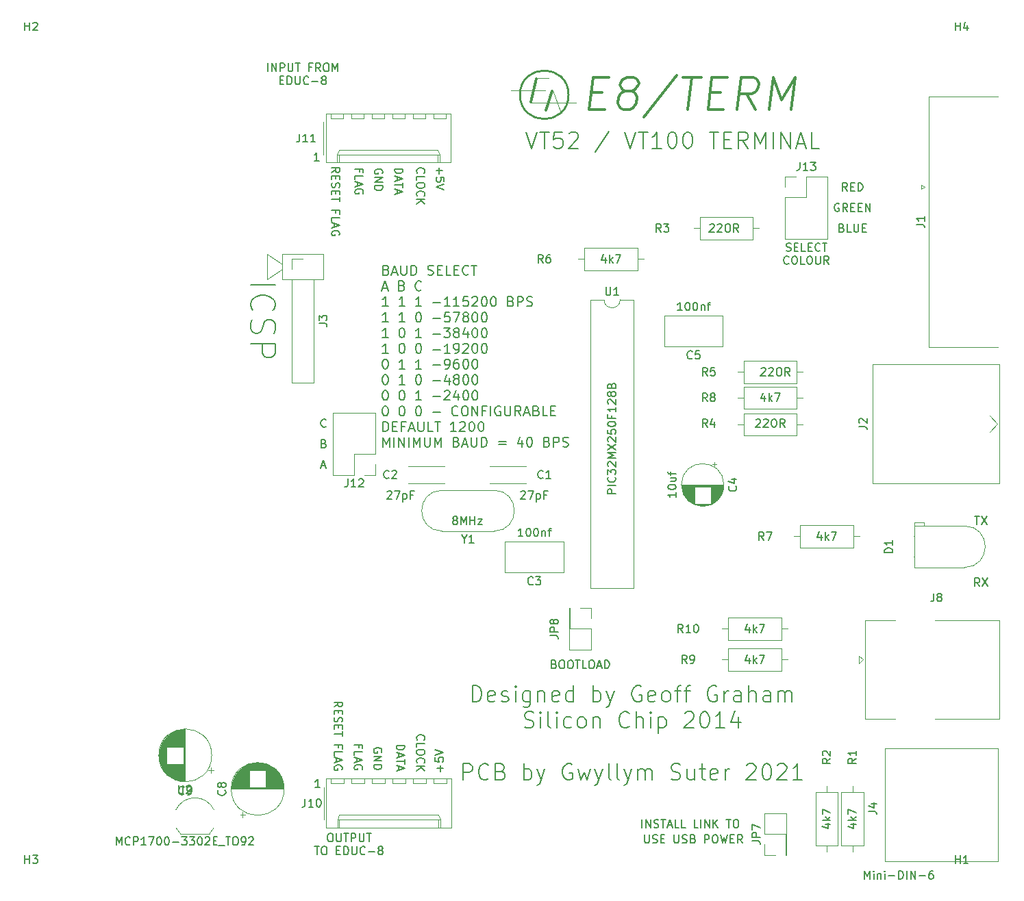
<source format=gbr>
%TF.GenerationSoftware,KiCad,Pcbnew,(6.0.4-0)*%
%TF.CreationDate,2024-05-14T17:36:31+10:00*%
%TF.ProjectId,Video terminal ,56696465-6f20-4746-9572-6d696e616c20,rev?*%
%TF.SameCoordinates,Original*%
%TF.FileFunction,Legend,Top*%
%TF.FilePolarity,Positive*%
%FSLAX46Y46*%
G04 Gerber Fmt 4.6, Leading zero omitted, Abs format (unit mm)*
G04 Created by KiCad (PCBNEW (6.0.4-0)) date 2024-05-14 17:36:31*
%MOMM*%
%LPD*%
G01*
G04 APERTURE LIST*
%ADD10C,0.150000*%
%ADD11C,0.120000*%
%ADD12C,0.300000*%
%ADD13C,0.240000*%
G04 APERTURE END LIST*
D10*
X70685714Y-114852380D02*
X70114285Y-114852380D01*
X70400000Y-114852380D02*
X70400000Y-113852380D01*
X70304761Y-113995238D01*
X70209523Y-114090476D01*
X70114285Y-114138095D01*
X70585714Y-37352380D02*
X70014285Y-37352380D01*
X70300000Y-37352380D02*
X70300000Y-36352380D01*
X70204761Y-36495238D01*
X70109523Y-36590476D01*
X70014285Y-36638095D01*
X72147619Y-38804761D02*
X72623809Y-38471428D01*
X72147619Y-38233333D02*
X73147619Y-38233333D01*
X73147619Y-38614285D01*
X73100000Y-38709523D01*
X73052380Y-38757142D01*
X72957142Y-38804761D01*
X72814285Y-38804761D01*
X72719047Y-38757142D01*
X72671428Y-38709523D01*
X72623809Y-38614285D01*
X72623809Y-38233333D01*
X72671428Y-39233333D02*
X72671428Y-39566666D01*
X72147619Y-39709523D02*
X72147619Y-39233333D01*
X73147619Y-39233333D01*
X73147619Y-39709523D01*
X72195238Y-40090476D02*
X72147619Y-40233333D01*
X72147619Y-40471428D01*
X72195238Y-40566666D01*
X72242857Y-40614285D01*
X72338095Y-40661904D01*
X72433333Y-40661904D01*
X72528571Y-40614285D01*
X72576190Y-40566666D01*
X72623809Y-40471428D01*
X72671428Y-40280952D01*
X72719047Y-40185714D01*
X72766666Y-40138095D01*
X72861904Y-40090476D01*
X72957142Y-40090476D01*
X73052380Y-40138095D01*
X73100000Y-40185714D01*
X73147619Y-40280952D01*
X73147619Y-40519047D01*
X73100000Y-40661904D01*
X72671428Y-41090476D02*
X72671428Y-41423809D01*
X72147619Y-41566666D02*
X72147619Y-41090476D01*
X73147619Y-41090476D01*
X73147619Y-41566666D01*
X73147619Y-41852380D02*
X73147619Y-42423809D01*
X72147619Y-42138095D02*
X73147619Y-42138095D01*
X72671428Y-43852380D02*
X72671428Y-43519047D01*
X72147619Y-43519047D02*
X73147619Y-43519047D01*
X73147619Y-43995238D01*
X72147619Y-44852380D02*
X72147619Y-44376190D01*
X73147619Y-44376190D01*
X72433333Y-45138095D02*
X72433333Y-45614285D01*
X72147619Y-45042857D02*
X73147619Y-45376190D01*
X72147619Y-45709523D01*
X73100000Y-46566666D02*
X73147619Y-46471428D01*
X73147619Y-46328571D01*
X73100000Y-46185714D01*
X73004761Y-46090476D01*
X72909523Y-46042857D01*
X72719047Y-45995238D01*
X72576190Y-45995238D01*
X72385714Y-46042857D01*
X72290476Y-46090476D01*
X72195238Y-46185714D01*
X72147619Y-46328571D01*
X72147619Y-46423809D01*
X72195238Y-46566666D01*
X72242857Y-46614285D01*
X72576190Y-46614285D01*
X72576190Y-46423809D01*
X75571428Y-38709523D02*
X75571428Y-38376190D01*
X75047619Y-38376190D02*
X76047619Y-38376190D01*
X76047619Y-38852380D01*
X75047619Y-39709523D02*
X75047619Y-39233333D01*
X76047619Y-39233333D01*
X75333333Y-39995238D02*
X75333333Y-40471428D01*
X75047619Y-39900000D02*
X76047619Y-40233333D01*
X75047619Y-40566666D01*
X76000000Y-41423809D02*
X76047619Y-41328571D01*
X76047619Y-41185714D01*
X76000000Y-41042857D01*
X75904761Y-40947619D01*
X75809523Y-40900000D01*
X75619047Y-40852380D01*
X75476190Y-40852380D01*
X75285714Y-40900000D01*
X75190476Y-40947619D01*
X75095238Y-41042857D01*
X75047619Y-41185714D01*
X75047619Y-41280952D01*
X75095238Y-41423809D01*
X75142857Y-41471428D01*
X75476190Y-41471428D01*
X75476190Y-41280952D01*
X78400000Y-38938095D02*
X78447619Y-38842857D01*
X78447619Y-38700000D01*
X78400000Y-38557142D01*
X78304761Y-38461904D01*
X78209523Y-38414285D01*
X78019047Y-38366666D01*
X77876190Y-38366666D01*
X77685714Y-38414285D01*
X77590476Y-38461904D01*
X77495238Y-38557142D01*
X77447619Y-38700000D01*
X77447619Y-38795238D01*
X77495238Y-38938095D01*
X77542857Y-38985714D01*
X77876190Y-38985714D01*
X77876190Y-38795238D01*
X77447619Y-39414285D02*
X78447619Y-39414285D01*
X77447619Y-39985714D01*
X78447619Y-39985714D01*
X77447619Y-40461904D02*
X78447619Y-40461904D01*
X78447619Y-40700000D01*
X78400000Y-40842857D01*
X78304761Y-40938095D01*
X78209523Y-40985714D01*
X78019047Y-41033333D01*
X77876190Y-41033333D01*
X77685714Y-40985714D01*
X77590476Y-40938095D01*
X77495238Y-40842857D01*
X77447619Y-40700000D01*
X77447619Y-40461904D01*
X79947619Y-38364404D02*
X80947619Y-38364404D01*
X80947619Y-38602500D01*
X80900000Y-38745357D01*
X80804761Y-38840595D01*
X80709523Y-38888214D01*
X80519047Y-38935833D01*
X80376190Y-38935833D01*
X80185714Y-38888214D01*
X80090476Y-38840595D01*
X79995238Y-38745357D01*
X79947619Y-38602500D01*
X79947619Y-38364404D01*
X80233333Y-39316785D02*
X80233333Y-39792976D01*
X79947619Y-39221547D02*
X80947619Y-39554880D01*
X79947619Y-39888214D01*
X80947619Y-40078690D02*
X80947619Y-40650119D01*
X79947619Y-40364404D02*
X80947619Y-40364404D01*
X80233333Y-40935833D02*
X80233333Y-41412023D01*
X79947619Y-40840595D02*
X80947619Y-41173928D01*
X79947619Y-41507261D01*
X85428571Y-38214285D02*
X85428571Y-38976190D01*
X85047619Y-38595238D02*
X85809523Y-38595238D01*
X86047619Y-39928571D02*
X86047619Y-39452380D01*
X85571428Y-39404761D01*
X85619047Y-39452380D01*
X85666666Y-39547619D01*
X85666666Y-39785714D01*
X85619047Y-39880952D01*
X85571428Y-39928571D01*
X85476190Y-39976190D01*
X85238095Y-39976190D01*
X85142857Y-39928571D01*
X85095238Y-39880952D01*
X85047619Y-39785714D01*
X85047619Y-39547619D01*
X85095238Y-39452380D01*
X85142857Y-39404761D01*
X86047619Y-40261904D02*
X85047619Y-40595238D01*
X86047619Y-40928571D01*
X82742857Y-38880952D02*
X82695238Y-38833333D01*
X82647619Y-38690476D01*
X82647619Y-38595238D01*
X82695238Y-38452380D01*
X82790476Y-38357142D01*
X82885714Y-38309523D01*
X83076190Y-38261904D01*
X83219047Y-38261904D01*
X83409523Y-38309523D01*
X83504761Y-38357142D01*
X83600000Y-38452380D01*
X83647619Y-38595238D01*
X83647619Y-38690476D01*
X83600000Y-38833333D01*
X83552380Y-38880952D01*
X82647619Y-39785714D02*
X82647619Y-39309523D01*
X83647619Y-39309523D01*
X83647619Y-40309523D02*
X83647619Y-40500000D01*
X83600000Y-40595238D01*
X83504761Y-40690476D01*
X83314285Y-40738095D01*
X82980952Y-40738095D01*
X82790476Y-40690476D01*
X82695238Y-40595238D01*
X82647619Y-40500000D01*
X82647619Y-40309523D01*
X82695238Y-40214285D01*
X82790476Y-40119047D01*
X82980952Y-40071428D01*
X83314285Y-40071428D01*
X83504761Y-40119047D01*
X83600000Y-40214285D01*
X83647619Y-40309523D01*
X82742857Y-41738095D02*
X82695238Y-41690476D01*
X82647619Y-41547619D01*
X82647619Y-41452380D01*
X82695238Y-41309523D01*
X82790476Y-41214285D01*
X82885714Y-41166666D01*
X83076190Y-41119047D01*
X83219047Y-41119047D01*
X83409523Y-41166666D01*
X83504761Y-41214285D01*
X83600000Y-41309523D01*
X83647619Y-41452380D01*
X83647619Y-41547619D01*
X83600000Y-41690476D01*
X83552380Y-41738095D01*
X82647619Y-42166666D02*
X83647619Y-42166666D01*
X82647619Y-42738095D02*
X83219047Y-42309523D01*
X83647619Y-42738095D02*
X83076190Y-42166666D01*
X85571428Y-112885714D02*
X85571428Y-112123809D01*
X85952380Y-112504761D02*
X85190476Y-112504761D01*
X84952380Y-111171428D02*
X84952380Y-111647619D01*
X85428571Y-111695238D01*
X85380952Y-111647619D01*
X85333333Y-111552380D01*
X85333333Y-111314285D01*
X85380952Y-111219047D01*
X85428571Y-111171428D01*
X85523809Y-111123809D01*
X85761904Y-111123809D01*
X85857142Y-111171428D01*
X85904761Y-111219047D01*
X85952380Y-111314285D01*
X85952380Y-111552380D01*
X85904761Y-111647619D01*
X85857142Y-111695238D01*
X84952380Y-110838095D02*
X85952380Y-110504761D01*
X84952380Y-110171428D01*
X72447619Y-104904761D02*
X72923809Y-104571428D01*
X72447619Y-104333333D02*
X73447619Y-104333333D01*
X73447619Y-104714285D01*
X73400000Y-104809523D01*
X73352380Y-104857142D01*
X73257142Y-104904761D01*
X73114285Y-104904761D01*
X73019047Y-104857142D01*
X72971428Y-104809523D01*
X72923809Y-104714285D01*
X72923809Y-104333333D01*
X72971428Y-105333333D02*
X72971428Y-105666666D01*
X72447619Y-105809523D02*
X72447619Y-105333333D01*
X73447619Y-105333333D01*
X73447619Y-105809523D01*
X72495238Y-106190476D02*
X72447619Y-106333333D01*
X72447619Y-106571428D01*
X72495238Y-106666666D01*
X72542857Y-106714285D01*
X72638095Y-106761904D01*
X72733333Y-106761904D01*
X72828571Y-106714285D01*
X72876190Y-106666666D01*
X72923809Y-106571428D01*
X72971428Y-106380952D01*
X73019047Y-106285714D01*
X73066666Y-106238095D01*
X73161904Y-106190476D01*
X73257142Y-106190476D01*
X73352380Y-106238095D01*
X73400000Y-106285714D01*
X73447619Y-106380952D01*
X73447619Y-106619047D01*
X73400000Y-106761904D01*
X72971428Y-107190476D02*
X72971428Y-107523809D01*
X72447619Y-107666666D02*
X72447619Y-107190476D01*
X73447619Y-107190476D01*
X73447619Y-107666666D01*
X73447619Y-107952380D02*
X73447619Y-108523809D01*
X72447619Y-108238095D02*
X73447619Y-108238095D01*
X72971428Y-109952380D02*
X72971428Y-109619047D01*
X72447619Y-109619047D02*
X73447619Y-109619047D01*
X73447619Y-110095238D01*
X72447619Y-110952380D02*
X72447619Y-110476190D01*
X73447619Y-110476190D01*
X72733333Y-111238095D02*
X72733333Y-111714285D01*
X72447619Y-111142857D02*
X73447619Y-111476190D01*
X72447619Y-111809523D01*
X73400000Y-112666666D02*
X73447619Y-112571428D01*
X73447619Y-112428571D01*
X73400000Y-112285714D01*
X73304761Y-112190476D01*
X73209523Y-112142857D01*
X73019047Y-112095238D01*
X72876190Y-112095238D01*
X72685714Y-112142857D01*
X72590476Y-112190476D01*
X72495238Y-112285714D01*
X72447619Y-112428571D01*
X72447619Y-112523809D01*
X72495238Y-112666666D01*
X72542857Y-112714285D01*
X72876190Y-112714285D01*
X72876190Y-112523809D01*
X75471428Y-109909523D02*
X75471428Y-109576190D01*
X74947619Y-109576190D02*
X75947619Y-109576190D01*
X75947619Y-110052380D01*
X74947619Y-110909523D02*
X74947619Y-110433333D01*
X75947619Y-110433333D01*
X75233333Y-111195238D02*
X75233333Y-111671428D01*
X74947619Y-111100000D02*
X75947619Y-111433333D01*
X74947619Y-111766666D01*
X75900000Y-112623809D02*
X75947619Y-112528571D01*
X75947619Y-112385714D01*
X75900000Y-112242857D01*
X75804761Y-112147619D01*
X75709523Y-112100000D01*
X75519047Y-112052380D01*
X75376190Y-112052380D01*
X75185714Y-112100000D01*
X75090476Y-112147619D01*
X74995238Y-112242857D01*
X74947619Y-112385714D01*
X74947619Y-112480952D01*
X74995238Y-112623809D01*
X75042857Y-112671428D01*
X75376190Y-112671428D01*
X75376190Y-112480952D01*
X78300000Y-110538095D02*
X78347619Y-110442857D01*
X78347619Y-110300000D01*
X78300000Y-110157142D01*
X78204761Y-110061904D01*
X78109523Y-110014285D01*
X77919047Y-109966666D01*
X77776190Y-109966666D01*
X77585714Y-110014285D01*
X77490476Y-110061904D01*
X77395238Y-110157142D01*
X77347619Y-110300000D01*
X77347619Y-110395238D01*
X77395238Y-110538095D01*
X77442857Y-110585714D01*
X77776190Y-110585714D01*
X77776190Y-110395238D01*
X77347619Y-111014285D02*
X78347619Y-111014285D01*
X77347619Y-111585714D01*
X78347619Y-111585714D01*
X77347619Y-112061904D02*
X78347619Y-112061904D01*
X78347619Y-112300000D01*
X78300000Y-112442857D01*
X78204761Y-112538095D01*
X78109523Y-112585714D01*
X77919047Y-112633333D01*
X77776190Y-112633333D01*
X77585714Y-112585714D01*
X77490476Y-112538095D01*
X77395238Y-112442857D01*
X77347619Y-112300000D01*
X77347619Y-112061904D01*
X82742857Y-108980952D02*
X82695238Y-108933333D01*
X82647619Y-108790476D01*
X82647619Y-108695238D01*
X82695238Y-108552380D01*
X82790476Y-108457142D01*
X82885714Y-108409523D01*
X83076190Y-108361904D01*
X83219047Y-108361904D01*
X83409523Y-108409523D01*
X83504761Y-108457142D01*
X83600000Y-108552380D01*
X83647619Y-108695238D01*
X83647619Y-108790476D01*
X83600000Y-108933333D01*
X83552380Y-108980952D01*
X82647619Y-109885714D02*
X82647619Y-109409523D01*
X83647619Y-109409523D01*
X83647619Y-110409523D02*
X83647619Y-110600000D01*
X83600000Y-110695238D01*
X83504761Y-110790476D01*
X83314285Y-110838095D01*
X82980952Y-110838095D01*
X82790476Y-110790476D01*
X82695238Y-110695238D01*
X82647619Y-110600000D01*
X82647619Y-110409523D01*
X82695238Y-110314285D01*
X82790476Y-110219047D01*
X82980952Y-110171428D01*
X83314285Y-110171428D01*
X83504761Y-110219047D01*
X83600000Y-110314285D01*
X83647619Y-110409523D01*
X82742857Y-111838095D02*
X82695238Y-111790476D01*
X82647619Y-111647619D01*
X82647619Y-111552380D01*
X82695238Y-111409523D01*
X82790476Y-111314285D01*
X82885714Y-111266666D01*
X83076190Y-111219047D01*
X83219047Y-111219047D01*
X83409523Y-111266666D01*
X83504761Y-111314285D01*
X83600000Y-111409523D01*
X83647619Y-111552380D01*
X83647619Y-111647619D01*
X83600000Y-111790476D01*
X83552380Y-111838095D01*
X82647619Y-112266666D02*
X83647619Y-112266666D01*
X82647619Y-112838095D02*
X83219047Y-112409523D01*
X83647619Y-112838095D02*
X83076190Y-112266666D01*
D11*
X66040000Y-52070000D02*
X66040000Y-48895000D01*
X66040000Y-50800000D02*
X66040000Y-50165000D01*
X64135000Y-52070000D02*
X66040000Y-50800000D01*
X66040000Y-50165000D02*
X64135000Y-48895000D01*
X66040000Y-48895000D02*
X71120000Y-48895000D01*
X71120000Y-52070000D02*
X66040000Y-52070000D01*
X71120000Y-48895000D02*
X71120000Y-52070000D01*
X64135000Y-48895000D02*
X64135000Y-52070000D01*
D10*
X89538095Y-104274761D02*
X89538095Y-102274761D01*
X90014285Y-102274761D01*
X90300000Y-102370000D01*
X90490476Y-102560476D01*
X90585714Y-102750952D01*
X90680952Y-103131904D01*
X90680952Y-103417619D01*
X90585714Y-103798571D01*
X90490476Y-103989047D01*
X90300000Y-104179523D01*
X90014285Y-104274761D01*
X89538095Y-104274761D01*
X92300000Y-104179523D02*
X92109523Y-104274761D01*
X91728571Y-104274761D01*
X91538095Y-104179523D01*
X91442857Y-103989047D01*
X91442857Y-103227142D01*
X91538095Y-103036666D01*
X91728571Y-102941428D01*
X92109523Y-102941428D01*
X92300000Y-103036666D01*
X92395238Y-103227142D01*
X92395238Y-103417619D01*
X91442857Y-103608095D01*
X93157142Y-104179523D02*
X93347619Y-104274761D01*
X93728571Y-104274761D01*
X93919047Y-104179523D01*
X94014285Y-103989047D01*
X94014285Y-103893809D01*
X93919047Y-103703333D01*
X93728571Y-103608095D01*
X93442857Y-103608095D01*
X93252380Y-103512857D01*
X93157142Y-103322380D01*
X93157142Y-103227142D01*
X93252380Y-103036666D01*
X93442857Y-102941428D01*
X93728571Y-102941428D01*
X93919047Y-103036666D01*
X94871428Y-104274761D02*
X94871428Y-102941428D01*
X94871428Y-102274761D02*
X94776190Y-102370000D01*
X94871428Y-102465238D01*
X94966666Y-102370000D01*
X94871428Y-102274761D01*
X94871428Y-102465238D01*
X96680952Y-102941428D02*
X96680952Y-104560476D01*
X96585714Y-104750952D01*
X96490476Y-104846190D01*
X96300000Y-104941428D01*
X96014285Y-104941428D01*
X95823809Y-104846190D01*
X96680952Y-104179523D02*
X96490476Y-104274761D01*
X96109523Y-104274761D01*
X95919047Y-104179523D01*
X95823809Y-104084285D01*
X95728571Y-103893809D01*
X95728571Y-103322380D01*
X95823809Y-103131904D01*
X95919047Y-103036666D01*
X96109523Y-102941428D01*
X96490476Y-102941428D01*
X96680952Y-103036666D01*
X97633333Y-102941428D02*
X97633333Y-104274761D01*
X97633333Y-103131904D02*
X97728571Y-103036666D01*
X97919047Y-102941428D01*
X98204761Y-102941428D01*
X98395238Y-103036666D01*
X98490476Y-103227142D01*
X98490476Y-104274761D01*
X100204761Y-104179523D02*
X100014285Y-104274761D01*
X99633333Y-104274761D01*
X99442857Y-104179523D01*
X99347619Y-103989047D01*
X99347619Y-103227142D01*
X99442857Y-103036666D01*
X99633333Y-102941428D01*
X100014285Y-102941428D01*
X100204761Y-103036666D01*
X100300000Y-103227142D01*
X100300000Y-103417619D01*
X99347619Y-103608095D01*
X102014285Y-104274761D02*
X102014285Y-102274761D01*
X102014285Y-104179523D02*
X101823809Y-104274761D01*
X101442857Y-104274761D01*
X101252380Y-104179523D01*
X101157142Y-104084285D01*
X101061904Y-103893809D01*
X101061904Y-103322380D01*
X101157142Y-103131904D01*
X101252380Y-103036666D01*
X101442857Y-102941428D01*
X101823809Y-102941428D01*
X102014285Y-103036666D01*
X104490476Y-104274761D02*
X104490476Y-102274761D01*
X104490476Y-103036666D02*
X104680952Y-102941428D01*
X105061904Y-102941428D01*
X105252380Y-103036666D01*
X105347619Y-103131904D01*
X105442857Y-103322380D01*
X105442857Y-103893809D01*
X105347619Y-104084285D01*
X105252380Y-104179523D01*
X105061904Y-104274761D01*
X104680952Y-104274761D01*
X104490476Y-104179523D01*
X106109523Y-102941428D02*
X106585714Y-104274761D01*
X107061904Y-102941428D02*
X106585714Y-104274761D01*
X106395238Y-104750952D01*
X106300000Y-104846190D01*
X106109523Y-104941428D01*
X110395238Y-102370000D02*
X110204761Y-102274761D01*
X109919047Y-102274761D01*
X109633333Y-102370000D01*
X109442857Y-102560476D01*
X109347619Y-102750952D01*
X109252380Y-103131904D01*
X109252380Y-103417619D01*
X109347619Y-103798571D01*
X109442857Y-103989047D01*
X109633333Y-104179523D01*
X109919047Y-104274761D01*
X110109523Y-104274761D01*
X110395238Y-104179523D01*
X110490476Y-104084285D01*
X110490476Y-103417619D01*
X110109523Y-103417619D01*
X112109523Y-104179523D02*
X111919047Y-104274761D01*
X111538095Y-104274761D01*
X111347619Y-104179523D01*
X111252380Y-103989047D01*
X111252380Y-103227142D01*
X111347619Y-103036666D01*
X111538095Y-102941428D01*
X111919047Y-102941428D01*
X112109523Y-103036666D01*
X112204761Y-103227142D01*
X112204761Y-103417619D01*
X111252380Y-103608095D01*
X113347619Y-104274761D02*
X113157142Y-104179523D01*
X113061904Y-104084285D01*
X112966666Y-103893809D01*
X112966666Y-103322380D01*
X113061904Y-103131904D01*
X113157142Y-103036666D01*
X113347619Y-102941428D01*
X113633333Y-102941428D01*
X113823809Y-103036666D01*
X113919047Y-103131904D01*
X114014285Y-103322380D01*
X114014285Y-103893809D01*
X113919047Y-104084285D01*
X113823809Y-104179523D01*
X113633333Y-104274761D01*
X113347619Y-104274761D01*
X114585714Y-102941428D02*
X115347619Y-102941428D01*
X114871428Y-104274761D02*
X114871428Y-102560476D01*
X114966666Y-102370000D01*
X115157142Y-102274761D01*
X115347619Y-102274761D01*
X115728571Y-102941428D02*
X116490476Y-102941428D01*
X116014285Y-104274761D02*
X116014285Y-102560476D01*
X116109523Y-102370000D01*
X116300000Y-102274761D01*
X116490476Y-102274761D01*
X119728571Y-102370000D02*
X119538095Y-102274761D01*
X119252380Y-102274761D01*
X118966666Y-102370000D01*
X118776190Y-102560476D01*
X118680952Y-102750952D01*
X118585714Y-103131904D01*
X118585714Y-103417619D01*
X118680952Y-103798571D01*
X118776190Y-103989047D01*
X118966666Y-104179523D01*
X119252380Y-104274761D01*
X119442857Y-104274761D01*
X119728571Y-104179523D01*
X119823809Y-104084285D01*
X119823809Y-103417619D01*
X119442857Y-103417619D01*
X120680952Y-104274761D02*
X120680952Y-102941428D01*
X120680952Y-103322380D02*
X120776190Y-103131904D01*
X120871428Y-103036666D01*
X121061904Y-102941428D01*
X121252380Y-102941428D01*
X122776190Y-104274761D02*
X122776190Y-103227142D01*
X122680952Y-103036666D01*
X122490476Y-102941428D01*
X122109523Y-102941428D01*
X121919047Y-103036666D01*
X122776190Y-104179523D02*
X122585714Y-104274761D01*
X122109523Y-104274761D01*
X121919047Y-104179523D01*
X121823809Y-103989047D01*
X121823809Y-103798571D01*
X121919047Y-103608095D01*
X122109523Y-103512857D01*
X122585714Y-103512857D01*
X122776190Y-103417619D01*
X123728571Y-104274761D02*
X123728571Y-102274761D01*
X124585714Y-104274761D02*
X124585714Y-103227142D01*
X124490476Y-103036666D01*
X124300000Y-102941428D01*
X124014285Y-102941428D01*
X123823809Y-103036666D01*
X123728571Y-103131904D01*
X126395238Y-104274761D02*
X126395238Y-103227142D01*
X126300000Y-103036666D01*
X126109523Y-102941428D01*
X125728571Y-102941428D01*
X125538095Y-103036666D01*
X126395238Y-104179523D02*
X126204761Y-104274761D01*
X125728571Y-104274761D01*
X125538095Y-104179523D01*
X125442857Y-103989047D01*
X125442857Y-103798571D01*
X125538095Y-103608095D01*
X125728571Y-103512857D01*
X126204761Y-103512857D01*
X126395238Y-103417619D01*
X127347619Y-104274761D02*
X127347619Y-102941428D01*
X127347619Y-103131904D02*
X127442857Y-103036666D01*
X127633333Y-102941428D01*
X127919047Y-102941428D01*
X128109523Y-103036666D01*
X128204761Y-103227142D01*
X128204761Y-104274761D01*
X128204761Y-103227142D02*
X128299999Y-103036666D01*
X128490476Y-102941428D01*
X128776190Y-102941428D01*
X128966666Y-103036666D01*
X129061904Y-103227142D01*
X129061904Y-104274761D01*
X95966666Y-107399523D02*
X96252380Y-107494761D01*
X96728571Y-107494761D01*
X96919047Y-107399523D01*
X97014285Y-107304285D01*
X97109523Y-107113809D01*
X97109523Y-106923333D01*
X97014285Y-106732857D01*
X96919047Y-106637619D01*
X96728571Y-106542380D01*
X96347619Y-106447142D01*
X96157142Y-106351904D01*
X96061904Y-106256666D01*
X95966666Y-106066190D01*
X95966666Y-105875714D01*
X96061904Y-105685238D01*
X96157142Y-105590000D01*
X96347619Y-105494761D01*
X96823809Y-105494761D01*
X97109523Y-105590000D01*
X97966666Y-107494761D02*
X97966666Y-106161428D01*
X97966666Y-105494761D02*
X97871428Y-105590000D01*
X97966666Y-105685238D01*
X98061904Y-105590000D01*
X97966666Y-105494761D01*
X97966666Y-105685238D01*
X99204761Y-107494761D02*
X99014285Y-107399523D01*
X98919047Y-107209047D01*
X98919047Y-105494761D01*
X99966666Y-107494761D02*
X99966666Y-106161428D01*
X99966666Y-105494761D02*
X99871428Y-105590000D01*
X99966666Y-105685238D01*
X100061904Y-105590000D01*
X99966666Y-105494761D01*
X99966666Y-105685238D01*
X101776190Y-107399523D02*
X101585714Y-107494761D01*
X101204761Y-107494761D01*
X101014285Y-107399523D01*
X100919047Y-107304285D01*
X100823809Y-107113809D01*
X100823809Y-106542380D01*
X100919047Y-106351904D01*
X101014285Y-106256666D01*
X101204761Y-106161428D01*
X101585714Y-106161428D01*
X101776190Y-106256666D01*
X102919047Y-107494761D02*
X102728571Y-107399523D01*
X102633333Y-107304285D01*
X102538095Y-107113809D01*
X102538095Y-106542380D01*
X102633333Y-106351904D01*
X102728571Y-106256666D01*
X102919047Y-106161428D01*
X103204761Y-106161428D01*
X103395238Y-106256666D01*
X103490476Y-106351904D01*
X103585714Y-106542380D01*
X103585714Y-107113809D01*
X103490476Y-107304285D01*
X103395238Y-107399523D01*
X103204761Y-107494761D01*
X102919047Y-107494761D01*
X104442857Y-106161428D02*
X104442857Y-107494761D01*
X104442857Y-106351904D02*
X104538095Y-106256666D01*
X104728571Y-106161428D01*
X105014285Y-106161428D01*
X105204761Y-106256666D01*
X105300000Y-106447142D01*
X105300000Y-107494761D01*
X108919047Y-107304285D02*
X108823809Y-107399523D01*
X108538095Y-107494761D01*
X108347619Y-107494761D01*
X108061904Y-107399523D01*
X107871428Y-107209047D01*
X107776190Y-107018571D01*
X107680952Y-106637619D01*
X107680952Y-106351904D01*
X107776190Y-105970952D01*
X107871428Y-105780476D01*
X108061904Y-105590000D01*
X108347619Y-105494761D01*
X108538095Y-105494761D01*
X108823809Y-105590000D01*
X108919047Y-105685238D01*
X109776190Y-107494761D02*
X109776190Y-105494761D01*
X110633333Y-107494761D02*
X110633333Y-106447142D01*
X110538095Y-106256666D01*
X110347619Y-106161428D01*
X110061904Y-106161428D01*
X109871428Y-106256666D01*
X109776190Y-106351904D01*
X111585714Y-107494761D02*
X111585714Y-106161428D01*
X111585714Y-105494761D02*
X111490476Y-105590000D01*
X111585714Y-105685238D01*
X111680952Y-105590000D01*
X111585714Y-105494761D01*
X111585714Y-105685238D01*
X112538095Y-106161428D02*
X112538095Y-108161428D01*
X112538095Y-106256666D02*
X112728571Y-106161428D01*
X113109523Y-106161428D01*
X113300000Y-106256666D01*
X113395238Y-106351904D01*
X113490476Y-106542380D01*
X113490476Y-107113809D01*
X113395238Y-107304285D01*
X113300000Y-107399523D01*
X113109523Y-107494761D01*
X112728571Y-107494761D01*
X112538095Y-107399523D01*
X115776190Y-105685238D02*
X115871428Y-105590000D01*
X116061904Y-105494761D01*
X116538095Y-105494761D01*
X116728571Y-105590000D01*
X116823809Y-105685238D01*
X116919047Y-105875714D01*
X116919047Y-106066190D01*
X116823809Y-106351904D01*
X115680952Y-107494761D01*
X116919047Y-107494761D01*
X118157142Y-105494761D02*
X118347619Y-105494761D01*
X118538095Y-105590000D01*
X118633333Y-105685238D01*
X118728571Y-105875714D01*
X118823809Y-106256666D01*
X118823809Y-106732857D01*
X118728571Y-107113809D01*
X118633333Y-107304285D01*
X118538095Y-107399523D01*
X118347619Y-107494761D01*
X118157142Y-107494761D01*
X117966666Y-107399523D01*
X117871428Y-107304285D01*
X117776190Y-107113809D01*
X117680952Y-106732857D01*
X117680952Y-106256666D01*
X117776190Y-105875714D01*
X117871428Y-105685238D01*
X117966666Y-105590000D01*
X118157142Y-105494761D01*
X120728571Y-107494761D02*
X119585714Y-107494761D01*
X120157142Y-107494761D02*
X120157142Y-105494761D01*
X119966666Y-105780476D01*
X119776190Y-105970952D01*
X119585714Y-106066190D01*
X122442857Y-106161428D02*
X122442857Y-107494761D01*
X121966666Y-105399523D02*
X121490476Y-106828095D01*
X122728571Y-106828095D01*
X88395238Y-113934761D02*
X88395238Y-111934761D01*
X89157142Y-111934761D01*
X89347619Y-112030000D01*
X89442857Y-112125238D01*
X89538095Y-112315714D01*
X89538095Y-112601428D01*
X89442857Y-112791904D01*
X89347619Y-112887142D01*
X89157142Y-112982380D01*
X88395238Y-112982380D01*
X91538095Y-113744285D02*
X91442857Y-113839523D01*
X91157142Y-113934761D01*
X90966666Y-113934761D01*
X90680952Y-113839523D01*
X90490476Y-113649047D01*
X90395238Y-113458571D01*
X90300000Y-113077619D01*
X90300000Y-112791904D01*
X90395238Y-112410952D01*
X90490476Y-112220476D01*
X90680952Y-112030000D01*
X90966666Y-111934761D01*
X91157142Y-111934761D01*
X91442857Y-112030000D01*
X91538095Y-112125238D01*
X93061904Y-112887142D02*
X93347619Y-112982380D01*
X93442857Y-113077619D01*
X93538095Y-113268095D01*
X93538095Y-113553809D01*
X93442857Y-113744285D01*
X93347619Y-113839523D01*
X93157142Y-113934761D01*
X92395238Y-113934761D01*
X92395238Y-111934761D01*
X93061904Y-111934761D01*
X93252380Y-112030000D01*
X93347619Y-112125238D01*
X93442857Y-112315714D01*
X93442857Y-112506190D01*
X93347619Y-112696666D01*
X93252380Y-112791904D01*
X93061904Y-112887142D01*
X92395238Y-112887142D01*
X95919047Y-113934761D02*
X95919047Y-111934761D01*
X95919047Y-112696666D02*
X96109523Y-112601428D01*
X96490476Y-112601428D01*
X96680952Y-112696666D01*
X96776190Y-112791904D01*
X96871428Y-112982380D01*
X96871428Y-113553809D01*
X96776190Y-113744285D01*
X96680952Y-113839523D01*
X96490476Y-113934761D01*
X96109523Y-113934761D01*
X95919047Y-113839523D01*
X97538095Y-112601428D02*
X98014285Y-113934761D01*
X98490476Y-112601428D02*
X98014285Y-113934761D01*
X97823809Y-114410952D01*
X97728571Y-114506190D01*
X97538095Y-114601428D01*
X101823809Y-112030000D02*
X101633333Y-111934761D01*
X101347619Y-111934761D01*
X101061904Y-112030000D01*
X100871428Y-112220476D01*
X100776190Y-112410952D01*
X100680952Y-112791904D01*
X100680952Y-113077619D01*
X100776190Y-113458571D01*
X100871428Y-113649047D01*
X101061904Y-113839523D01*
X101347619Y-113934761D01*
X101538095Y-113934761D01*
X101823809Y-113839523D01*
X101919047Y-113744285D01*
X101919047Y-113077619D01*
X101538095Y-113077619D01*
X102585714Y-112601428D02*
X102966666Y-113934761D01*
X103347619Y-112982380D01*
X103728571Y-113934761D01*
X104109523Y-112601428D01*
X104680952Y-112601428D02*
X105157142Y-113934761D01*
X105633333Y-112601428D02*
X105157142Y-113934761D01*
X104966666Y-114410952D01*
X104871428Y-114506190D01*
X104680952Y-114601428D01*
X106680952Y-113934761D02*
X106490476Y-113839523D01*
X106395238Y-113649047D01*
X106395238Y-111934761D01*
X107728571Y-113934761D02*
X107538095Y-113839523D01*
X107442857Y-113649047D01*
X107442857Y-111934761D01*
X108300000Y-112601428D02*
X108776190Y-113934761D01*
X109252380Y-112601428D02*
X108776190Y-113934761D01*
X108585714Y-114410952D01*
X108490476Y-114506190D01*
X108300000Y-114601428D01*
X110014285Y-113934761D02*
X110014285Y-112601428D01*
X110014285Y-112791904D02*
X110109523Y-112696666D01*
X110300000Y-112601428D01*
X110585714Y-112601428D01*
X110776190Y-112696666D01*
X110871428Y-112887142D01*
X110871428Y-113934761D01*
X110871428Y-112887142D02*
X110966666Y-112696666D01*
X111157142Y-112601428D01*
X111442857Y-112601428D01*
X111633333Y-112696666D01*
X111728571Y-112887142D01*
X111728571Y-113934761D01*
X114109523Y-113839523D02*
X114395238Y-113934761D01*
X114871428Y-113934761D01*
X115061904Y-113839523D01*
X115157142Y-113744285D01*
X115252380Y-113553809D01*
X115252380Y-113363333D01*
X115157142Y-113172857D01*
X115061904Y-113077619D01*
X114871428Y-112982380D01*
X114490476Y-112887142D01*
X114300000Y-112791904D01*
X114204761Y-112696666D01*
X114109523Y-112506190D01*
X114109523Y-112315714D01*
X114204761Y-112125238D01*
X114300000Y-112030000D01*
X114490476Y-111934761D01*
X114966666Y-111934761D01*
X115252380Y-112030000D01*
X116966666Y-112601428D02*
X116966666Y-113934761D01*
X116109523Y-112601428D02*
X116109523Y-113649047D01*
X116204761Y-113839523D01*
X116395238Y-113934761D01*
X116680952Y-113934761D01*
X116871428Y-113839523D01*
X116966666Y-113744285D01*
X117633333Y-112601428D02*
X118395238Y-112601428D01*
X117919047Y-111934761D02*
X117919047Y-113649047D01*
X118014285Y-113839523D01*
X118204761Y-113934761D01*
X118395238Y-113934761D01*
X119823809Y-113839523D02*
X119633333Y-113934761D01*
X119252380Y-113934761D01*
X119061904Y-113839523D01*
X118966666Y-113649047D01*
X118966666Y-112887142D01*
X119061904Y-112696666D01*
X119252380Y-112601428D01*
X119633333Y-112601428D01*
X119823809Y-112696666D01*
X119919047Y-112887142D01*
X119919047Y-113077619D01*
X118966666Y-113268095D01*
X120776190Y-113934761D02*
X120776190Y-112601428D01*
X120776190Y-112982380D02*
X120871428Y-112791904D01*
X120966666Y-112696666D01*
X121157142Y-112601428D01*
X121347619Y-112601428D01*
X123442857Y-112125238D02*
X123538095Y-112030000D01*
X123728571Y-111934761D01*
X124204761Y-111934761D01*
X124395238Y-112030000D01*
X124490476Y-112125238D01*
X124585714Y-112315714D01*
X124585714Y-112506190D01*
X124490476Y-112791904D01*
X123347619Y-113934761D01*
X124585714Y-113934761D01*
X125823809Y-111934761D02*
X126014285Y-111934761D01*
X126204761Y-112030000D01*
X126299999Y-112125238D01*
X126395238Y-112315714D01*
X126490476Y-112696666D01*
X126490476Y-113172857D01*
X126395238Y-113553809D01*
X126299999Y-113744285D01*
X126204761Y-113839523D01*
X126014285Y-113934761D01*
X125823809Y-113934761D01*
X125633333Y-113839523D01*
X125538095Y-113744285D01*
X125442857Y-113553809D01*
X125347619Y-113172857D01*
X125347619Y-112696666D01*
X125442857Y-112315714D01*
X125538095Y-112125238D01*
X125633333Y-112030000D01*
X125823809Y-111934761D01*
X127252380Y-112125238D02*
X127347619Y-112030000D01*
X127538095Y-111934761D01*
X128014285Y-111934761D01*
X128204761Y-112030000D01*
X128299999Y-112125238D01*
X128395238Y-112315714D01*
X128395238Y-112506190D01*
X128299999Y-112791904D01*
X127157142Y-113934761D01*
X128395238Y-113934761D01*
X130299999Y-113934761D02*
X129157142Y-113934761D01*
X129728571Y-113934761D02*
X129728571Y-111934761D01*
X129538095Y-112220476D01*
X129347619Y-112410952D01*
X129157142Y-112506190D01*
X151638095Y-81367380D02*
X152209523Y-81367380D01*
X151923809Y-82367380D02*
X151923809Y-81367380D01*
X152447619Y-81367380D02*
X153114285Y-82367380D01*
X153114285Y-81367380D02*
X152447619Y-82367380D01*
X80147619Y-109664404D02*
X81147619Y-109664404D01*
X81147619Y-109902500D01*
X81100000Y-110045357D01*
X81004761Y-110140595D01*
X80909523Y-110188214D01*
X80719047Y-110235833D01*
X80576190Y-110235833D01*
X80385714Y-110188214D01*
X80290476Y-110140595D01*
X80195238Y-110045357D01*
X80147619Y-109902500D01*
X80147619Y-109664404D01*
X80433333Y-110616785D02*
X80433333Y-111092976D01*
X80147619Y-110521547D02*
X81147619Y-110854880D01*
X80147619Y-111188214D01*
X81147619Y-111378690D02*
X81147619Y-111950119D01*
X80147619Y-111664404D02*
X81147619Y-111664404D01*
X80433333Y-112235833D02*
X80433333Y-112712023D01*
X80147619Y-112140595D02*
X81147619Y-112473928D01*
X80147619Y-112807261D01*
X135882142Y-41092380D02*
X135548809Y-40616190D01*
X135310714Y-41092380D02*
X135310714Y-40092380D01*
X135691666Y-40092380D01*
X135786904Y-40140000D01*
X135834523Y-40187619D01*
X135882142Y-40282857D01*
X135882142Y-40425714D01*
X135834523Y-40520952D01*
X135786904Y-40568571D01*
X135691666Y-40616190D01*
X135310714Y-40616190D01*
X136310714Y-40568571D02*
X136644047Y-40568571D01*
X136786904Y-41092380D02*
X136310714Y-41092380D01*
X136310714Y-40092380D01*
X136786904Y-40092380D01*
X137215476Y-41092380D02*
X137215476Y-40092380D01*
X137453571Y-40092380D01*
X137596428Y-40140000D01*
X137691666Y-40235238D01*
X137739285Y-40330476D01*
X137786904Y-40520952D01*
X137786904Y-40663809D01*
X137739285Y-40854285D01*
X137691666Y-40949523D01*
X137596428Y-41044761D01*
X137453571Y-41092380D01*
X137215476Y-41092380D01*
X70881904Y-75096666D02*
X71358095Y-75096666D01*
X70786666Y-75382380D02*
X71120000Y-74382380D01*
X71453333Y-75382380D01*
X71191428Y-72318571D02*
X71334285Y-72366190D01*
X71381904Y-72413809D01*
X71429523Y-72509047D01*
X71429523Y-72651904D01*
X71381904Y-72747142D01*
X71334285Y-72794761D01*
X71239047Y-72842380D01*
X70858095Y-72842380D01*
X70858095Y-71842380D01*
X71191428Y-71842380D01*
X71286666Y-71890000D01*
X71334285Y-71937619D01*
X71381904Y-72032857D01*
X71381904Y-72128095D01*
X71334285Y-72223333D01*
X71286666Y-72270952D01*
X71191428Y-72318571D01*
X70858095Y-72318571D01*
X135215476Y-45648571D02*
X135358333Y-45696190D01*
X135405952Y-45743809D01*
X135453571Y-45839047D01*
X135453571Y-45981904D01*
X135405952Y-46077142D01*
X135358333Y-46124761D01*
X135263095Y-46172380D01*
X134882142Y-46172380D01*
X134882142Y-45172380D01*
X135215476Y-45172380D01*
X135310714Y-45220000D01*
X135358333Y-45267619D01*
X135405952Y-45362857D01*
X135405952Y-45458095D01*
X135358333Y-45553333D01*
X135310714Y-45600952D01*
X135215476Y-45648571D01*
X134882142Y-45648571D01*
X136358333Y-46172380D02*
X135882142Y-46172380D01*
X135882142Y-45172380D01*
X136691666Y-45172380D02*
X136691666Y-45981904D01*
X136739285Y-46077142D01*
X136786904Y-46124761D01*
X136882142Y-46172380D01*
X137072619Y-46172380D01*
X137167857Y-46124761D01*
X137215476Y-46077142D01*
X137263095Y-45981904D01*
X137263095Y-45172380D01*
X137739285Y-45648571D02*
X138072619Y-45648571D01*
X138215476Y-46172380D02*
X137739285Y-46172380D01*
X137739285Y-45172380D01*
X138215476Y-45172380D01*
X96157142Y-33829761D02*
X96823809Y-35829761D01*
X97490476Y-33829761D01*
X97871428Y-33829761D02*
X99014285Y-33829761D01*
X98442857Y-35829761D02*
X98442857Y-33829761D01*
X100633333Y-33829761D02*
X99680952Y-33829761D01*
X99585714Y-34782142D01*
X99680952Y-34686904D01*
X99871428Y-34591666D01*
X100347619Y-34591666D01*
X100538095Y-34686904D01*
X100633333Y-34782142D01*
X100728571Y-34972619D01*
X100728571Y-35448809D01*
X100633333Y-35639285D01*
X100538095Y-35734523D01*
X100347619Y-35829761D01*
X99871428Y-35829761D01*
X99680952Y-35734523D01*
X99585714Y-35639285D01*
X101490476Y-34020238D02*
X101585714Y-33925000D01*
X101776190Y-33829761D01*
X102252380Y-33829761D01*
X102442857Y-33925000D01*
X102538095Y-34020238D01*
X102633333Y-34210714D01*
X102633333Y-34401190D01*
X102538095Y-34686904D01*
X101395238Y-35829761D01*
X102633333Y-35829761D01*
X106442857Y-33734523D02*
X104728571Y-36305952D01*
X108347619Y-33829761D02*
X109014285Y-35829761D01*
X109680952Y-33829761D01*
X110061904Y-33829761D02*
X111204761Y-33829761D01*
X110633333Y-35829761D02*
X110633333Y-33829761D01*
X112919047Y-35829761D02*
X111776190Y-35829761D01*
X112347619Y-35829761D02*
X112347619Y-33829761D01*
X112157142Y-34115476D01*
X111966666Y-34305952D01*
X111776190Y-34401190D01*
X114157142Y-33829761D02*
X114347619Y-33829761D01*
X114538095Y-33925000D01*
X114633333Y-34020238D01*
X114728571Y-34210714D01*
X114823809Y-34591666D01*
X114823809Y-35067857D01*
X114728571Y-35448809D01*
X114633333Y-35639285D01*
X114538095Y-35734523D01*
X114347619Y-35829761D01*
X114157142Y-35829761D01*
X113966666Y-35734523D01*
X113871428Y-35639285D01*
X113776190Y-35448809D01*
X113680952Y-35067857D01*
X113680952Y-34591666D01*
X113776190Y-34210714D01*
X113871428Y-34020238D01*
X113966666Y-33925000D01*
X114157142Y-33829761D01*
X116061904Y-33829761D02*
X116252380Y-33829761D01*
X116442857Y-33925000D01*
X116538095Y-34020238D01*
X116633333Y-34210714D01*
X116728571Y-34591666D01*
X116728571Y-35067857D01*
X116633333Y-35448809D01*
X116538095Y-35639285D01*
X116442857Y-35734523D01*
X116252380Y-35829761D01*
X116061904Y-35829761D01*
X115871428Y-35734523D01*
X115776190Y-35639285D01*
X115680952Y-35448809D01*
X115585714Y-35067857D01*
X115585714Y-34591666D01*
X115680952Y-34210714D01*
X115776190Y-34020238D01*
X115871428Y-33925000D01*
X116061904Y-33829761D01*
X118823809Y-33829761D02*
X119966666Y-33829761D01*
X119395238Y-35829761D02*
X119395238Y-33829761D01*
X120633333Y-34782142D02*
X121300000Y-34782142D01*
X121585714Y-35829761D02*
X120633333Y-35829761D01*
X120633333Y-33829761D01*
X121585714Y-33829761D01*
X123585714Y-35829761D02*
X122919047Y-34877380D01*
X122442857Y-35829761D02*
X122442857Y-33829761D01*
X123204761Y-33829761D01*
X123395238Y-33925000D01*
X123490476Y-34020238D01*
X123585714Y-34210714D01*
X123585714Y-34496428D01*
X123490476Y-34686904D01*
X123395238Y-34782142D01*
X123204761Y-34877380D01*
X122442857Y-34877380D01*
X124442857Y-35829761D02*
X124442857Y-33829761D01*
X125109523Y-35258333D01*
X125776190Y-33829761D01*
X125776190Y-35829761D01*
X126728571Y-35829761D02*
X126728571Y-33829761D01*
X127680952Y-35829761D02*
X127680952Y-33829761D01*
X128823809Y-35829761D01*
X128823809Y-33829761D01*
X129680952Y-35258333D02*
X130633333Y-35258333D01*
X129490476Y-35829761D02*
X130157142Y-33829761D01*
X130823809Y-35829761D01*
X132442857Y-35829761D02*
X131490476Y-35829761D01*
X131490476Y-33829761D01*
X64246666Y-26317380D02*
X64246666Y-25317380D01*
X64722857Y-26317380D02*
X64722857Y-25317380D01*
X65294285Y-26317380D01*
X65294285Y-25317380D01*
X65770476Y-26317380D02*
X65770476Y-25317380D01*
X66151428Y-25317380D01*
X66246666Y-25365000D01*
X66294285Y-25412619D01*
X66341904Y-25507857D01*
X66341904Y-25650714D01*
X66294285Y-25745952D01*
X66246666Y-25793571D01*
X66151428Y-25841190D01*
X65770476Y-25841190D01*
X66770476Y-25317380D02*
X66770476Y-26126904D01*
X66818095Y-26222142D01*
X66865714Y-26269761D01*
X66960952Y-26317380D01*
X67151428Y-26317380D01*
X67246666Y-26269761D01*
X67294285Y-26222142D01*
X67341904Y-26126904D01*
X67341904Y-25317380D01*
X67675238Y-25317380D02*
X68246666Y-25317380D01*
X67960952Y-26317380D02*
X67960952Y-25317380D01*
X69675238Y-25793571D02*
X69341904Y-25793571D01*
X69341904Y-26317380D02*
X69341904Y-25317380D01*
X69818095Y-25317380D01*
X70770476Y-26317380D02*
X70437142Y-25841190D01*
X70199047Y-26317380D02*
X70199047Y-25317380D01*
X70580000Y-25317380D01*
X70675238Y-25365000D01*
X70722857Y-25412619D01*
X70770476Y-25507857D01*
X70770476Y-25650714D01*
X70722857Y-25745952D01*
X70675238Y-25793571D01*
X70580000Y-25841190D01*
X70199047Y-25841190D01*
X71389523Y-25317380D02*
X71580000Y-25317380D01*
X71675238Y-25365000D01*
X71770476Y-25460238D01*
X71818095Y-25650714D01*
X71818095Y-25984047D01*
X71770476Y-26174523D01*
X71675238Y-26269761D01*
X71580000Y-26317380D01*
X71389523Y-26317380D01*
X71294285Y-26269761D01*
X71199047Y-26174523D01*
X71151428Y-25984047D01*
X71151428Y-25650714D01*
X71199047Y-25460238D01*
X71294285Y-25365000D01*
X71389523Y-25317380D01*
X72246666Y-26317380D02*
X72246666Y-25317380D01*
X72580000Y-26031666D01*
X72913333Y-25317380D01*
X72913333Y-26317380D01*
X65746666Y-27403571D02*
X66080000Y-27403571D01*
X66222857Y-27927380D02*
X65746666Y-27927380D01*
X65746666Y-26927380D01*
X66222857Y-26927380D01*
X66651428Y-27927380D02*
X66651428Y-26927380D01*
X66889523Y-26927380D01*
X67032380Y-26975000D01*
X67127619Y-27070238D01*
X67175238Y-27165476D01*
X67222857Y-27355952D01*
X67222857Y-27498809D01*
X67175238Y-27689285D01*
X67127619Y-27784523D01*
X67032380Y-27879761D01*
X66889523Y-27927380D01*
X66651428Y-27927380D01*
X67651428Y-26927380D02*
X67651428Y-27736904D01*
X67699047Y-27832142D01*
X67746666Y-27879761D01*
X67841904Y-27927380D01*
X68032380Y-27927380D01*
X68127619Y-27879761D01*
X68175238Y-27832142D01*
X68222857Y-27736904D01*
X68222857Y-26927380D01*
X69270476Y-27832142D02*
X69222857Y-27879761D01*
X69080000Y-27927380D01*
X68984761Y-27927380D01*
X68841904Y-27879761D01*
X68746666Y-27784523D01*
X68699047Y-27689285D01*
X68651428Y-27498809D01*
X68651428Y-27355952D01*
X68699047Y-27165476D01*
X68746666Y-27070238D01*
X68841904Y-26975000D01*
X68984761Y-26927380D01*
X69080000Y-26927380D01*
X69222857Y-26975000D01*
X69270476Y-27022619D01*
X69699047Y-27546428D02*
X70460952Y-27546428D01*
X71080000Y-27355952D02*
X70984761Y-27308333D01*
X70937142Y-27260714D01*
X70889523Y-27165476D01*
X70889523Y-27117857D01*
X70937142Y-27022619D01*
X70984761Y-26975000D01*
X71080000Y-26927380D01*
X71270476Y-26927380D01*
X71365714Y-26975000D01*
X71413333Y-27022619D01*
X71460952Y-27117857D01*
X71460952Y-27165476D01*
X71413333Y-27260714D01*
X71365714Y-27308333D01*
X71270476Y-27355952D01*
X71080000Y-27355952D01*
X70984761Y-27403571D01*
X70937142Y-27451190D01*
X70889523Y-27546428D01*
X70889523Y-27736904D01*
X70937142Y-27832142D01*
X70984761Y-27879761D01*
X71080000Y-27927380D01*
X71270476Y-27927380D01*
X71365714Y-27879761D01*
X71413333Y-27832142D01*
X71460952Y-27736904D01*
X71460952Y-27546428D01*
X71413333Y-27451190D01*
X71365714Y-27403571D01*
X71270476Y-27355952D01*
D12*
X104247023Y-28924285D02*
X105580357Y-28924285D01*
X105889880Y-31019523D02*
X103985119Y-31019523D01*
X104485119Y-27019523D01*
X106389880Y-27019523D01*
X108461309Y-28733809D02*
X108104166Y-28543333D01*
X107937500Y-28352857D01*
X107794642Y-27971904D01*
X107818452Y-27781428D01*
X108056547Y-27400476D01*
X108270833Y-27210000D01*
X108675595Y-27019523D01*
X109437500Y-27019523D01*
X109794642Y-27210000D01*
X109961309Y-27400476D01*
X110104166Y-27781428D01*
X110080357Y-27971904D01*
X109842261Y-28352857D01*
X109627976Y-28543333D01*
X109223214Y-28733809D01*
X108461309Y-28733809D01*
X108056547Y-28924285D01*
X107842261Y-29114761D01*
X107604166Y-29495714D01*
X107508928Y-30257619D01*
X107651785Y-30638571D01*
X107818452Y-30829047D01*
X108175595Y-31019523D01*
X108937500Y-31019523D01*
X109342261Y-30829047D01*
X109556547Y-30638571D01*
X109794642Y-30257619D01*
X109889880Y-29495714D01*
X109747023Y-29114761D01*
X109580357Y-28924285D01*
X109223214Y-28733809D01*
X114794642Y-26829047D02*
X110723214Y-31971904D01*
X115532738Y-27019523D02*
X117818452Y-27019523D01*
X116175595Y-31019523D02*
X116675595Y-27019523D01*
X118913690Y-28924285D02*
X120247023Y-28924285D01*
X120556547Y-31019523D02*
X118651785Y-31019523D01*
X119151785Y-27019523D01*
X121056547Y-27019523D01*
X124556547Y-31019523D02*
X123461309Y-29114761D01*
X122270833Y-31019523D02*
X122770833Y-27019523D01*
X124294642Y-27019523D01*
X124651785Y-27210000D01*
X124818452Y-27400476D01*
X124961309Y-27781428D01*
X124889880Y-28352857D01*
X124651785Y-28733809D01*
X124437500Y-28924285D01*
X124032738Y-29114761D01*
X122508928Y-29114761D01*
X126270833Y-31019523D02*
X126770833Y-27019523D01*
X127747023Y-29876666D01*
X129437500Y-27019523D01*
X128937500Y-31019523D01*
D10*
X62142857Y-52721428D02*
X65142857Y-52721428D01*
X62428571Y-55864285D02*
X62285714Y-55721428D01*
X62142857Y-55292857D01*
X62142857Y-55007142D01*
X62285714Y-54578571D01*
X62571428Y-54292857D01*
X62857142Y-54150000D01*
X63428571Y-54007142D01*
X63857142Y-54007142D01*
X64428571Y-54150000D01*
X64714285Y-54292857D01*
X65000000Y-54578571D01*
X65142857Y-55007142D01*
X65142857Y-55292857D01*
X65000000Y-55721428D01*
X64857142Y-55864285D01*
X62285714Y-57007142D02*
X62142857Y-57435714D01*
X62142857Y-58150000D01*
X62285714Y-58435714D01*
X62428571Y-58578571D01*
X62714285Y-58721428D01*
X63000000Y-58721428D01*
X63285714Y-58578571D01*
X63428571Y-58435714D01*
X63571428Y-58150000D01*
X63714285Y-57578571D01*
X63857142Y-57292857D01*
X64000000Y-57150000D01*
X64285714Y-57007142D01*
X64571428Y-57007142D01*
X64857142Y-57150000D01*
X65000000Y-57292857D01*
X65142857Y-57578571D01*
X65142857Y-58292857D01*
X65000000Y-58721428D01*
X62142857Y-60007142D02*
X65142857Y-60007142D01*
X65142857Y-61150000D01*
X65000000Y-61435714D01*
X64857142Y-61578571D01*
X64571428Y-61721428D01*
X64142857Y-61721428D01*
X63857142Y-61578571D01*
X63714285Y-61435714D01*
X63571428Y-61150000D01*
X63571428Y-60007142D01*
X134858333Y-42680000D02*
X134763095Y-42632380D01*
X134620238Y-42632380D01*
X134477380Y-42680000D01*
X134382142Y-42775238D01*
X134334523Y-42870476D01*
X134286904Y-43060952D01*
X134286904Y-43203809D01*
X134334523Y-43394285D01*
X134382142Y-43489523D01*
X134477380Y-43584761D01*
X134620238Y-43632380D01*
X134715476Y-43632380D01*
X134858333Y-43584761D01*
X134905952Y-43537142D01*
X134905952Y-43203809D01*
X134715476Y-43203809D01*
X135905952Y-43632380D02*
X135572619Y-43156190D01*
X135334523Y-43632380D02*
X135334523Y-42632380D01*
X135715476Y-42632380D01*
X135810714Y-42680000D01*
X135858333Y-42727619D01*
X135905952Y-42822857D01*
X135905952Y-42965714D01*
X135858333Y-43060952D01*
X135810714Y-43108571D01*
X135715476Y-43156190D01*
X135334523Y-43156190D01*
X136334523Y-43108571D02*
X136667857Y-43108571D01*
X136810714Y-43632380D02*
X136334523Y-43632380D01*
X136334523Y-42632380D01*
X136810714Y-42632380D01*
X137239285Y-43108571D02*
X137572619Y-43108571D01*
X137715476Y-43632380D02*
X137239285Y-43632380D01*
X137239285Y-42632380D01*
X137715476Y-42632380D01*
X138144047Y-43632380D02*
X138144047Y-42632380D01*
X138715476Y-43632380D01*
X138715476Y-42632380D01*
X152233333Y-89987380D02*
X151900000Y-89511190D01*
X151661904Y-89987380D02*
X151661904Y-88987380D01*
X152042857Y-88987380D01*
X152138095Y-89035000D01*
X152185714Y-89082619D01*
X152233333Y-89177857D01*
X152233333Y-89320714D01*
X152185714Y-89415952D01*
X152138095Y-89463571D01*
X152042857Y-89511190D01*
X151661904Y-89511190D01*
X152566666Y-88987380D02*
X153233333Y-89987380D01*
X153233333Y-88987380D02*
X152566666Y-89987380D01*
X128333809Y-48494761D02*
X128476666Y-48542380D01*
X128714761Y-48542380D01*
X128810000Y-48494761D01*
X128857619Y-48447142D01*
X128905238Y-48351904D01*
X128905238Y-48256666D01*
X128857619Y-48161428D01*
X128810000Y-48113809D01*
X128714761Y-48066190D01*
X128524285Y-48018571D01*
X128429047Y-47970952D01*
X128381428Y-47923333D01*
X128333809Y-47828095D01*
X128333809Y-47732857D01*
X128381428Y-47637619D01*
X128429047Y-47590000D01*
X128524285Y-47542380D01*
X128762380Y-47542380D01*
X128905238Y-47590000D01*
X129333809Y-48018571D02*
X129667142Y-48018571D01*
X129810000Y-48542380D02*
X129333809Y-48542380D01*
X129333809Y-47542380D01*
X129810000Y-47542380D01*
X130714761Y-48542380D02*
X130238571Y-48542380D01*
X130238571Y-47542380D01*
X131048095Y-48018571D02*
X131381428Y-48018571D01*
X131524285Y-48542380D02*
X131048095Y-48542380D01*
X131048095Y-47542380D01*
X131524285Y-47542380D01*
X132524285Y-48447142D02*
X132476666Y-48494761D01*
X132333809Y-48542380D01*
X132238571Y-48542380D01*
X132095714Y-48494761D01*
X132000476Y-48399523D01*
X131952857Y-48304285D01*
X131905238Y-48113809D01*
X131905238Y-47970952D01*
X131952857Y-47780476D01*
X132000476Y-47685238D01*
X132095714Y-47590000D01*
X132238571Y-47542380D01*
X132333809Y-47542380D01*
X132476666Y-47590000D01*
X132524285Y-47637619D01*
X132810000Y-47542380D02*
X133381428Y-47542380D01*
X133095714Y-48542380D02*
X133095714Y-47542380D01*
X128643333Y-50057142D02*
X128595714Y-50104761D01*
X128452857Y-50152380D01*
X128357619Y-50152380D01*
X128214761Y-50104761D01*
X128119523Y-50009523D01*
X128071904Y-49914285D01*
X128024285Y-49723809D01*
X128024285Y-49580952D01*
X128071904Y-49390476D01*
X128119523Y-49295238D01*
X128214761Y-49200000D01*
X128357619Y-49152380D01*
X128452857Y-49152380D01*
X128595714Y-49200000D01*
X128643333Y-49247619D01*
X129262380Y-49152380D02*
X129452857Y-49152380D01*
X129548095Y-49200000D01*
X129643333Y-49295238D01*
X129690952Y-49485714D01*
X129690952Y-49819047D01*
X129643333Y-50009523D01*
X129548095Y-50104761D01*
X129452857Y-50152380D01*
X129262380Y-50152380D01*
X129167142Y-50104761D01*
X129071904Y-50009523D01*
X129024285Y-49819047D01*
X129024285Y-49485714D01*
X129071904Y-49295238D01*
X129167142Y-49200000D01*
X129262380Y-49152380D01*
X130595714Y-50152380D02*
X130119523Y-50152380D01*
X130119523Y-49152380D01*
X131119523Y-49152380D02*
X131310000Y-49152380D01*
X131405238Y-49200000D01*
X131500476Y-49295238D01*
X131548095Y-49485714D01*
X131548095Y-49819047D01*
X131500476Y-50009523D01*
X131405238Y-50104761D01*
X131310000Y-50152380D01*
X131119523Y-50152380D01*
X131024285Y-50104761D01*
X130929047Y-50009523D01*
X130881428Y-49819047D01*
X130881428Y-49485714D01*
X130929047Y-49295238D01*
X131024285Y-49200000D01*
X131119523Y-49152380D01*
X131976666Y-49152380D02*
X131976666Y-49961904D01*
X132024285Y-50057142D01*
X132071904Y-50104761D01*
X132167142Y-50152380D01*
X132357619Y-50152380D01*
X132452857Y-50104761D01*
X132500476Y-50057142D01*
X132548095Y-49961904D01*
X132548095Y-49152380D01*
X133595714Y-50152380D02*
X133262380Y-49676190D01*
X133024285Y-50152380D02*
X133024285Y-49152380D01*
X133405238Y-49152380D01*
X133500476Y-49200000D01*
X133548095Y-49247619D01*
X133595714Y-49342857D01*
X133595714Y-49485714D01*
X133548095Y-49580952D01*
X133500476Y-49628571D01*
X133405238Y-49676190D01*
X133024285Y-49676190D01*
X110506666Y-119832380D02*
X110506666Y-118832380D01*
X110982857Y-119832380D02*
X110982857Y-118832380D01*
X111554285Y-119832380D01*
X111554285Y-118832380D01*
X111982857Y-119784761D02*
X112125714Y-119832380D01*
X112363809Y-119832380D01*
X112459047Y-119784761D01*
X112506666Y-119737142D01*
X112554285Y-119641904D01*
X112554285Y-119546666D01*
X112506666Y-119451428D01*
X112459047Y-119403809D01*
X112363809Y-119356190D01*
X112173333Y-119308571D01*
X112078095Y-119260952D01*
X112030476Y-119213333D01*
X111982857Y-119118095D01*
X111982857Y-119022857D01*
X112030476Y-118927619D01*
X112078095Y-118880000D01*
X112173333Y-118832380D01*
X112411428Y-118832380D01*
X112554285Y-118880000D01*
X112840000Y-118832380D02*
X113411428Y-118832380D01*
X113125714Y-119832380D02*
X113125714Y-118832380D01*
X113697142Y-119546666D02*
X114173333Y-119546666D01*
X113601904Y-119832380D02*
X113935238Y-118832380D01*
X114268571Y-119832380D01*
X115078095Y-119832380D02*
X114601904Y-119832380D01*
X114601904Y-118832380D01*
X115887619Y-119832380D02*
X115411428Y-119832380D01*
X115411428Y-118832380D01*
X117459047Y-119832380D02*
X116982857Y-119832380D01*
X116982857Y-118832380D01*
X117792380Y-119832380D02*
X117792380Y-118832380D01*
X118268571Y-119832380D02*
X118268571Y-118832380D01*
X118840000Y-119832380D01*
X118840000Y-118832380D01*
X119316190Y-119832380D02*
X119316190Y-118832380D01*
X119887619Y-119832380D02*
X119459047Y-119260952D01*
X119887619Y-118832380D02*
X119316190Y-119403809D01*
X120935238Y-118832380D02*
X121506666Y-118832380D01*
X121220952Y-119832380D02*
X121220952Y-118832380D01*
X122030476Y-118832380D02*
X122220952Y-118832380D01*
X122316190Y-118880000D01*
X122411428Y-118975238D01*
X122459047Y-119165714D01*
X122459047Y-119499047D01*
X122411428Y-119689523D01*
X122316190Y-119784761D01*
X122220952Y-119832380D01*
X122030476Y-119832380D01*
X121935238Y-119784761D01*
X121840000Y-119689523D01*
X121792380Y-119499047D01*
X121792380Y-119165714D01*
X121840000Y-118975238D01*
X121935238Y-118880000D01*
X122030476Y-118832380D01*
X71429523Y-70207142D02*
X71381904Y-70254761D01*
X71239047Y-70302380D01*
X71143809Y-70302380D01*
X71000952Y-70254761D01*
X70905714Y-70159523D01*
X70858095Y-70064285D01*
X70810476Y-69873809D01*
X70810476Y-69730952D01*
X70858095Y-69540476D01*
X70905714Y-69445238D01*
X71000952Y-69350000D01*
X71143809Y-69302380D01*
X71239047Y-69302380D01*
X71381904Y-69350000D01*
X71429523Y-69397619D01*
X78888214Y-50883285D02*
X79059642Y-50940428D01*
X79116785Y-50997571D01*
X79173928Y-51111857D01*
X79173928Y-51283285D01*
X79116785Y-51397571D01*
X79059642Y-51454714D01*
X78945357Y-51511857D01*
X78488214Y-51511857D01*
X78488214Y-50311857D01*
X78888214Y-50311857D01*
X79002500Y-50369000D01*
X79059642Y-50426142D01*
X79116785Y-50540428D01*
X79116785Y-50654714D01*
X79059642Y-50769000D01*
X79002500Y-50826142D01*
X78888214Y-50883285D01*
X78488214Y-50883285D01*
X79631071Y-51169000D02*
X80202500Y-51169000D01*
X79516785Y-51511857D02*
X79916785Y-50311857D01*
X80316785Y-51511857D01*
X80716785Y-50311857D02*
X80716785Y-51283285D01*
X80773928Y-51397571D01*
X80831071Y-51454714D01*
X80945357Y-51511857D01*
X81173928Y-51511857D01*
X81288214Y-51454714D01*
X81345357Y-51397571D01*
X81402500Y-51283285D01*
X81402500Y-50311857D01*
X81973928Y-51511857D02*
X81973928Y-50311857D01*
X82259642Y-50311857D01*
X82431071Y-50369000D01*
X82545357Y-50483285D01*
X82602500Y-50597571D01*
X82659642Y-50826142D01*
X82659642Y-50997571D01*
X82602500Y-51226142D01*
X82545357Y-51340428D01*
X82431071Y-51454714D01*
X82259642Y-51511857D01*
X81973928Y-51511857D01*
X84031071Y-51454714D02*
X84202500Y-51511857D01*
X84488214Y-51511857D01*
X84602500Y-51454714D01*
X84659642Y-51397571D01*
X84716785Y-51283285D01*
X84716785Y-51169000D01*
X84659642Y-51054714D01*
X84602500Y-50997571D01*
X84488214Y-50940428D01*
X84259642Y-50883285D01*
X84145357Y-50826142D01*
X84088214Y-50769000D01*
X84031071Y-50654714D01*
X84031071Y-50540428D01*
X84088214Y-50426142D01*
X84145357Y-50369000D01*
X84259642Y-50311857D01*
X84545357Y-50311857D01*
X84716785Y-50369000D01*
X85231071Y-50883285D02*
X85631071Y-50883285D01*
X85802500Y-51511857D02*
X85231071Y-51511857D01*
X85231071Y-50311857D01*
X85802500Y-50311857D01*
X86888214Y-51511857D02*
X86316785Y-51511857D01*
X86316785Y-50311857D01*
X87288214Y-50883285D02*
X87688214Y-50883285D01*
X87859642Y-51511857D02*
X87288214Y-51511857D01*
X87288214Y-50311857D01*
X87859642Y-50311857D01*
X89059642Y-51397571D02*
X89002500Y-51454714D01*
X88831071Y-51511857D01*
X88716785Y-51511857D01*
X88545357Y-51454714D01*
X88431071Y-51340428D01*
X88373928Y-51226142D01*
X88316785Y-50997571D01*
X88316785Y-50826142D01*
X88373928Y-50597571D01*
X88431071Y-50483285D01*
X88545357Y-50369000D01*
X88716785Y-50311857D01*
X88831071Y-50311857D01*
X89002500Y-50369000D01*
X89059642Y-50426142D01*
X89402500Y-50311857D02*
X90088214Y-50311857D01*
X89745357Y-51511857D02*
X89745357Y-50311857D01*
X78431071Y-53101000D02*
X79002500Y-53101000D01*
X78316785Y-53443857D02*
X78716785Y-52243857D01*
X79116785Y-53443857D01*
X80831071Y-52815285D02*
X81002500Y-52872428D01*
X81059642Y-52929571D01*
X81116785Y-53043857D01*
X81116785Y-53215285D01*
X81059642Y-53329571D01*
X81002500Y-53386714D01*
X80888214Y-53443857D01*
X80431071Y-53443857D01*
X80431071Y-52243857D01*
X80831071Y-52243857D01*
X80945357Y-52301000D01*
X81002500Y-52358142D01*
X81059642Y-52472428D01*
X81059642Y-52586714D01*
X81002500Y-52701000D01*
X80945357Y-52758142D01*
X80831071Y-52815285D01*
X80431071Y-52815285D01*
X83231071Y-53329571D02*
X83173928Y-53386714D01*
X83002500Y-53443857D01*
X82888214Y-53443857D01*
X82716785Y-53386714D01*
X82602500Y-53272428D01*
X82545357Y-53158142D01*
X82488214Y-52929571D01*
X82488214Y-52758142D01*
X82545357Y-52529571D01*
X82602500Y-52415285D01*
X82716785Y-52301000D01*
X82888214Y-52243857D01*
X83002500Y-52243857D01*
X83173928Y-52301000D01*
X83231071Y-52358142D01*
X79116785Y-55375857D02*
X78431071Y-55375857D01*
X78773928Y-55375857D02*
X78773928Y-54175857D01*
X78659642Y-54347285D01*
X78545357Y-54461571D01*
X78431071Y-54518714D01*
X81173928Y-55375857D02*
X80488214Y-55375857D01*
X80831071Y-55375857D02*
X80831071Y-54175857D01*
X80716785Y-54347285D01*
X80602500Y-54461571D01*
X80488214Y-54518714D01*
X83231071Y-55375857D02*
X82545357Y-55375857D01*
X82888214Y-55375857D02*
X82888214Y-54175857D01*
X82773928Y-54347285D01*
X82659642Y-54461571D01*
X82545357Y-54518714D01*
X84659642Y-54918714D02*
X85573928Y-54918714D01*
X86773928Y-55375857D02*
X86088214Y-55375857D01*
X86431071Y-55375857D02*
X86431071Y-54175857D01*
X86316785Y-54347285D01*
X86202500Y-54461571D01*
X86088214Y-54518714D01*
X87916785Y-55375857D02*
X87231071Y-55375857D01*
X87573928Y-55375857D02*
X87573928Y-54175857D01*
X87459642Y-54347285D01*
X87345357Y-54461571D01*
X87231071Y-54518714D01*
X89002500Y-54175857D02*
X88431071Y-54175857D01*
X88373928Y-54747285D01*
X88431071Y-54690142D01*
X88545357Y-54633000D01*
X88831071Y-54633000D01*
X88945357Y-54690142D01*
X89002500Y-54747285D01*
X89059642Y-54861571D01*
X89059642Y-55147285D01*
X89002500Y-55261571D01*
X88945357Y-55318714D01*
X88831071Y-55375857D01*
X88545357Y-55375857D01*
X88431071Y-55318714D01*
X88373928Y-55261571D01*
X89516785Y-54290142D02*
X89573928Y-54233000D01*
X89688214Y-54175857D01*
X89973928Y-54175857D01*
X90088214Y-54233000D01*
X90145357Y-54290142D01*
X90202500Y-54404428D01*
X90202500Y-54518714D01*
X90145357Y-54690142D01*
X89459642Y-55375857D01*
X90202500Y-55375857D01*
X90945357Y-54175857D02*
X91059642Y-54175857D01*
X91173928Y-54233000D01*
X91231071Y-54290142D01*
X91288214Y-54404428D01*
X91345357Y-54633000D01*
X91345357Y-54918714D01*
X91288214Y-55147285D01*
X91231071Y-55261571D01*
X91173928Y-55318714D01*
X91059642Y-55375857D01*
X90945357Y-55375857D01*
X90831071Y-55318714D01*
X90773928Y-55261571D01*
X90716785Y-55147285D01*
X90659642Y-54918714D01*
X90659642Y-54633000D01*
X90716785Y-54404428D01*
X90773928Y-54290142D01*
X90831071Y-54233000D01*
X90945357Y-54175857D01*
X92088214Y-54175857D02*
X92202500Y-54175857D01*
X92316785Y-54233000D01*
X92373928Y-54290142D01*
X92431071Y-54404428D01*
X92488214Y-54633000D01*
X92488214Y-54918714D01*
X92431071Y-55147285D01*
X92373928Y-55261571D01*
X92316785Y-55318714D01*
X92202500Y-55375857D01*
X92088214Y-55375857D01*
X91973928Y-55318714D01*
X91916785Y-55261571D01*
X91859642Y-55147285D01*
X91802500Y-54918714D01*
X91802500Y-54633000D01*
X91859642Y-54404428D01*
X91916785Y-54290142D01*
X91973928Y-54233000D01*
X92088214Y-54175857D01*
X94316785Y-54747285D02*
X94488214Y-54804428D01*
X94545357Y-54861571D01*
X94602500Y-54975857D01*
X94602500Y-55147285D01*
X94545357Y-55261571D01*
X94488214Y-55318714D01*
X94373928Y-55375857D01*
X93916785Y-55375857D01*
X93916785Y-54175857D01*
X94316785Y-54175857D01*
X94431071Y-54233000D01*
X94488214Y-54290142D01*
X94545357Y-54404428D01*
X94545357Y-54518714D01*
X94488214Y-54633000D01*
X94431071Y-54690142D01*
X94316785Y-54747285D01*
X93916785Y-54747285D01*
X95116785Y-55375857D02*
X95116785Y-54175857D01*
X95573928Y-54175857D01*
X95688214Y-54233000D01*
X95745357Y-54290142D01*
X95802500Y-54404428D01*
X95802500Y-54575857D01*
X95745357Y-54690142D01*
X95688214Y-54747285D01*
X95573928Y-54804428D01*
X95116785Y-54804428D01*
X96259642Y-55318714D02*
X96431071Y-55375857D01*
X96716785Y-55375857D01*
X96831071Y-55318714D01*
X96888214Y-55261571D01*
X96945357Y-55147285D01*
X96945357Y-55033000D01*
X96888214Y-54918714D01*
X96831071Y-54861571D01*
X96716785Y-54804428D01*
X96488214Y-54747285D01*
X96373928Y-54690142D01*
X96316785Y-54633000D01*
X96259642Y-54518714D01*
X96259642Y-54404428D01*
X96316785Y-54290142D01*
X96373928Y-54233000D01*
X96488214Y-54175857D01*
X96773928Y-54175857D01*
X96945357Y-54233000D01*
X79116785Y-57307857D02*
X78431071Y-57307857D01*
X78773928Y-57307857D02*
X78773928Y-56107857D01*
X78659642Y-56279285D01*
X78545357Y-56393571D01*
X78431071Y-56450714D01*
X81173928Y-57307857D02*
X80488214Y-57307857D01*
X80831071Y-57307857D02*
X80831071Y-56107857D01*
X80716785Y-56279285D01*
X80602500Y-56393571D01*
X80488214Y-56450714D01*
X82831071Y-56107857D02*
X82945357Y-56107857D01*
X83059642Y-56165000D01*
X83116785Y-56222142D01*
X83173928Y-56336428D01*
X83231071Y-56565000D01*
X83231071Y-56850714D01*
X83173928Y-57079285D01*
X83116785Y-57193571D01*
X83059642Y-57250714D01*
X82945357Y-57307857D01*
X82831071Y-57307857D01*
X82716785Y-57250714D01*
X82659642Y-57193571D01*
X82602500Y-57079285D01*
X82545357Y-56850714D01*
X82545357Y-56565000D01*
X82602500Y-56336428D01*
X82659642Y-56222142D01*
X82716785Y-56165000D01*
X82831071Y-56107857D01*
X84659642Y-56850714D02*
X85573928Y-56850714D01*
X86716785Y-56107857D02*
X86145357Y-56107857D01*
X86088214Y-56679285D01*
X86145357Y-56622142D01*
X86259642Y-56565000D01*
X86545357Y-56565000D01*
X86659642Y-56622142D01*
X86716785Y-56679285D01*
X86773928Y-56793571D01*
X86773928Y-57079285D01*
X86716785Y-57193571D01*
X86659642Y-57250714D01*
X86545357Y-57307857D01*
X86259642Y-57307857D01*
X86145357Y-57250714D01*
X86088214Y-57193571D01*
X87173928Y-56107857D02*
X87973928Y-56107857D01*
X87459642Y-57307857D01*
X88602500Y-56622142D02*
X88488214Y-56565000D01*
X88431071Y-56507857D01*
X88373928Y-56393571D01*
X88373928Y-56336428D01*
X88431071Y-56222142D01*
X88488214Y-56165000D01*
X88602500Y-56107857D01*
X88831071Y-56107857D01*
X88945357Y-56165000D01*
X89002500Y-56222142D01*
X89059642Y-56336428D01*
X89059642Y-56393571D01*
X89002500Y-56507857D01*
X88945357Y-56565000D01*
X88831071Y-56622142D01*
X88602500Y-56622142D01*
X88488214Y-56679285D01*
X88431071Y-56736428D01*
X88373928Y-56850714D01*
X88373928Y-57079285D01*
X88431071Y-57193571D01*
X88488214Y-57250714D01*
X88602500Y-57307857D01*
X88831071Y-57307857D01*
X88945357Y-57250714D01*
X89002500Y-57193571D01*
X89059642Y-57079285D01*
X89059642Y-56850714D01*
X89002500Y-56736428D01*
X88945357Y-56679285D01*
X88831071Y-56622142D01*
X89802500Y-56107857D02*
X89916785Y-56107857D01*
X90031071Y-56165000D01*
X90088214Y-56222142D01*
X90145357Y-56336428D01*
X90202500Y-56565000D01*
X90202500Y-56850714D01*
X90145357Y-57079285D01*
X90088214Y-57193571D01*
X90031071Y-57250714D01*
X89916785Y-57307857D01*
X89802500Y-57307857D01*
X89688214Y-57250714D01*
X89631071Y-57193571D01*
X89573928Y-57079285D01*
X89516785Y-56850714D01*
X89516785Y-56565000D01*
X89573928Y-56336428D01*
X89631071Y-56222142D01*
X89688214Y-56165000D01*
X89802500Y-56107857D01*
X90945357Y-56107857D02*
X91059642Y-56107857D01*
X91173928Y-56165000D01*
X91231071Y-56222142D01*
X91288214Y-56336428D01*
X91345357Y-56565000D01*
X91345357Y-56850714D01*
X91288214Y-57079285D01*
X91231071Y-57193571D01*
X91173928Y-57250714D01*
X91059642Y-57307857D01*
X90945357Y-57307857D01*
X90831071Y-57250714D01*
X90773928Y-57193571D01*
X90716785Y-57079285D01*
X90659642Y-56850714D01*
X90659642Y-56565000D01*
X90716785Y-56336428D01*
X90773928Y-56222142D01*
X90831071Y-56165000D01*
X90945357Y-56107857D01*
X79116785Y-59239857D02*
X78431071Y-59239857D01*
X78773928Y-59239857D02*
X78773928Y-58039857D01*
X78659642Y-58211285D01*
X78545357Y-58325571D01*
X78431071Y-58382714D01*
X80773928Y-58039857D02*
X80888214Y-58039857D01*
X81002500Y-58097000D01*
X81059642Y-58154142D01*
X81116785Y-58268428D01*
X81173928Y-58497000D01*
X81173928Y-58782714D01*
X81116785Y-59011285D01*
X81059642Y-59125571D01*
X81002500Y-59182714D01*
X80888214Y-59239857D01*
X80773928Y-59239857D01*
X80659642Y-59182714D01*
X80602500Y-59125571D01*
X80545357Y-59011285D01*
X80488214Y-58782714D01*
X80488214Y-58497000D01*
X80545357Y-58268428D01*
X80602500Y-58154142D01*
X80659642Y-58097000D01*
X80773928Y-58039857D01*
X83231071Y-59239857D02*
X82545357Y-59239857D01*
X82888214Y-59239857D02*
X82888214Y-58039857D01*
X82773928Y-58211285D01*
X82659642Y-58325571D01*
X82545357Y-58382714D01*
X84659642Y-58782714D02*
X85573928Y-58782714D01*
X86031071Y-58039857D02*
X86773928Y-58039857D01*
X86373928Y-58497000D01*
X86545357Y-58497000D01*
X86659642Y-58554142D01*
X86716785Y-58611285D01*
X86773928Y-58725571D01*
X86773928Y-59011285D01*
X86716785Y-59125571D01*
X86659642Y-59182714D01*
X86545357Y-59239857D01*
X86202500Y-59239857D01*
X86088214Y-59182714D01*
X86031071Y-59125571D01*
X87459642Y-58554142D02*
X87345357Y-58497000D01*
X87288214Y-58439857D01*
X87231071Y-58325571D01*
X87231071Y-58268428D01*
X87288214Y-58154142D01*
X87345357Y-58097000D01*
X87459642Y-58039857D01*
X87688214Y-58039857D01*
X87802500Y-58097000D01*
X87859642Y-58154142D01*
X87916785Y-58268428D01*
X87916785Y-58325571D01*
X87859642Y-58439857D01*
X87802500Y-58497000D01*
X87688214Y-58554142D01*
X87459642Y-58554142D01*
X87345357Y-58611285D01*
X87288214Y-58668428D01*
X87231071Y-58782714D01*
X87231071Y-59011285D01*
X87288214Y-59125571D01*
X87345357Y-59182714D01*
X87459642Y-59239857D01*
X87688214Y-59239857D01*
X87802500Y-59182714D01*
X87859642Y-59125571D01*
X87916785Y-59011285D01*
X87916785Y-58782714D01*
X87859642Y-58668428D01*
X87802500Y-58611285D01*
X87688214Y-58554142D01*
X88945357Y-58439857D02*
X88945357Y-59239857D01*
X88659642Y-57982714D02*
X88373928Y-58839857D01*
X89116785Y-58839857D01*
X89802500Y-58039857D02*
X89916785Y-58039857D01*
X90031071Y-58097000D01*
X90088214Y-58154142D01*
X90145357Y-58268428D01*
X90202500Y-58497000D01*
X90202500Y-58782714D01*
X90145357Y-59011285D01*
X90088214Y-59125571D01*
X90031071Y-59182714D01*
X89916785Y-59239857D01*
X89802500Y-59239857D01*
X89688214Y-59182714D01*
X89631071Y-59125571D01*
X89573928Y-59011285D01*
X89516785Y-58782714D01*
X89516785Y-58497000D01*
X89573928Y-58268428D01*
X89631071Y-58154142D01*
X89688214Y-58097000D01*
X89802500Y-58039857D01*
X90945357Y-58039857D02*
X91059642Y-58039857D01*
X91173928Y-58097000D01*
X91231071Y-58154142D01*
X91288214Y-58268428D01*
X91345357Y-58497000D01*
X91345357Y-58782714D01*
X91288214Y-59011285D01*
X91231071Y-59125571D01*
X91173928Y-59182714D01*
X91059642Y-59239857D01*
X90945357Y-59239857D01*
X90831071Y-59182714D01*
X90773928Y-59125571D01*
X90716785Y-59011285D01*
X90659642Y-58782714D01*
X90659642Y-58497000D01*
X90716785Y-58268428D01*
X90773928Y-58154142D01*
X90831071Y-58097000D01*
X90945357Y-58039857D01*
X79116785Y-61171857D02*
X78431071Y-61171857D01*
X78773928Y-61171857D02*
X78773928Y-59971857D01*
X78659642Y-60143285D01*
X78545357Y-60257571D01*
X78431071Y-60314714D01*
X80773928Y-59971857D02*
X80888214Y-59971857D01*
X81002500Y-60029000D01*
X81059642Y-60086142D01*
X81116785Y-60200428D01*
X81173928Y-60429000D01*
X81173928Y-60714714D01*
X81116785Y-60943285D01*
X81059642Y-61057571D01*
X81002500Y-61114714D01*
X80888214Y-61171857D01*
X80773928Y-61171857D01*
X80659642Y-61114714D01*
X80602500Y-61057571D01*
X80545357Y-60943285D01*
X80488214Y-60714714D01*
X80488214Y-60429000D01*
X80545357Y-60200428D01*
X80602500Y-60086142D01*
X80659642Y-60029000D01*
X80773928Y-59971857D01*
X82831071Y-59971857D02*
X82945357Y-59971857D01*
X83059642Y-60029000D01*
X83116785Y-60086142D01*
X83173928Y-60200428D01*
X83231071Y-60429000D01*
X83231071Y-60714714D01*
X83173928Y-60943285D01*
X83116785Y-61057571D01*
X83059642Y-61114714D01*
X82945357Y-61171857D01*
X82831071Y-61171857D01*
X82716785Y-61114714D01*
X82659642Y-61057571D01*
X82602500Y-60943285D01*
X82545357Y-60714714D01*
X82545357Y-60429000D01*
X82602500Y-60200428D01*
X82659642Y-60086142D01*
X82716785Y-60029000D01*
X82831071Y-59971857D01*
X84659642Y-60714714D02*
X85573928Y-60714714D01*
X86773928Y-61171857D02*
X86088214Y-61171857D01*
X86431071Y-61171857D02*
X86431071Y-59971857D01*
X86316785Y-60143285D01*
X86202500Y-60257571D01*
X86088214Y-60314714D01*
X87345357Y-61171857D02*
X87573928Y-61171857D01*
X87688214Y-61114714D01*
X87745357Y-61057571D01*
X87859642Y-60886142D01*
X87916785Y-60657571D01*
X87916785Y-60200428D01*
X87859642Y-60086142D01*
X87802500Y-60029000D01*
X87688214Y-59971857D01*
X87459642Y-59971857D01*
X87345357Y-60029000D01*
X87288214Y-60086142D01*
X87231071Y-60200428D01*
X87231071Y-60486142D01*
X87288214Y-60600428D01*
X87345357Y-60657571D01*
X87459642Y-60714714D01*
X87688214Y-60714714D01*
X87802500Y-60657571D01*
X87859642Y-60600428D01*
X87916785Y-60486142D01*
X88373928Y-60086142D02*
X88431071Y-60029000D01*
X88545357Y-59971857D01*
X88831071Y-59971857D01*
X88945357Y-60029000D01*
X89002500Y-60086142D01*
X89059642Y-60200428D01*
X89059642Y-60314714D01*
X89002500Y-60486142D01*
X88316785Y-61171857D01*
X89059642Y-61171857D01*
X89802500Y-59971857D02*
X89916785Y-59971857D01*
X90031071Y-60029000D01*
X90088214Y-60086142D01*
X90145357Y-60200428D01*
X90202500Y-60429000D01*
X90202500Y-60714714D01*
X90145357Y-60943285D01*
X90088214Y-61057571D01*
X90031071Y-61114714D01*
X89916785Y-61171857D01*
X89802500Y-61171857D01*
X89688214Y-61114714D01*
X89631071Y-61057571D01*
X89573928Y-60943285D01*
X89516785Y-60714714D01*
X89516785Y-60429000D01*
X89573928Y-60200428D01*
X89631071Y-60086142D01*
X89688214Y-60029000D01*
X89802500Y-59971857D01*
X90945357Y-59971857D02*
X91059642Y-59971857D01*
X91173928Y-60029000D01*
X91231071Y-60086142D01*
X91288214Y-60200428D01*
X91345357Y-60429000D01*
X91345357Y-60714714D01*
X91288214Y-60943285D01*
X91231071Y-61057571D01*
X91173928Y-61114714D01*
X91059642Y-61171857D01*
X90945357Y-61171857D01*
X90831071Y-61114714D01*
X90773928Y-61057571D01*
X90716785Y-60943285D01*
X90659642Y-60714714D01*
X90659642Y-60429000D01*
X90716785Y-60200428D01*
X90773928Y-60086142D01*
X90831071Y-60029000D01*
X90945357Y-59971857D01*
X78716785Y-61903857D02*
X78831071Y-61903857D01*
X78945357Y-61961000D01*
X79002500Y-62018142D01*
X79059642Y-62132428D01*
X79116785Y-62361000D01*
X79116785Y-62646714D01*
X79059642Y-62875285D01*
X79002500Y-62989571D01*
X78945357Y-63046714D01*
X78831071Y-63103857D01*
X78716785Y-63103857D01*
X78602500Y-63046714D01*
X78545357Y-62989571D01*
X78488214Y-62875285D01*
X78431071Y-62646714D01*
X78431071Y-62361000D01*
X78488214Y-62132428D01*
X78545357Y-62018142D01*
X78602500Y-61961000D01*
X78716785Y-61903857D01*
X81173928Y-63103857D02*
X80488214Y-63103857D01*
X80831071Y-63103857D02*
X80831071Y-61903857D01*
X80716785Y-62075285D01*
X80602500Y-62189571D01*
X80488214Y-62246714D01*
X83231071Y-63103857D02*
X82545357Y-63103857D01*
X82888214Y-63103857D02*
X82888214Y-61903857D01*
X82773928Y-62075285D01*
X82659642Y-62189571D01*
X82545357Y-62246714D01*
X84659642Y-62646714D02*
X85573928Y-62646714D01*
X86202500Y-63103857D02*
X86431071Y-63103857D01*
X86545357Y-63046714D01*
X86602500Y-62989571D01*
X86716785Y-62818142D01*
X86773928Y-62589571D01*
X86773928Y-62132428D01*
X86716785Y-62018142D01*
X86659642Y-61961000D01*
X86545357Y-61903857D01*
X86316785Y-61903857D01*
X86202500Y-61961000D01*
X86145357Y-62018142D01*
X86088214Y-62132428D01*
X86088214Y-62418142D01*
X86145357Y-62532428D01*
X86202500Y-62589571D01*
X86316785Y-62646714D01*
X86545357Y-62646714D01*
X86659642Y-62589571D01*
X86716785Y-62532428D01*
X86773928Y-62418142D01*
X87802500Y-61903857D02*
X87573928Y-61903857D01*
X87459642Y-61961000D01*
X87402500Y-62018142D01*
X87288214Y-62189571D01*
X87231071Y-62418142D01*
X87231071Y-62875285D01*
X87288214Y-62989571D01*
X87345357Y-63046714D01*
X87459642Y-63103857D01*
X87688214Y-63103857D01*
X87802500Y-63046714D01*
X87859642Y-62989571D01*
X87916785Y-62875285D01*
X87916785Y-62589571D01*
X87859642Y-62475285D01*
X87802500Y-62418142D01*
X87688214Y-62361000D01*
X87459642Y-62361000D01*
X87345357Y-62418142D01*
X87288214Y-62475285D01*
X87231071Y-62589571D01*
X88659642Y-61903857D02*
X88773928Y-61903857D01*
X88888214Y-61961000D01*
X88945357Y-62018142D01*
X89002500Y-62132428D01*
X89059642Y-62361000D01*
X89059642Y-62646714D01*
X89002500Y-62875285D01*
X88945357Y-62989571D01*
X88888214Y-63046714D01*
X88773928Y-63103857D01*
X88659642Y-63103857D01*
X88545357Y-63046714D01*
X88488214Y-62989571D01*
X88431071Y-62875285D01*
X88373928Y-62646714D01*
X88373928Y-62361000D01*
X88431071Y-62132428D01*
X88488214Y-62018142D01*
X88545357Y-61961000D01*
X88659642Y-61903857D01*
X89802500Y-61903857D02*
X89916785Y-61903857D01*
X90031071Y-61961000D01*
X90088214Y-62018142D01*
X90145357Y-62132428D01*
X90202500Y-62361000D01*
X90202500Y-62646714D01*
X90145357Y-62875285D01*
X90088214Y-62989571D01*
X90031071Y-63046714D01*
X89916785Y-63103857D01*
X89802500Y-63103857D01*
X89688214Y-63046714D01*
X89631071Y-62989571D01*
X89573928Y-62875285D01*
X89516785Y-62646714D01*
X89516785Y-62361000D01*
X89573928Y-62132428D01*
X89631071Y-62018142D01*
X89688214Y-61961000D01*
X89802500Y-61903857D01*
X78716785Y-63835857D02*
X78831071Y-63835857D01*
X78945357Y-63893000D01*
X79002500Y-63950142D01*
X79059642Y-64064428D01*
X79116785Y-64293000D01*
X79116785Y-64578714D01*
X79059642Y-64807285D01*
X79002500Y-64921571D01*
X78945357Y-64978714D01*
X78831071Y-65035857D01*
X78716785Y-65035857D01*
X78602500Y-64978714D01*
X78545357Y-64921571D01*
X78488214Y-64807285D01*
X78431071Y-64578714D01*
X78431071Y-64293000D01*
X78488214Y-64064428D01*
X78545357Y-63950142D01*
X78602500Y-63893000D01*
X78716785Y-63835857D01*
X81173928Y-65035857D02*
X80488214Y-65035857D01*
X80831071Y-65035857D02*
X80831071Y-63835857D01*
X80716785Y-64007285D01*
X80602500Y-64121571D01*
X80488214Y-64178714D01*
X82831071Y-63835857D02*
X82945357Y-63835857D01*
X83059642Y-63893000D01*
X83116785Y-63950142D01*
X83173928Y-64064428D01*
X83231071Y-64293000D01*
X83231071Y-64578714D01*
X83173928Y-64807285D01*
X83116785Y-64921571D01*
X83059642Y-64978714D01*
X82945357Y-65035857D01*
X82831071Y-65035857D01*
X82716785Y-64978714D01*
X82659642Y-64921571D01*
X82602500Y-64807285D01*
X82545357Y-64578714D01*
X82545357Y-64293000D01*
X82602500Y-64064428D01*
X82659642Y-63950142D01*
X82716785Y-63893000D01*
X82831071Y-63835857D01*
X84659642Y-64578714D02*
X85573928Y-64578714D01*
X86659642Y-64235857D02*
X86659642Y-65035857D01*
X86373928Y-63778714D02*
X86088214Y-64635857D01*
X86831071Y-64635857D01*
X87459642Y-64350142D02*
X87345357Y-64293000D01*
X87288214Y-64235857D01*
X87231071Y-64121571D01*
X87231071Y-64064428D01*
X87288214Y-63950142D01*
X87345357Y-63893000D01*
X87459642Y-63835857D01*
X87688214Y-63835857D01*
X87802500Y-63893000D01*
X87859642Y-63950142D01*
X87916785Y-64064428D01*
X87916785Y-64121571D01*
X87859642Y-64235857D01*
X87802500Y-64293000D01*
X87688214Y-64350142D01*
X87459642Y-64350142D01*
X87345357Y-64407285D01*
X87288214Y-64464428D01*
X87231071Y-64578714D01*
X87231071Y-64807285D01*
X87288214Y-64921571D01*
X87345357Y-64978714D01*
X87459642Y-65035857D01*
X87688214Y-65035857D01*
X87802500Y-64978714D01*
X87859642Y-64921571D01*
X87916785Y-64807285D01*
X87916785Y-64578714D01*
X87859642Y-64464428D01*
X87802500Y-64407285D01*
X87688214Y-64350142D01*
X88659642Y-63835857D02*
X88773928Y-63835857D01*
X88888214Y-63893000D01*
X88945357Y-63950142D01*
X89002500Y-64064428D01*
X89059642Y-64293000D01*
X89059642Y-64578714D01*
X89002500Y-64807285D01*
X88945357Y-64921571D01*
X88888214Y-64978714D01*
X88773928Y-65035857D01*
X88659642Y-65035857D01*
X88545357Y-64978714D01*
X88488214Y-64921571D01*
X88431071Y-64807285D01*
X88373928Y-64578714D01*
X88373928Y-64293000D01*
X88431071Y-64064428D01*
X88488214Y-63950142D01*
X88545357Y-63893000D01*
X88659642Y-63835857D01*
X89802500Y-63835857D02*
X89916785Y-63835857D01*
X90031071Y-63893000D01*
X90088214Y-63950142D01*
X90145357Y-64064428D01*
X90202500Y-64293000D01*
X90202500Y-64578714D01*
X90145357Y-64807285D01*
X90088214Y-64921571D01*
X90031071Y-64978714D01*
X89916785Y-65035857D01*
X89802500Y-65035857D01*
X89688214Y-64978714D01*
X89631071Y-64921571D01*
X89573928Y-64807285D01*
X89516785Y-64578714D01*
X89516785Y-64293000D01*
X89573928Y-64064428D01*
X89631071Y-63950142D01*
X89688214Y-63893000D01*
X89802500Y-63835857D01*
X78716785Y-65767857D02*
X78831071Y-65767857D01*
X78945357Y-65825000D01*
X79002500Y-65882142D01*
X79059642Y-65996428D01*
X79116785Y-66225000D01*
X79116785Y-66510714D01*
X79059642Y-66739285D01*
X79002500Y-66853571D01*
X78945357Y-66910714D01*
X78831071Y-66967857D01*
X78716785Y-66967857D01*
X78602500Y-66910714D01*
X78545357Y-66853571D01*
X78488214Y-66739285D01*
X78431071Y-66510714D01*
X78431071Y-66225000D01*
X78488214Y-65996428D01*
X78545357Y-65882142D01*
X78602500Y-65825000D01*
X78716785Y-65767857D01*
X80773928Y-65767857D02*
X80888214Y-65767857D01*
X81002500Y-65825000D01*
X81059642Y-65882142D01*
X81116785Y-65996428D01*
X81173928Y-66225000D01*
X81173928Y-66510714D01*
X81116785Y-66739285D01*
X81059642Y-66853571D01*
X81002500Y-66910714D01*
X80888214Y-66967857D01*
X80773928Y-66967857D01*
X80659642Y-66910714D01*
X80602500Y-66853571D01*
X80545357Y-66739285D01*
X80488214Y-66510714D01*
X80488214Y-66225000D01*
X80545357Y-65996428D01*
X80602500Y-65882142D01*
X80659642Y-65825000D01*
X80773928Y-65767857D01*
X83231071Y-66967857D02*
X82545357Y-66967857D01*
X82888214Y-66967857D02*
X82888214Y-65767857D01*
X82773928Y-65939285D01*
X82659642Y-66053571D01*
X82545357Y-66110714D01*
X84659642Y-66510714D02*
X85573928Y-66510714D01*
X86088214Y-65882142D02*
X86145357Y-65825000D01*
X86259642Y-65767857D01*
X86545357Y-65767857D01*
X86659642Y-65825000D01*
X86716785Y-65882142D01*
X86773928Y-65996428D01*
X86773928Y-66110714D01*
X86716785Y-66282142D01*
X86031071Y-66967857D01*
X86773928Y-66967857D01*
X87802500Y-66167857D02*
X87802500Y-66967857D01*
X87516785Y-65710714D02*
X87231071Y-66567857D01*
X87973928Y-66567857D01*
X88659642Y-65767857D02*
X88773928Y-65767857D01*
X88888214Y-65825000D01*
X88945357Y-65882142D01*
X89002500Y-65996428D01*
X89059642Y-66225000D01*
X89059642Y-66510714D01*
X89002500Y-66739285D01*
X88945357Y-66853571D01*
X88888214Y-66910714D01*
X88773928Y-66967857D01*
X88659642Y-66967857D01*
X88545357Y-66910714D01*
X88488214Y-66853571D01*
X88431071Y-66739285D01*
X88373928Y-66510714D01*
X88373928Y-66225000D01*
X88431071Y-65996428D01*
X88488214Y-65882142D01*
X88545357Y-65825000D01*
X88659642Y-65767857D01*
X89802500Y-65767857D02*
X89916785Y-65767857D01*
X90031071Y-65825000D01*
X90088214Y-65882142D01*
X90145357Y-65996428D01*
X90202500Y-66225000D01*
X90202500Y-66510714D01*
X90145357Y-66739285D01*
X90088214Y-66853571D01*
X90031071Y-66910714D01*
X89916785Y-66967857D01*
X89802500Y-66967857D01*
X89688214Y-66910714D01*
X89631071Y-66853571D01*
X89573928Y-66739285D01*
X89516785Y-66510714D01*
X89516785Y-66225000D01*
X89573928Y-65996428D01*
X89631071Y-65882142D01*
X89688214Y-65825000D01*
X89802500Y-65767857D01*
X78716785Y-67699857D02*
X78831071Y-67699857D01*
X78945357Y-67757000D01*
X79002500Y-67814142D01*
X79059642Y-67928428D01*
X79116785Y-68157000D01*
X79116785Y-68442714D01*
X79059642Y-68671285D01*
X79002500Y-68785571D01*
X78945357Y-68842714D01*
X78831071Y-68899857D01*
X78716785Y-68899857D01*
X78602500Y-68842714D01*
X78545357Y-68785571D01*
X78488214Y-68671285D01*
X78431071Y-68442714D01*
X78431071Y-68157000D01*
X78488214Y-67928428D01*
X78545357Y-67814142D01*
X78602500Y-67757000D01*
X78716785Y-67699857D01*
X80773928Y-67699857D02*
X80888214Y-67699857D01*
X81002500Y-67757000D01*
X81059642Y-67814142D01*
X81116785Y-67928428D01*
X81173928Y-68157000D01*
X81173928Y-68442714D01*
X81116785Y-68671285D01*
X81059642Y-68785571D01*
X81002500Y-68842714D01*
X80888214Y-68899857D01*
X80773928Y-68899857D01*
X80659642Y-68842714D01*
X80602500Y-68785571D01*
X80545357Y-68671285D01*
X80488214Y-68442714D01*
X80488214Y-68157000D01*
X80545357Y-67928428D01*
X80602500Y-67814142D01*
X80659642Y-67757000D01*
X80773928Y-67699857D01*
X82831071Y-67699857D02*
X82945357Y-67699857D01*
X83059642Y-67757000D01*
X83116785Y-67814142D01*
X83173928Y-67928428D01*
X83231071Y-68157000D01*
X83231071Y-68442714D01*
X83173928Y-68671285D01*
X83116785Y-68785571D01*
X83059642Y-68842714D01*
X82945357Y-68899857D01*
X82831071Y-68899857D01*
X82716785Y-68842714D01*
X82659642Y-68785571D01*
X82602500Y-68671285D01*
X82545357Y-68442714D01*
X82545357Y-68157000D01*
X82602500Y-67928428D01*
X82659642Y-67814142D01*
X82716785Y-67757000D01*
X82831071Y-67699857D01*
X84659642Y-68442714D02*
X85573928Y-68442714D01*
X87745357Y-68785571D02*
X87688214Y-68842714D01*
X87516785Y-68899857D01*
X87402500Y-68899857D01*
X87231071Y-68842714D01*
X87116785Y-68728428D01*
X87059642Y-68614142D01*
X87002500Y-68385571D01*
X87002500Y-68214142D01*
X87059642Y-67985571D01*
X87116785Y-67871285D01*
X87231071Y-67757000D01*
X87402500Y-67699857D01*
X87516785Y-67699857D01*
X87688214Y-67757000D01*
X87745357Y-67814142D01*
X88488214Y-67699857D02*
X88716785Y-67699857D01*
X88831071Y-67757000D01*
X88945357Y-67871285D01*
X89002500Y-68099857D01*
X89002500Y-68499857D01*
X88945357Y-68728428D01*
X88831071Y-68842714D01*
X88716785Y-68899857D01*
X88488214Y-68899857D01*
X88373928Y-68842714D01*
X88259642Y-68728428D01*
X88202500Y-68499857D01*
X88202500Y-68099857D01*
X88259642Y-67871285D01*
X88373928Y-67757000D01*
X88488214Y-67699857D01*
X89516785Y-68899857D02*
X89516785Y-67699857D01*
X90202500Y-68899857D01*
X90202500Y-67699857D01*
X91173928Y-68271285D02*
X90773928Y-68271285D01*
X90773928Y-68899857D02*
X90773928Y-67699857D01*
X91345357Y-67699857D01*
X91802500Y-68899857D02*
X91802500Y-67699857D01*
X93002500Y-67757000D02*
X92888214Y-67699857D01*
X92716785Y-67699857D01*
X92545357Y-67757000D01*
X92431071Y-67871285D01*
X92373928Y-67985571D01*
X92316785Y-68214142D01*
X92316785Y-68385571D01*
X92373928Y-68614142D01*
X92431071Y-68728428D01*
X92545357Y-68842714D01*
X92716785Y-68899857D01*
X92831071Y-68899857D01*
X93002500Y-68842714D01*
X93059642Y-68785571D01*
X93059642Y-68385571D01*
X92831071Y-68385571D01*
X93573928Y-67699857D02*
X93573928Y-68671285D01*
X93631071Y-68785571D01*
X93688214Y-68842714D01*
X93802500Y-68899857D01*
X94031071Y-68899857D01*
X94145357Y-68842714D01*
X94202500Y-68785571D01*
X94259642Y-68671285D01*
X94259642Y-67699857D01*
X95516785Y-68899857D02*
X95116785Y-68328428D01*
X94831071Y-68899857D02*
X94831071Y-67699857D01*
X95288214Y-67699857D01*
X95402500Y-67757000D01*
X95459642Y-67814142D01*
X95516785Y-67928428D01*
X95516785Y-68099857D01*
X95459642Y-68214142D01*
X95402500Y-68271285D01*
X95288214Y-68328428D01*
X94831071Y-68328428D01*
X95973928Y-68557000D02*
X96545357Y-68557000D01*
X95859642Y-68899857D02*
X96259642Y-67699857D01*
X96659642Y-68899857D01*
X97459642Y-68271285D02*
X97631071Y-68328428D01*
X97688214Y-68385571D01*
X97745357Y-68499857D01*
X97745357Y-68671285D01*
X97688214Y-68785571D01*
X97631071Y-68842714D01*
X97516785Y-68899857D01*
X97059642Y-68899857D01*
X97059642Y-67699857D01*
X97459642Y-67699857D01*
X97573928Y-67757000D01*
X97631071Y-67814142D01*
X97688214Y-67928428D01*
X97688214Y-68042714D01*
X97631071Y-68157000D01*
X97573928Y-68214142D01*
X97459642Y-68271285D01*
X97059642Y-68271285D01*
X98831071Y-68899857D02*
X98259642Y-68899857D01*
X98259642Y-67699857D01*
X99231071Y-68271285D02*
X99631071Y-68271285D01*
X99802500Y-68899857D02*
X99231071Y-68899857D01*
X99231071Y-67699857D01*
X99802500Y-67699857D01*
X78488214Y-70831857D02*
X78488214Y-69631857D01*
X78773928Y-69631857D01*
X78945357Y-69689000D01*
X79059642Y-69803285D01*
X79116785Y-69917571D01*
X79173928Y-70146142D01*
X79173928Y-70317571D01*
X79116785Y-70546142D01*
X79059642Y-70660428D01*
X78945357Y-70774714D01*
X78773928Y-70831857D01*
X78488214Y-70831857D01*
X79688214Y-70203285D02*
X80088214Y-70203285D01*
X80259642Y-70831857D02*
X79688214Y-70831857D01*
X79688214Y-69631857D01*
X80259642Y-69631857D01*
X81173928Y-70203285D02*
X80773928Y-70203285D01*
X80773928Y-70831857D02*
X80773928Y-69631857D01*
X81345357Y-69631857D01*
X81745357Y-70489000D02*
X82316785Y-70489000D01*
X81631071Y-70831857D02*
X82031071Y-69631857D01*
X82431071Y-70831857D01*
X82831071Y-69631857D02*
X82831071Y-70603285D01*
X82888214Y-70717571D01*
X82945357Y-70774714D01*
X83059642Y-70831857D01*
X83288214Y-70831857D01*
X83402500Y-70774714D01*
X83459642Y-70717571D01*
X83516785Y-70603285D01*
X83516785Y-69631857D01*
X84659642Y-70831857D02*
X84088214Y-70831857D01*
X84088214Y-69631857D01*
X84888214Y-69631857D02*
X85573928Y-69631857D01*
X85231071Y-70831857D02*
X85231071Y-69631857D01*
X87516785Y-70831857D02*
X86831071Y-70831857D01*
X87173928Y-70831857D02*
X87173928Y-69631857D01*
X87059642Y-69803285D01*
X86945357Y-69917571D01*
X86831071Y-69974714D01*
X87973928Y-69746142D02*
X88031071Y-69689000D01*
X88145357Y-69631857D01*
X88431071Y-69631857D01*
X88545357Y-69689000D01*
X88602500Y-69746142D01*
X88659642Y-69860428D01*
X88659642Y-69974714D01*
X88602500Y-70146142D01*
X87916785Y-70831857D01*
X88659642Y-70831857D01*
X89402500Y-69631857D02*
X89516785Y-69631857D01*
X89631071Y-69689000D01*
X89688214Y-69746142D01*
X89745357Y-69860428D01*
X89802500Y-70089000D01*
X89802500Y-70374714D01*
X89745357Y-70603285D01*
X89688214Y-70717571D01*
X89631071Y-70774714D01*
X89516785Y-70831857D01*
X89402500Y-70831857D01*
X89288214Y-70774714D01*
X89231071Y-70717571D01*
X89173928Y-70603285D01*
X89116785Y-70374714D01*
X89116785Y-70089000D01*
X89173928Y-69860428D01*
X89231071Y-69746142D01*
X89288214Y-69689000D01*
X89402500Y-69631857D01*
X90545357Y-69631857D02*
X90659642Y-69631857D01*
X90773928Y-69689000D01*
X90831071Y-69746142D01*
X90888214Y-69860428D01*
X90945357Y-70089000D01*
X90945357Y-70374714D01*
X90888214Y-70603285D01*
X90831071Y-70717571D01*
X90773928Y-70774714D01*
X90659642Y-70831857D01*
X90545357Y-70831857D01*
X90431071Y-70774714D01*
X90373928Y-70717571D01*
X90316785Y-70603285D01*
X90259642Y-70374714D01*
X90259642Y-70089000D01*
X90316785Y-69860428D01*
X90373928Y-69746142D01*
X90431071Y-69689000D01*
X90545357Y-69631857D01*
X78488214Y-72763857D02*
X78488214Y-71563857D01*
X78888214Y-72421000D01*
X79288214Y-71563857D01*
X79288214Y-72763857D01*
X79859642Y-72763857D02*
X79859642Y-71563857D01*
X80431071Y-72763857D02*
X80431071Y-71563857D01*
X81116785Y-72763857D01*
X81116785Y-71563857D01*
X81688214Y-72763857D02*
X81688214Y-71563857D01*
X82259642Y-72763857D02*
X82259642Y-71563857D01*
X82659642Y-72421000D01*
X83059642Y-71563857D01*
X83059642Y-72763857D01*
X83631071Y-71563857D02*
X83631071Y-72535285D01*
X83688214Y-72649571D01*
X83745357Y-72706714D01*
X83859642Y-72763857D01*
X84088214Y-72763857D01*
X84202500Y-72706714D01*
X84259642Y-72649571D01*
X84316785Y-72535285D01*
X84316785Y-71563857D01*
X84888214Y-72763857D02*
X84888214Y-71563857D01*
X85288214Y-72421000D01*
X85688214Y-71563857D01*
X85688214Y-72763857D01*
X87573928Y-72135285D02*
X87745357Y-72192428D01*
X87802500Y-72249571D01*
X87859642Y-72363857D01*
X87859642Y-72535285D01*
X87802500Y-72649571D01*
X87745357Y-72706714D01*
X87631071Y-72763857D01*
X87173928Y-72763857D01*
X87173928Y-71563857D01*
X87573928Y-71563857D01*
X87688214Y-71621000D01*
X87745357Y-71678142D01*
X87802500Y-71792428D01*
X87802500Y-71906714D01*
X87745357Y-72021000D01*
X87688214Y-72078142D01*
X87573928Y-72135285D01*
X87173928Y-72135285D01*
X88316785Y-72421000D02*
X88888214Y-72421000D01*
X88202500Y-72763857D02*
X88602500Y-71563857D01*
X89002500Y-72763857D01*
X89402500Y-71563857D02*
X89402500Y-72535285D01*
X89459642Y-72649571D01*
X89516785Y-72706714D01*
X89631071Y-72763857D01*
X89859642Y-72763857D01*
X89973928Y-72706714D01*
X90031071Y-72649571D01*
X90088214Y-72535285D01*
X90088214Y-71563857D01*
X90659642Y-72763857D02*
X90659642Y-71563857D01*
X90945357Y-71563857D01*
X91116785Y-71621000D01*
X91231071Y-71735285D01*
X91288214Y-71849571D01*
X91345357Y-72078142D01*
X91345357Y-72249571D01*
X91288214Y-72478142D01*
X91231071Y-72592428D01*
X91116785Y-72706714D01*
X90945357Y-72763857D01*
X90659642Y-72763857D01*
X92773928Y-72135285D02*
X93688214Y-72135285D01*
X93688214Y-72478142D02*
X92773928Y-72478142D01*
X95688214Y-71963857D02*
X95688214Y-72763857D01*
X95402500Y-71506714D02*
X95116785Y-72363857D01*
X95859642Y-72363857D01*
X96545357Y-71563857D02*
X96659642Y-71563857D01*
X96773928Y-71621000D01*
X96831071Y-71678142D01*
X96888214Y-71792428D01*
X96945357Y-72021000D01*
X96945357Y-72306714D01*
X96888214Y-72535285D01*
X96831071Y-72649571D01*
X96773928Y-72706714D01*
X96659642Y-72763857D01*
X96545357Y-72763857D01*
X96431071Y-72706714D01*
X96373928Y-72649571D01*
X96316785Y-72535285D01*
X96259642Y-72306714D01*
X96259642Y-72021000D01*
X96316785Y-71792428D01*
X96373928Y-71678142D01*
X96431071Y-71621000D01*
X96545357Y-71563857D01*
X98773928Y-72135285D02*
X98945357Y-72192428D01*
X99002500Y-72249571D01*
X99059642Y-72363857D01*
X99059642Y-72535285D01*
X99002500Y-72649571D01*
X98945357Y-72706714D01*
X98831071Y-72763857D01*
X98373928Y-72763857D01*
X98373928Y-71563857D01*
X98773928Y-71563857D01*
X98888214Y-71621000D01*
X98945357Y-71678142D01*
X99002500Y-71792428D01*
X99002500Y-71906714D01*
X98945357Y-72021000D01*
X98888214Y-72078142D01*
X98773928Y-72135285D01*
X98373928Y-72135285D01*
X99573928Y-72763857D02*
X99573928Y-71563857D01*
X100031071Y-71563857D01*
X100145357Y-71621000D01*
X100202500Y-71678142D01*
X100259642Y-71792428D01*
X100259642Y-71963857D01*
X100202500Y-72078142D01*
X100145357Y-72135285D01*
X100031071Y-72192428D01*
X99573928Y-72192428D01*
X100716785Y-72706714D02*
X100888214Y-72763857D01*
X101173928Y-72763857D01*
X101288214Y-72706714D01*
X101345357Y-72649571D01*
X101402500Y-72535285D01*
X101402500Y-72421000D01*
X101345357Y-72306714D01*
X101288214Y-72249571D01*
X101173928Y-72192428D01*
X100945357Y-72135285D01*
X100831071Y-72078142D01*
X100773928Y-72021000D01*
X100716785Y-71906714D01*
X100716785Y-71792428D01*
X100773928Y-71678142D01*
X100831071Y-71621000D01*
X100945357Y-71563857D01*
X101231071Y-71563857D01*
X101402500Y-71621000D01*
X71890238Y-120567380D02*
X72080714Y-120567380D01*
X72175952Y-120615000D01*
X72271190Y-120710238D01*
X72318809Y-120900714D01*
X72318809Y-121234047D01*
X72271190Y-121424523D01*
X72175952Y-121519761D01*
X72080714Y-121567380D01*
X71890238Y-121567380D01*
X71795000Y-121519761D01*
X71699761Y-121424523D01*
X71652142Y-121234047D01*
X71652142Y-120900714D01*
X71699761Y-120710238D01*
X71795000Y-120615000D01*
X71890238Y-120567380D01*
X72747380Y-120567380D02*
X72747380Y-121376904D01*
X72795000Y-121472142D01*
X72842619Y-121519761D01*
X72937857Y-121567380D01*
X73128333Y-121567380D01*
X73223571Y-121519761D01*
X73271190Y-121472142D01*
X73318809Y-121376904D01*
X73318809Y-120567380D01*
X73652142Y-120567380D02*
X74223571Y-120567380D01*
X73937857Y-121567380D02*
X73937857Y-120567380D01*
X74556904Y-121567380D02*
X74556904Y-120567380D01*
X74937857Y-120567380D01*
X75033095Y-120615000D01*
X75080714Y-120662619D01*
X75128333Y-120757857D01*
X75128333Y-120900714D01*
X75080714Y-120995952D01*
X75033095Y-121043571D01*
X74937857Y-121091190D01*
X74556904Y-121091190D01*
X75556904Y-120567380D02*
X75556904Y-121376904D01*
X75604523Y-121472142D01*
X75652142Y-121519761D01*
X75747380Y-121567380D01*
X75937857Y-121567380D01*
X76033095Y-121519761D01*
X76080714Y-121472142D01*
X76128333Y-121376904D01*
X76128333Y-120567380D01*
X76461666Y-120567380D02*
X77033095Y-120567380D01*
X76747380Y-121567380D02*
X76747380Y-120567380D01*
X70033095Y-122177380D02*
X70604523Y-122177380D01*
X70318809Y-123177380D02*
X70318809Y-122177380D01*
X71128333Y-122177380D02*
X71318809Y-122177380D01*
X71414047Y-122225000D01*
X71509285Y-122320238D01*
X71556904Y-122510714D01*
X71556904Y-122844047D01*
X71509285Y-123034523D01*
X71414047Y-123129761D01*
X71318809Y-123177380D01*
X71128333Y-123177380D01*
X71033095Y-123129761D01*
X70937857Y-123034523D01*
X70890238Y-122844047D01*
X70890238Y-122510714D01*
X70937857Y-122320238D01*
X71033095Y-122225000D01*
X71128333Y-122177380D01*
X72747380Y-122653571D02*
X73080714Y-122653571D01*
X73223571Y-123177380D02*
X72747380Y-123177380D01*
X72747380Y-122177380D01*
X73223571Y-122177380D01*
X73652142Y-123177380D02*
X73652142Y-122177380D01*
X73890238Y-122177380D01*
X74033095Y-122225000D01*
X74128333Y-122320238D01*
X74175952Y-122415476D01*
X74223571Y-122605952D01*
X74223571Y-122748809D01*
X74175952Y-122939285D01*
X74128333Y-123034523D01*
X74033095Y-123129761D01*
X73890238Y-123177380D01*
X73652142Y-123177380D01*
X74652142Y-122177380D02*
X74652142Y-122986904D01*
X74699761Y-123082142D01*
X74747380Y-123129761D01*
X74842619Y-123177380D01*
X75033095Y-123177380D01*
X75128333Y-123129761D01*
X75175952Y-123082142D01*
X75223571Y-122986904D01*
X75223571Y-122177380D01*
X76271190Y-123082142D02*
X76223571Y-123129761D01*
X76080714Y-123177380D01*
X75985476Y-123177380D01*
X75842619Y-123129761D01*
X75747380Y-123034523D01*
X75699761Y-122939285D01*
X75652142Y-122748809D01*
X75652142Y-122605952D01*
X75699761Y-122415476D01*
X75747380Y-122320238D01*
X75842619Y-122225000D01*
X75985476Y-122177380D01*
X76080714Y-122177380D01*
X76223571Y-122225000D01*
X76271190Y-122272619D01*
X76699761Y-122796428D02*
X77461666Y-122796428D01*
X78080714Y-122605952D02*
X77985476Y-122558333D01*
X77937857Y-122510714D01*
X77890238Y-122415476D01*
X77890238Y-122367857D01*
X77937857Y-122272619D01*
X77985476Y-122225000D01*
X78080714Y-122177380D01*
X78271190Y-122177380D01*
X78366428Y-122225000D01*
X78414047Y-122272619D01*
X78461666Y-122367857D01*
X78461666Y-122415476D01*
X78414047Y-122510714D01*
X78366428Y-122558333D01*
X78271190Y-122605952D01*
X78080714Y-122605952D01*
X77985476Y-122653571D01*
X77937857Y-122701190D01*
X77890238Y-122796428D01*
X77890238Y-122986904D01*
X77937857Y-123082142D01*
X77985476Y-123129761D01*
X78080714Y-123177380D01*
X78271190Y-123177380D01*
X78366428Y-123129761D01*
X78414047Y-123082142D01*
X78461666Y-122986904D01*
X78461666Y-122796428D01*
X78414047Y-122701190D01*
X78366428Y-122653571D01*
X78271190Y-122605952D01*
%TO.C,J1*%
X144442380Y-45248333D02*
X145156666Y-45248333D01*
X145299523Y-45295952D01*
X145394761Y-45391190D01*
X145442380Y-45534047D01*
X145442380Y-45629285D01*
X145442380Y-44248333D02*
X145442380Y-44819761D01*
X145442380Y-44534047D02*
X144442380Y-44534047D01*
X144585238Y-44629285D01*
X144680476Y-44724523D01*
X144728095Y-44819761D01*
%TO.C,C9*%
X53883333Y-115657142D02*
X53835714Y-115704761D01*
X53692857Y-115752380D01*
X53597619Y-115752380D01*
X53454761Y-115704761D01*
X53359523Y-115609523D01*
X53311904Y-115514285D01*
X53264285Y-115323809D01*
X53264285Y-115180952D01*
X53311904Y-114990476D01*
X53359523Y-114895238D01*
X53454761Y-114800000D01*
X53597619Y-114752380D01*
X53692857Y-114752380D01*
X53835714Y-114800000D01*
X53883333Y-114847619D01*
X54359523Y-115752380D02*
X54550000Y-115752380D01*
X54645238Y-115704761D01*
X54692857Y-115657142D01*
X54788095Y-115514285D01*
X54835714Y-115323809D01*
X54835714Y-114942857D01*
X54788095Y-114847619D01*
X54740476Y-114800000D01*
X54645238Y-114752380D01*
X54454761Y-114752380D01*
X54359523Y-114800000D01*
X54311904Y-114847619D01*
X54264285Y-114942857D01*
X54264285Y-115180952D01*
X54311904Y-115276190D01*
X54359523Y-115323809D01*
X54454761Y-115371428D01*
X54645238Y-115371428D01*
X54740476Y-115323809D01*
X54788095Y-115276190D01*
X54835714Y-115180952D01*
%TO.C,C8*%
X58957142Y-115216666D02*
X59004761Y-115264285D01*
X59052380Y-115407142D01*
X59052380Y-115502380D01*
X59004761Y-115645238D01*
X58909523Y-115740476D01*
X58814285Y-115788095D01*
X58623809Y-115835714D01*
X58480952Y-115835714D01*
X58290476Y-115788095D01*
X58195238Y-115740476D01*
X58100000Y-115645238D01*
X58052380Y-115502380D01*
X58052380Y-115407142D01*
X58100000Y-115264285D01*
X58147619Y-115216666D01*
X58480952Y-114645238D02*
X58433333Y-114740476D01*
X58385714Y-114788095D01*
X58290476Y-114835714D01*
X58242857Y-114835714D01*
X58147619Y-114788095D01*
X58100000Y-114740476D01*
X58052380Y-114645238D01*
X58052380Y-114454761D01*
X58100000Y-114359523D01*
X58147619Y-114311904D01*
X58242857Y-114264285D01*
X58290476Y-114264285D01*
X58385714Y-114311904D01*
X58433333Y-114359523D01*
X58480952Y-114454761D01*
X58480952Y-114645238D01*
X58528571Y-114740476D01*
X58576190Y-114788095D01*
X58671428Y-114835714D01*
X58861904Y-114835714D01*
X58957142Y-114788095D01*
X59004761Y-114740476D01*
X59052380Y-114645238D01*
X59052380Y-114454761D01*
X59004761Y-114359523D01*
X58957142Y-114311904D01*
X58861904Y-114264285D01*
X58671428Y-114264285D01*
X58576190Y-114311904D01*
X58528571Y-114359523D01*
X58480952Y-114454761D01*
%TO.C,J11*%
X68180476Y-34052380D02*
X68180476Y-34766666D01*
X68132857Y-34909523D01*
X68037619Y-35004761D01*
X67894761Y-35052380D01*
X67799523Y-35052380D01*
X69180476Y-35052380D02*
X68609047Y-35052380D01*
X68894761Y-35052380D02*
X68894761Y-34052380D01*
X68799523Y-34195238D01*
X68704285Y-34290476D01*
X68609047Y-34338095D01*
X70132857Y-35052380D02*
X69561428Y-35052380D01*
X69847142Y-35052380D02*
X69847142Y-34052380D01*
X69751904Y-34195238D01*
X69656666Y-34290476D01*
X69561428Y-34338095D01*
%TO.C,J4*%
X138517380Y-117808333D02*
X139231666Y-117808333D01*
X139374523Y-117855952D01*
X139469761Y-117951190D01*
X139517380Y-118094047D01*
X139517380Y-118189285D01*
X138850714Y-116903571D02*
X139517380Y-116903571D01*
X138469761Y-117141666D02*
X139184047Y-117379761D01*
X139184047Y-116760714D01*
X138001904Y-126182380D02*
X138001904Y-125182380D01*
X138335238Y-125896666D01*
X138668571Y-125182380D01*
X138668571Y-126182380D01*
X139144761Y-126182380D02*
X139144761Y-125515714D01*
X139144761Y-125182380D02*
X139097142Y-125230000D01*
X139144761Y-125277619D01*
X139192380Y-125230000D01*
X139144761Y-125182380D01*
X139144761Y-125277619D01*
X139620952Y-125515714D02*
X139620952Y-126182380D01*
X139620952Y-125610952D02*
X139668571Y-125563333D01*
X139763809Y-125515714D01*
X139906666Y-125515714D01*
X140001904Y-125563333D01*
X140049523Y-125658571D01*
X140049523Y-126182380D01*
X140525714Y-126182380D02*
X140525714Y-125515714D01*
X140525714Y-125182380D02*
X140478095Y-125230000D01*
X140525714Y-125277619D01*
X140573333Y-125230000D01*
X140525714Y-125182380D01*
X140525714Y-125277619D01*
X141001904Y-125801428D02*
X141763809Y-125801428D01*
X142240000Y-126182380D02*
X142240000Y-125182380D01*
X142478095Y-125182380D01*
X142620952Y-125230000D01*
X142716190Y-125325238D01*
X142763809Y-125420476D01*
X142811428Y-125610952D01*
X142811428Y-125753809D01*
X142763809Y-125944285D01*
X142716190Y-126039523D01*
X142620952Y-126134761D01*
X142478095Y-126182380D01*
X142240000Y-126182380D01*
X143240000Y-126182380D02*
X143240000Y-125182380D01*
X143716190Y-126182380D02*
X143716190Y-125182380D01*
X144287619Y-126182380D01*
X144287619Y-125182380D01*
X144763809Y-125801428D02*
X145525714Y-125801428D01*
X146430476Y-125182380D02*
X146240000Y-125182380D01*
X146144761Y-125230000D01*
X146097142Y-125277619D01*
X146001904Y-125420476D01*
X145954285Y-125610952D01*
X145954285Y-125991904D01*
X146001904Y-126087142D01*
X146049523Y-126134761D01*
X146144761Y-126182380D01*
X146335238Y-126182380D01*
X146430476Y-126134761D01*
X146478095Y-126087142D01*
X146525714Y-125991904D01*
X146525714Y-125753809D01*
X146478095Y-125658571D01*
X146430476Y-125610952D01*
X146335238Y-125563333D01*
X146144761Y-125563333D01*
X146049523Y-125610952D01*
X146001904Y-125658571D01*
X145954285Y-125753809D01*
%TO.C,J2*%
X137302380Y-70233333D02*
X138016666Y-70233333D01*
X138159523Y-70280952D01*
X138254761Y-70376190D01*
X138302380Y-70519047D01*
X138302380Y-70614285D01*
X137397619Y-69804761D02*
X137350000Y-69757142D01*
X137302380Y-69661904D01*
X137302380Y-69423809D01*
X137350000Y-69328571D01*
X137397619Y-69280952D01*
X137492857Y-69233333D01*
X137588095Y-69233333D01*
X137730952Y-69280952D01*
X138302380Y-69852380D01*
X138302380Y-69233333D01*
%TO.C,R1*%
X136977380Y-111291666D02*
X136501190Y-111625000D01*
X136977380Y-111863095D02*
X135977380Y-111863095D01*
X135977380Y-111482142D01*
X136025000Y-111386904D01*
X136072619Y-111339285D01*
X136167857Y-111291666D01*
X136310714Y-111291666D01*
X136405952Y-111339285D01*
X136453571Y-111386904D01*
X136501190Y-111482142D01*
X136501190Y-111863095D01*
X136977380Y-110339285D02*
X136977380Y-110910714D01*
X136977380Y-110625000D02*
X135977380Y-110625000D01*
X136120238Y-110720238D01*
X136215476Y-110815476D01*
X136263095Y-110910714D01*
X136310714Y-119435476D02*
X136977380Y-119435476D01*
X135929761Y-119673571D02*
X136644047Y-119911666D01*
X136644047Y-119292619D01*
X136977380Y-118911666D02*
X135977380Y-118911666D01*
X136596428Y-118816428D02*
X136977380Y-118530714D01*
X136310714Y-118530714D02*
X136691666Y-118911666D01*
X135977380Y-118197380D02*
X135977380Y-117530714D01*
X136977380Y-117959285D01*
%TO.C,R3*%
X112863333Y-46172380D02*
X112530000Y-45696190D01*
X112291904Y-46172380D02*
X112291904Y-45172380D01*
X112672857Y-45172380D01*
X112768095Y-45220000D01*
X112815714Y-45267619D01*
X112863333Y-45362857D01*
X112863333Y-45505714D01*
X112815714Y-45600952D01*
X112768095Y-45648571D01*
X112672857Y-45696190D01*
X112291904Y-45696190D01*
X113196666Y-45172380D02*
X113815714Y-45172380D01*
X113482380Y-45553333D01*
X113625238Y-45553333D01*
X113720476Y-45600952D01*
X113768095Y-45648571D01*
X113815714Y-45743809D01*
X113815714Y-45981904D01*
X113768095Y-46077142D01*
X113720476Y-46124761D01*
X113625238Y-46172380D01*
X113339523Y-46172380D01*
X113244285Y-46124761D01*
X113196666Y-46077142D01*
X118864285Y-45267619D02*
X118911904Y-45220000D01*
X119007142Y-45172380D01*
X119245238Y-45172380D01*
X119340476Y-45220000D01*
X119388095Y-45267619D01*
X119435714Y-45362857D01*
X119435714Y-45458095D01*
X119388095Y-45600952D01*
X118816666Y-46172380D01*
X119435714Y-46172380D01*
X119816666Y-45267619D02*
X119864285Y-45220000D01*
X119959523Y-45172380D01*
X120197619Y-45172380D01*
X120292857Y-45220000D01*
X120340476Y-45267619D01*
X120388095Y-45362857D01*
X120388095Y-45458095D01*
X120340476Y-45600952D01*
X119769047Y-46172380D01*
X120388095Y-46172380D01*
X121007142Y-45172380D02*
X121197619Y-45172380D01*
X121292857Y-45220000D01*
X121388095Y-45315238D01*
X121435714Y-45505714D01*
X121435714Y-45839047D01*
X121388095Y-46029523D01*
X121292857Y-46124761D01*
X121197619Y-46172380D01*
X121007142Y-46172380D01*
X120911904Y-46124761D01*
X120816666Y-46029523D01*
X120769047Y-45839047D01*
X120769047Y-45505714D01*
X120816666Y-45315238D01*
X120911904Y-45220000D01*
X121007142Y-45172380D01*
X122435714Y-46172380D02*
X122102380Y-45696190D01*
X121864285Y-46172380D02*
X121864285Y-45172380D01*
X122245238Y-45172380D01*
X122340476Y-45220000D01*
X122388095Y-45267619D01*
X122435714Y-45362857D01*
X122435714Y-45505714D01*
X122388095Y-45600952D01*
X122340476Y-45648571D01*
X122245238Y-45696190D01*
X121864285Y-45696190D01*
%TO.C,R4*%
X118578333Y-70302380D02*
X118245000Y-69826190D01*
X118006904Y-70302380D02*
X118006904Y-69302380D01*
X118387857Y-69302380D01*
X118483095Y-69350000D01*
X118530714Y-69397619D01*
X118578333Y-69492857D01*
X118578333Y-69635714D01*
X118530714Y-69730952D01*
X118483095Y-69778571D01*
X118387857Y-69826190D01*
X118006904Y-69826190D01*
X119435476Y-69635714D02*
X119435476Y-70302380D01*
X119197380Y-69254761D02*
X118959285Y-69969047D01*
X119578333Y-69969047D01*
X124579285Y-69397619D02*
X124626904Y-69350000D01*
X124722142Y-69302380D01*
X124960238Y-69302380D01*
X125055476Y-69350000D01*
X125103095Y-69397619D01*
X125150714Y-69492857D01*
X125150714Y-69588095D01*
X125103095Y-69730952D01*
X124531666Y-70302380D01*
X125150714Y-70302380D01*
X125531666Y-69397619D02*
X125579285Y-69350000D01*
X125674523Y-69302380D01*
X125912619Y-69302380D01*
X126007857Y-69350000D01*
X126055476Y-69397619D01*
X126103095Y-69492857D01*
X126103095Y-69588095D01*
X126055476Y-69730952D01*
X125484047Y-70302380D01*
X126103095Y-70302380D01*
X126722142Y-69302380D02*
X126912619Y-69302380D01*
X127007857Y-69350000D01*
X127103095Y-69445238D01*
X127150714Y-69635714D01*
X127150714Y-69969047D01*
X127103095Y-70159523D01*
X127007857Y-70254761D01*
X126912619Y-70302380D01*
X126722142Y-70302380D01*
X126626904Y-70254761D01*
X126531666Y-70159523D01*
X126484047Y-69969047D01*
X126484047Y-69635714D01*
X126531666Y-69445238D01*
X126626904Y-69350000D01*
X126722142Y-69302380D01*
X128150714Y-70302380D02*
X127817380Y-69826190D01*
X127579285Y-70302380D02*
X127579285Y-69302380D01*
X127960238Y-69302380D01*
X128055476Y-69350000D01*
X128103095Y-69397619D01*
X128150714Y-69492857D01*
X128150714Y-69635714D01*
X128103095Y-69730952D01*
X128055476Y-69778571D01*
X127960238Y-69826190D01*
X127579285Y-69826190D01*
%TO.C,R5*%
X118578333Y-63952380D02*
X118245000Y-63476190D01*
X118006904Y-63952380D02*
X118006904Y-62952380D01*
X118387857Y-62952380D01*
X118483095Y-63000000D01*
X118530714Y-63047619D01*
X118578333Y-63142857D01*
X118578333Y-63285714D01*
X118530714Y-63380952D01*
X118483095Y-63428571D01*
X118387857Y-63476190D01*
X118006904Y-63476190D01*
X119483095Y-62952380D02*
X119006904Y-62952380D01*
X118959285Y-63428571D01*
X119006904Y-63380952D01*
X119102142Y-63333333D01*
X119340238Y-63333333D01*
X119435476Y-63380952D01*
X119483095Y-63428571D01*
X119530714Y-63523809D01*
X119530714Y-63761904D01*
X119483095Y-63857142D01*
X119435476Y-63904761D01*
X119340238Y-63952380D01*
X119102142Y-63952380D01*
X119006904Y-63904761D01*
X118959285Y-63857142D01*
X125214285Y-63047619D02*
X125261904Y-63000000D01*
X125357142Y-62952380D01*
X125595238Y-62952380D01*
X125690476Y-63000000D01*
X125738095Y-63047619D01*
X125785714Y-63142857D01*
X125785714Y-63238095D01*
X125738095Y-63380952D01*
X125166666Y-63952380D01*
X125785714Y-63952380D01*
X126166666Y-63047619D02*
X126214285Y-63000000D01*
X126309523Y-62952380D01*
X126547619Y-62952380D01*
X126642857Y-63000000D01*
X126690476Y-63047619D01*
X126738095Y-63142857D01*
X126738095Y-63238095D01*
X126690476Y-63380952D01*
X126119047Y-63952380D01*
X126738095Y-63952380D01*
X127357142Y-62952380D02*
X127547619Y-62952380D01*
X127642857Y-63000000D01*
X127738095Y-63095238D01*
X127785714Y-63285714D01*
X127785714Y-63619047D01*
X127738095Y-63809523D01*
X127642857Y-63904761D01*
X127547619Y-63952380D01*
X127357142Y-63952380D01*
X127261904Y-63904761D01*
X127166666Y-63809523D01*
X127119047Y-63619047D01*
X127119047Y-63285714D01*
X127166666Y-63095238D01*
X127261904Y-63000000D01*
X127357142Y-62952380D01*
X128785714Y-63952380D02*
X128452380Y-63476190D01*
X128214285Y-63952380D02*
X128214285Y-62952380D01*
X128595238Y-62952380D01*
X128690476Y-63000000D01*
X128738095Y-63047619D01*
X128785714Y-63142857D01*
X128785714Y-63285714D01*
X128738095Y-63380952D01*
X128690476Y-63428571D01*
X128595238Y-63476190D01*
X128214285Y-63476190D01*
%TO.C,U1*%
X106048095Y-53002380D02*
X106048095Y-53811904D01*
X106095714Y-53907142D01*
X106143333Y-53954761D01*
X106238571Y-54002380D01*
X106429047Y-54002380D01*
X106524285Y-53954761D01*
X106571904Y-53907142D01*
X106619523Y-53811904D01*
X106619523Y-53002380D01*
X107619523Y-54002380D02*
X107048095Y-54002380D01*
X107333809Y-54002380D02*
X107333809Y-53002380D01*
X107238571Y-53145238D01*
X107143333Y-53240476D01*
X107048095Y-53288095D01*
X107262380Y-78540714D02*
X106262380Y-78540714D01*
X106262380Y-78159761D01*
X106310000Y-78064523D01*
X106357619Y-78016904D01*
X106452857Y-77969285D01*
X106595714Y-77969285D01*
X106690952Y-78016904D01*
X106738571Y-78064523D01*
X106786190Y-78159761D01*
X106786190Y-78540714D01*
X107262380Y-77540714D02*
X106262380Y-77540714D01*
X107167142Y-76493095D02*
X107214761Y-76540714D01*
X107262380Y-76683571D01*
X107262380Y-76778809D01*
X107214761Y-76921666D01*
X107119523Y-77016904D01*
X107024285Y-77064523D01*
X106833809Y-77112142D01*
X106690952Y-77112142D01*
X106500476Y-77064523D01*
X106405238Y-77016904D01*
X106310000Y-76921666D01*
X106262380Y-76778809D01*
X106262380Y-76683571D01*
X106310000Y-76540714D01*
X106357619Y-76493095D01*
X106262380Y-76159761D02*
X106262380Y-75540714D01*
X106643333Y-75874047D01*
X106643333Y-75731190D01*
X106690952Y-75635952D01*
X106738571Y-75588333D01*
X106833809Y-75540714D01*
X107071904Y-75540714D01*
X107167142Y-75588333D01*
X107214761Y-75635952D01*
X107262380Y-75731190D01*
X107262380Y-76016904D01*
X107214761Y-76112142D01*
X107167142Y-76159761D01*
X106357619Y-75159761D02*
X106310000Y-75112142D01*
X106262380Y-75016904D01*
X106262380Y-74778809D01*
X106310000Y-74683571D01*
X106357619Y-74635952D01*
X106452857Y-74588333D01*
X106548095Y-74588333D01*
X106690952Y-74635952D01*
X107262380Y-75207380D01*
X107262380Y-74588333D01*
X107262380Y-74159761D02*
X106262380Y-74159761D01*
X106976666Y-73826428D01*
X106262380Y-73493095D01*
X107262380Y-73493095D01*
X106262380Y-73112142D02*
X107262380Y-72445476D01*
X106262380Y-72445476D02*
X107262380Y-73112142D01*
X106357619Y-72112142D02*
X106310000Y-72064523D01*
X106262380Y-71969285D01*
X106262380Y-71731190D01*
X106310000Y-71635952D01*
X106357619Y-71588333D01*
X106452857Y-71540714D01*
X106548095Y-71540714D01*
X106690952Y-71588333D01*
X107262380Y-72159761D01*
X107262380Y-71540714D01*
X106262380Y-70635952D02*
X106262380Y-71112142D01*
X106738571Y-71159761D01*
X106690952Y-71112142D01*
X106643333Y-71016904D01*
X106643333Y-70778809D01*
X106690952Y-70683571D01*
X106738571Y-70635952D01*
X106833809Y-70588333D01*
X107071904Y-70588333D01*
X107167142Y-70635952D01*
X107214761Y-70683571D01*
X107262380Y-70778809D01*
X107262380Y-71016904D01*
X107214761Y-71112142D01*
X107167142Y-71159761D01*
X106262380Y-69969285D02*
X106262380Y-69874047D01*
X106310000Y-69778809D01*
X106357619Y-69731190D01*
X106452857Y-69683571D01*
X106643333Y-69635952D01*
X106881428Y-69635952D01*
X107071904Y-69683571D01*
X107167142Y-69731190D01*
X107214761Y-69778809D01*
X107262380Y-69874047D01*
X107262380Y-69969285D01*
X107214761Y-70064523D01*
X107167142Y-70112142D01*
X107071904Y-70159761D01*
X106881428Y-70207380D01*
X106643333Y-70207380D01*
X106452857Y-70159761D01*
X106357619Y-70112142D01*
X106310000Y-70064523D01*
X106262380Y-69969285D01*
X106738571Y-68874047D02*
X106738571Y-69207380D01*
X107262380Y-69207380D02*
X106262380Y-69207380D01*
X106262380Y-68731190D01*
X107262380Y-67826428D02*
X107262380Y-68397857D01*
X107262380Y-68112142D02*
X106262380Y-68112142D01*
X106405238Y-68207380D01*
X106500476Y-68302619D01*
X106548095Y-68397857D01*
X106357619Y-67445476D02*
X106310000Y-67397857D01*
X106262380Y-67302619D01*
X106262380Y-67064523D01*
X106310000Y-66969285D01*
X106357619Y-66921666D01*
X106452857Y-66874047D01*
X106548095Y-66874047D01*
X106690952Y-66921666D01*
X107262380Y-67493095D01*
X107262380Y-66874047D01*
X106690952Y-66302619D02*
X106643333Y-66397857D01*
X106595714Y-66445476D01*
X106500476Y-66493095D01*
X106452857Y-66493095D01*
X106357619Y-66445476D01*
X106310000Y-66397857D01*
X106262380Y-66302619D01*
X106262380Y-66112142D01*
X106310000Y-66016904D01*
X106357619Y-65969285D01*
X106452857Y-65921666D01*
X106500476Y-65921666D01*
X106595714Y-65969285D01*
X106643333Y-66016904D01*
X106690952Y-66112142D01*
X106690952Y-66302619D01*
X106738571Y-66397857D01*
X106786190Y-66445476D01*
X106881428Y-66493095D01*
X107071904Y-66493095D01*
X107167142Y-66445476D01*
X107214761Y-66397857D01*
X107262380Y-66302619D01*
X107262380Y-66112142D01*
X107214761Y-66016904D01*
X107167142Y-65969285D01*
X107071904Y-65921666D01*
X106881428Y-65921666D01*
X106786190Y-65969285D01*
X106738571Y-66016904D01*
X106690952Y-66112142D01*
X106738571Y-65159761D02*
X106786190Y-65016904D01*
X106833809Y-64969285D01*
X106929047Y-64921666D01*
X107071904Y-64921666D01*
X107167142Y-64969285D01*
X107214761Y-65016904D01*
X107262380Y-65112142D01*
X107262380Y-65493095D01*
X106262380Y-65493095D01*
X106262380Y-65159761D01*
X106310000Y-65064523D01*
X106357619Y-65016904D01*
X106452857Y-64969285D01*
X106548095Y-64969285D01*
X106643333Y-65016904D01*
X106690952Y-65064523D01*
X106738571Y-65159761D01*
X106738571Y-65493095D01*
%TO.C,J3*%
X70572380Y-57483333D02*
X71286666Y-57483333D01*
X71429523Y-57530952D01*
X71524761Y-57626190D01*
X71572380Y-57769047D01*
X71572380Y-57864285D01*
X70572380Y-57102380D02*
X70572380Y-56483333D01*
X70953333Y-56816666D01*
X70953333Y-56673809D01*
X71000952Y-56578571D01*
X71048571Y-56530952D01*
X71143809Y-56483333D01*
X71381904Y-56483333D01*
X71477142Y-56530952D01*
X71524761Y-56578571D01*
X71572380Y-56673809D01*
X71572380Y-56959523D01*
X71524761Y-57054761D01*
X71477142Y-57102380D01*
%TO.C,R6*%
X98258333Y-49982380D02*
X97925000Y-49506190D01*
X97686904Y-49982380D02*
X97686904Y-48982380D01*
X98067857Y-48982380D01*
X98163095Y-49030000D01*
X98210714Y-49077619D01*
X98258333Y-49172857D01*
X98258333Y-49315714D01*
X98210714Y-49410952D01*
X98163095Y-49458571D01*
X98067857Y-49506190D01*
X97686904Y-49506190D01*
X99115476Y-48982380D02*
X98925000Y-48982380D01*
X98829761Y-49030000D01*
X98782142Y-49077619D01*
X98686904Y-49220476D01*
X98639285Y-49410952D01*
X98639285Y-49791904D01*
X98686904Y-49887142D01*
X98734523Y-49934761D01*
X98829761Y-49982380D01*
X99020238Y-49982380D01*
X99115476Y-49934761D01*
X99163095Y-49887142D01*
X99210714Y-49791904D01*
X99210714Y-49553809D01*
X99163095Y-49458571D01*
X99115476Y-49410952D01*
X99020238Y-49363333D01*
X98829761Y-49363333D01*
X98734523Y-49410952D01*
X98686904Y-49458571D01*
X98639285Y-49553809D01*
X105989523Y-49315714D02*
X105989523Y-49982380D01*
X105751428Y-48934761D02*
X105513333Y-49649047D01*
X106132380Y-49649047D01*
X106513333Y-49982380D02*
X106513333Y-48982380D01*
X106608571Y-49601428D02*
X106894285Y-49982380D01*
X106894285Y-49315714D02*
X106513333Y-49696666D01*
X107227619Y-48982380D02*
X107894285Y-48982380D01*
X107465714Y-49982380D01*
%TO.C,C1*%
X98258333Y-76557142D02*
X98210714Y-76604761D01*
X98067857Y-76652380D01*
X97972619Y-76652380D01*
X97829761Y-76604761D01*
X97734523Y-76509523D01*
X97686904Y-76414285D01*
X97639285Y-76223809D01*
X97639285Y-76080952D01*
X97686904Y-75890476D01*
X97734523Y-75795238D01*
X97829761Y-75700000D01*
X97972619Y-75652380D01*
X98067857Y-75652380D01*
X98210714Y-75700000D01*
X98258333Y-75747619D01*
X99210714Y-76652380D02*
X98639285Y-76652380D01*
X98925000Y-76652380D02*
X98925000Y-75652380D01*
X98829761Y-75795238D01*
X98734523Y-75890476D01*
X98639285Y-75938095D01*
X95512142Y-78287619D02*
X95559761Y-78240000D01*
X95655000Y-78192380D01*
X95893095Y-78192380D01*
X95988333Y-78240000D01*
X96035952Y-78287619D01*
X96083571Y-78382857D01*
X96083571Y-78478095D01*
X96035952Y-78620952D01*
X95464523Y-79192380D01*
X96083571Y-79192380D01*
X96416904Y-78192380D02*
X97083571Y-78192380D01*
X96655000Y-79192380D01*
X97464523Y-78525714D02*
X97464523Y-79525714D01*
X97464523Y-78573333D02*
X97559761Y-78525714D01*
X97750238Y-78525714D01*
X97845476Y-78573333D01*
X97893095Y-78620952D01*
X97940714Y-78716190D01*
X97940714Y-79001904D01*
X97893095Y-79097142D01*
X97845476Y-79144761D01*
X97750238Y-79192380D01*
X97559761Y-79192380D01*
X97464523Y-79144761D01*
X98702619Y-78668571D02*
X98369285Y-78668571D01*
X98369285Y-79192380D02*
X98369285Y-78192380D01*
X98845476Y-78192380D01*
%TO.C,C2*%
X79208333Y-76557142D02*
X79160714Y-76604761D01*
X79017857Y-76652380D01*
X78922619Y-76652380D01*
X78779761Y-76604761D01*
X78684523Y-76509523D01*
X78636904Y-76414285D01*
X78589285Y-76223809D01*
X78589285Y-76080952D01*
X78636904Y-75890476D01*
X78684523Y-75795238D01*
X78779761Y-75700000D01*
X78922619Y-75652380D01*
X79017857Y-75652380D01*
X79160714Y-75700000D01*
X79208333Y-75747619D01*
X79589285Y-75747619D02*
X79636904Y-75700000D01*
X79732142Y-75652380D01*
X79970238Y-75652380D01*
X80065476Y-75700000D01*
X80113095Y-75747619D01*
X80160714Y-75842857D01*
X80160714Y-75938095D01*
X80113095Y-76080952D01*
X79541666Y-76652380D01*
X80160714Y-76652380D01*
X79002142Y-78287619D02*
X79049761Y-78240000D01*
X79145000Y-78192380D01*
X79383095Y-78192380D01*
X79478333Y-78240000D01*
X79525952Y-78287619D01*
X79573571Y-78382857D01*
X79573571Y-78478095D01*
X79525952Y-78620952D01*
X78954523Y-79192380D01*
X79573571Y-79192380D01*
X79906904Y-78192380D02*
X80573571Y-78192380D01*
X80145000Y-79192380D01*
X80954523Y-78525714D02*
X80954523Y-79525714D01*
X80954523Y-78573333D02*
X81049761Y-78525714D01*
X81240238Y-78525714D01*
X81335476Y-78573333D01*
X81383095Y-78620952D01*
X81430714Y-78716190D01*
X81430714Y-79001904D01*
X81383095Y-79097142D01*
X81335476Y-79144761D01*
X81240238Y-79192380D01*
X81049761Y-79192380D01*
X80954523Y-79144761D01*
X82192619Y-78668571D02*
X81859285Y-78668571D01*
X81859285Y-79192380D02*
X81859285Y-78192380D01*
X82335476Y-78192380D01*
%TO.C,R2*%
X133802380Y-111291666D02*
X133326190Y-111625000D01*
X133802380Y-111863095D02*
X132802380Y-111863095D01*
X132802380Y-111482142D01*
X132850000Y-111386904D01*
X132897619Y-111339285D01*
X132992857Y-111291666D01*
X133135714Y-111291666D01*
X133230952Y-111339285D01*
X133278571Y-111386904D01*
X133326190Y-111482142D01*
X133326190Y-111863095D01*
X132897619Y-110910714D02*
X132850000Y-110863095D01*
X132802380Y-110767857D01*
X132802380Y-110529761D01*
X132850000Y-110434523D01*
X132897619Y-110386904D01*
X132992857Y-110339285D01*
X133088095Y-110339285D01*
X133230952Y-110386904D01*
X133802380Y-110958333D01*
X133802380Y-110339285D01*
X133135714Y-119435476D02*
X133802380Y-119435476D01*
X132754761Y-119673571D02*
X133469047Y-119911666D01*
X133469047Y-119292619D01*
X133802380Y-118911666D02*
X132802380Y-118911666D01*
X133421428Y-118816428D02*
X133802380Y-118530714D01*
X133135714Y-118530714D02*
X133516666Y-118911666D01*
X132802380Y-118197380D02*
X132802380Y-117530714D01*
X133802380Y-117959285D01*
%TO.C,R7*%
X125563333Y-84272380D02*
X125230000Y-83796190D01*
X124991904Y-84272380D02*
X124991904Y-83272380D01*
X125372857Y-83272380D01*
X125468095Y-83320000D01*
X125515714Y-83367619D01*
X125563333Y-83462857D01*
X125563333Y-83605714D01*
X125515714Y-83700952D01*
X125468095Y-83748571D01*
X125372857Y-83796190D01*
X124991904Y-83796190D01*
X125896666Y-83272380D02*
X126563333Y-83272380D01*
X126134761Y-84272380D01*
X132659523Y-83605714D02*
X132659523Y-84272380D01*
X132421428Y-83224761D02*
X132183333Y-83939047D01*
X132802380Y-83939047D01*
X133183333Y-84272380D02*
X133183333Y-83272380D01*
X133278571Y-83891428D02*
X133564285Y-84272380D01*
X133564285Y-83605714D02*
X133183333Y-83986666D01*
X133897619Y-83272380D02*
X134564285Y-83272380D01*
X134135714Y-84272380D01*
%TO.C,R8*%
X118578333Y-67127380D02*
X118245000Y-66651190D01*
X118006904Y-67127380D02*
X118006904Y-66127380D01*
X118387857Y-66127380D01*
X118483095Y-66175000D01*
X118530714Y-66222619D01*
X118578333Y-66317857D01*
X118578333Y-66460714D01*
X118530714Y-66555952D01*
X118483095Y-66603571D01*
X118387857Y-66651190D01*
X118006904Y-66651190D01*
X119149761Y-66555952D02*
X119054523Y-66508333D01*
X119006904Y-66460714D01*
X118959285Y-66365476D01*
X118959285Y-66317857D01*
X119006904Y-66222619D01*
X119054523Y-66175000D01*
X119149761Y-66127380D01*
X119340238Y-66127380D01*
X119435476Y-66175000D01*
X119483095Y-66222619D01*
X119530714Y-66317857D01*
X119530714Y-66365476D01*
X119483095Y-66460714D01*
X119435476Y-66508333D01*
X119340238Y-66555952D01*
X119149761Y-66555952D01*
X119054523Y-66603571D01*
X119006904Y-66651190D01*
X118959285Y-66746428D01*
X118959285Y-66936904D01*
X119006904Y-67032142D01*
X119054523Y-67079761D01*
X119149761Y-67127380D01*
X119340238Y-67127380D01*
X119435476Y-67079761D01*
X119483095Y-67032142D01*
X119530714Y-66936904D01*
X119530714Y-66746428D01*
X119483095Y-66651190D01*
X119435476Y-66603571D01*
X119340238Y-66555952D01*
X125674523Y-66460714D02*
X125674523Y-67127380D01*
X125436428Y-66079761D02*
X125198333Y-66794047D01*
X125817380Y-66794047D01*
X126198333Y-67127380D02*
X126198333Y-66127380D01*
X126293571Y-66746428D02*
X126579285Y-67127380D01*
X126579285Y-66460714D02*
X126198333Y-66841666D01*
X126912619Y-66127380D02*
X127579285Y-66127380D01*
X127150714Y-67127380D01*
%TO.C,Y1*%
X88523809Y-84146190D02*
X88523809Y-84622380D01*
X88190476Y-83622380D02*
X88523809Y-84146190D01*
X88857142Y-83622380D01*
X89714285Y-84622380D02*
X89142857Y-84622380D01*
X89428571Y-84622380D02*
X89428571Y-83622380D01*
X89333333Y-83765238D01*
X89238095Y-83860476D01*
X89142857Y-83908095D01*
X87304761Y-81795952D02*
X87209523Y-81748333D01*
X87161904Y-81700714D01*
X87114285Y-81605476D01*
X87114285Y-81557857D01*
X87161904Y-81462619D01*
X87209523Y-81415000D01*
X87304761Y-81367380D01*
X87495238Y-81367380D01*
X87590476Y-81415000D01*
X87638095Y-81462619D01*
X87685714Y-81557857D01*
X87685714Y-81605476D01*
X87638095Y-81700714D01*
X87590476Y-81748333D01*
X87495238Y-81795952D01*
X87304761Y-81795952D01*
X87209523Y-81843571D01*
X87161904Y-81891190D01*
X87114285Y-81986428D01*
X87114285Y-82176904D01*
X87161904Y-82272142D01*
X87209523Y-82319761D01*
X87304761Y-82367380D01*
X87495238Y-82367380D01*
X87590476Y-82319761D01*
X87638095Y-82272142D01*
X87685714Y-82176904D01*
X87685714Y-81986428D01*
X87638095Y-81891190D01*
X87590476Y-81843571D01*
X87495238Y-81795952D01*
X88114285Y-82367380D02*
X88114285Y-81367380D01*
X88447619Y-82081666D01*
X88780952Y-81367380D01*
X88780952Y-82367380D01*
X89257142Y-82367380D02*
X89257142Y-81367380D01*
X89257142Y-81843571D02*
X89828571Y-81843571D01*
X89828571Y-82367380D02*
X89828571Y-81367380D01*
X90209523Y-81700714D02*
X90733333Y-81700714D01*
X90209523Y-82367380D01*
X90733333Y-82367380D01*
%TO.C,H1*%
X149238095Y-124252380D02*
X149238095Y-123252380D01*
X149238095Y-123728571D02*
X149809523Y-123728571D01*
X149809523Y-124252380D02*
X149809523Y-123252380D01*
X150809523Y-124252380D02*
X150238095Y-124252380D01*
X150523809Y-124252380D02*
X150523809Y-123252380D01*
X150428571Y-123395238D01*
X150333333Y-123490476D01*
X150238095Y-123538095D01*
%TO.C,H2*%
X34238095Y-21252380D02*
X34238095Y-20252380D01*
X34238095Y-20728571D02*
X34809523Y-20728571D01*
X34809523Y-21252380D02*
X34809523Y-20252380D01*
X35238095Y-20347619D02*
X35285714Y-20300000D01*
X35380952Y-20252380D01*
X35619047Y-20252380D01*
X35714285Y-20300000D01*
X35761904Y-20347619D01*
X35809523Y-20442857D01*
X35809523Y-20538095D01*
X35761904Y-20680952D01*
X35190476Y-21252380D01*
X35809523Y-21252380D01*
%TO.C,H4*%
X149238095Y-21252380D02*
X149238095Y-20252380D01*
X149238095Y-20728571D02*
X149809523Y-20728571D01*
X149809523Y-21252380D02*
X149809523Y-20252380D01*
X150714285Y-20585714D02*
X150714285Y-21252380D01*
X150476190Y-20204761D02*
X150238095Y-20919047D01*
X150857142Y-20919047D01*
%TO.C,C3*%
X97028333Y-89717142D02*
X96980714Y-89764761D01*
X96837857Y-89812380D01*
X96742619Y-89812380D01*
X96599761Y-89764761D01*
X96504523Y-89669523D01*
X96456904Y-89574285D01*
X96409285Y-89383809D01*
X96409285Y-89240952D01*
X96456904Y-89050476D01*
X96504523Y-88955238D01*
X96599761Y-88860000D01*
X96742619Y-88812380D01*
X96837857Y-88812380D01*
X96980714Y-88860000D01*
X97028333Y-88907619D01*
X97361666Y-88812380D02*
X97980714Y-88812380D01*
X97647380Y-89193333D01*
X97790238Y-89193333D01*
X97885476Y-89240952D01*
X97933095Y-89288571D01*
X97980714Y-89383809D01*
X97980714Y-89621904D01*
X97933095Y-89717142D01*
X97885476Y-89764761D01*
X97790238Y-89812380D01*
X97504523Y-89812380D01*
X97409285Y-89764761D01*
X97361666Y-89717142D01*
X95790238Y-83812380D02*
X95218809Y-83812380D01*
X95504523Y-83812380D02*
X95504523Y-82812380D01*
X95409285Y-82955238D01*
X95314047Y-83050476D01*
X95218809Y-83098095D01*
X96409285Y-82812380D02*
X96504523Y-82812380D01*
X96599761Y-82860000D01*
X96647380Y-82907619D01*
X96695000Y-83002857D01*
X96742619Y-83193333D01*
X96742619Y-83431428D01*
X96695000Y-83621904D01*
X96647380Y-83717142D01*
X96599761Y-83764761D01*
X96504523Y-83812380D01*
X96409285Y-83812380D01*
X96314047Y-83764761D01*
X96266428Y-83717142D01*
X96218809Y-83621904D01*
X96171190Y-83431428D01*
X96171190Y-83193333D01*
X96218809Y-83002857D01*
X96266428Y-82907619D01*
X96314047Y-82860000D01*
X96409285Y-82812380D01*
X97361666Y-82812380D02*
X97456904Y-82812380D01*
X97552142Y-82860000D01*
X97599761Y-82907619D01*
X97647380Y-83002857D01*
X97695000Y-83193333D01*
X97695000Y-83431428D01*
X97647380Y-83621904D01*
X97599761Y-83717142D01*
X97552142Y-83764761D01*
X97456904Y-83812380D01*
X97361666Y-83812380D01*
X97266428Y-83764761D01*
X97218809Y-83717142D01*
X97171190Y-83621904D01*
X97123571Y-83431428D01*
X97123571Y-83193333D01*
X97171190Y-83002857D01*
X97218809Y-82907619D01*
X97266428Y-82860000D01*
X97361666Y-82812380D01*
X98123571Y-83145714D02*
X98123571Y-83812380D01*
X98123571Y-83240952D02*
X98171190Y-83193333D01*
X98266428Y-83145714D01*
X98409285Y-83145714D01*
X98504523Y-83193333D01*
X98552142Y-83288571D01*
X98552142Y-83812380D01*
X98885476Y-83145714D02*
X99266428Y-83145714D01*
X99028333Y-83812380D02*
X99028333Y-82955238D01*
X99075952Y-82860000D01*
X99171190Y-82812380D01*
X99266428Y-82812380D01*
%TO.C,C4*%
X122107142Y-77616666D02*
X122154761Y-77664285D01*
X122202380Y-77807142D01*
X122202380Y-77902380D01*
X122154761Y-78045238D01*
X122059523Y-78140476D01*
X121964285Y-78188095D01*
X121773809Y-78235714D01*
X121630952Y-78235714D01*
X121440476Y-78188095D01*
X121345238Y-78140476D01*
X121250000Y-78045238D01*
X121202380Y-77902380D01*
X121202380Y-77807142D01*
X121250000Y-77664285D01*
X121297619Y-77616666D01*
X121535714Y-76759523D02*
X122202380Y-76759523D01*
X121154761Y-76997619D02*
X121869047Y-77235714D01*
X121869047Y-76616666D01*
X114702380Y-78378571D02*
X114702380Y-78950000D01*
X114702380Y-78664285D02*
X113702380Y-78664285D01*
X113845238Y-78759523D01*
X113940476Y-78854761D01*
X113988095Y-78950000D01*
X113702380Y-77759523D02*
X113702380Y-77664285D01*
X113750000Y-77569047D01*
X113797619Y-77521428D01*
X113892857Y-77473809D01*
X114083333Y-77426190D01*
X114321428Y-77426190D01*
X114511904Y-77473809D01*
X114607142Y-77521428D01*
X114654761Y-77569047D01*
X114702380Y-77664285D01*
X114702380Y-77759523D01*
X114654761Y-77854761D01*
X114607142Y-77902380D01*
X114511904Y-77950000D01*
X114321428Y-77997619D01*
X114083333Y-77997619D01*
X113892857Y-77950000D01*
X113797619Y-77902380D01*
X113750000Y-77854761D01*
X113702380Y-77759523D01*
X114035714Y-76569047D02*
X114702380Y-76569047D01*
X114035714Y-76997619D02*
X114559523Y-76997619D01*
X114654761Y-76950000D01*
X114702380Y-76854761D01*
X114702380Y-76711904D01*
X114654761Y-76616666D01*
X114607142Y-76569047D01*
X114035714Y-76235714D02*
X114035714Y-75854761D01*
X114702380Y-76092857D02*
X113845238Y-76092857D01*
X113750000Y-76045238D01*
X113702380Y-75950000D01*
X113702380Y-75854761D01*
%TO.C,C5*%
X116713333Y-61777142D02*
X116665714Y-61824761D01*
X116522857Y-61872380D01*
X116427619Y-61872380D01*
X116284761Y-61824761D01*
X116189523Y-61729523D01*
X116141904Y-61634285D01*
X116094285Y-61443809D01*
X116094285Y-61300952D01*
X116141904Y-61110476D01*
X116189523Y-61015238D01*
X116284761Y-60920000D01*
X116427619Y-60872380D01*
X116522857Y-60872380D01*
X116665714Y-60920000D01*
X116713333Y-60967619D01*
X117618095Y-60872380D02*
X117141904Y-60872380D01*
X117094285Y-61348571D01*
X117141904Y-61300952D01*
X117237142Y-61253333D01*
X117475238Y-61253333D01*
X117570476Y-61300952D01*
X117618095Y-61348571D01*
X117665714Y-61443809D01*
X117665714Y-61681904D01*
X117618095Y-61777142D01*
X117570476Y-61824761D01*
X117475238Y-61872380D01*
X117237142Y-61872380D01*
X117141904Y-61824761D01*
X117094285Y-61777142D01*
X115475238Y-55872380D02*
X114903809Y-55872380D01*
X115189523Y-55872380D02*
X115189523Y-54872380D01*
X115094285Y-55015238D01*
X114999047Y-55110476D01*
X114903809Y-55158095D01*
X116094285Y-54872380D02*
X116189523Y-54872380D01*
X116284761Y-54920000D01*
X116332380Y-54967619D01*
X116380000Y-55062857D01*
X116427619Y-55253333D01*
X116427619Y-55491428D01*
X116380000Y-55681904D01*
X116332380Y-55777142D01*
X116284761Y-55824761D01*
X116189523Y-55872380D01*
X116094285Y-55872380D01*
X115999047Y-55824761D01*
X115951428Y-55777142D01*
X115903809Y-55681904D01*
X115856190Y-55491428D01*
X115856190Y-55253333D01*
X115903809Y-55062857D01*
X115951428Y-54967619D01*
X115999047Y-54920000D01*
X116094285Y-54872380D01*
X117046666Y-54872380D02*
X117141904Y-54872380D01*
X117237142Y-54920000D01*
X117284761Y-54967619D01*
X117332380Y-55062857D01*
X117380000Y-55253333D01*
X117380000Y-55491428D01*
X117332380Y-55681904D01*
X117284761Y-55777142D01*
X117237142Y-55824761D01*
X117141904Y-55872380D01*
X117046666Y-55872380D01*
X116951428Y-55824761D01*
X116903809Y-55777142D01*
X116856190Y-55681904D01*
X116808571Y-55491428D01*
X116808571Y-55253333D01*
X116856190Y-55062857D01*
X116903809Y-54967619D01*
X116951428Y-54920000D01*
X117046666Y-54872380D01*
X117808571Y-55205714D02*
X117808571Y-55872380D01*
X117808571Y-55300952D02*
X117856190Y-55253333D01*
X117951428Y-55205714D01*
X118094285Y-55205714D01*
X118189523Y-55253333D01*
X118237142Y-55348571D01*
X118237142Y-55872380D01*
X118570476Y-55205714D02*
X118951428Y-55205714D01*
X118713333Y-55872380D02*
X118713333Y-55015238D01*
X118760952Y-54920000D01*
X118856190Y-54872380D01*
X118951428Y-54872380D01*
%TO.C,D1*%
X141492380Y-85828095D02*
X140492380Y-85828095D01*
X140492380Y-85590000D01*
X140540000Y-85447142D01*
X140635238Y-85351904D01*
X140730476Y-85304285D01*
X140920952Y-85256666D01*
X141063809Y-85256666D01*
X141254285Y-85304285D01*
X141349523Y-85351904D01*
X141444761Y-85447142D01*
X141492380Y-85590000D01*
X141492380Y-85828095D01*
X141492380Y-84304285D02*
X141492380Y-84875714D01*
X141492380Y-84590000D02*
X140492380Y-84590000D01*
X140635238Y-84685238D01*
X140730476Y-84780476D01*
X140778095Y-84875714D01*
%TO.C,J8*%
X146566666Y-90862380D02*
X146566666Y-91576666D01*
X146519047Y-91719523D01*
X146423809Y-91814761D01*
X146280952Y-91862380D01*
X146185714Y-91862380D01*
X147185714Y-91290952D02*
X147090476Y-91243333D01*
X147042857Y-91195714D01*
X146995238Y-91100476D01*
X146995238Y-91052857D01*
X147042857Y-90957619D01*
X147090476Y-90910000D01*
X147185714Y-90862380D01*
X147376190Y-90862380D01*
X147471428Y-90910000D01*
X147519047Y-90957619D01*
X147566666Y-91052857D01*
X147566666Y-91100476D01*
X147519047Y-91195714D01*
X147471428Y-91243333D01*
X147376190Y-91290952D01*
X147185714Y-91290952D01*
X147090476Y-91338571D01*
X147042857Y-91386190D01*
X146995238Y-91481428D01*
X146995238Y-91671904D01*
X147042857Y-91767142D01*
X147090476Y-91814761D01*
X147185714Y-91862380D01*
X147376190Y-91862380D01*
X147471428Y-91814761D01*
X147519047Y-91767142D01*
X147566666Y-91671904D01*
X147566666Y-91481428D01*
X147519047Y-91386190D01*
X147471428Y-91338571D01*
X147376190Y-91290952D01*
%TO.C,JP7*%
X124122380Y-121483333D02*
X124836666Y-121483333D01*
X124979523Y-121530952D01*
X125074761Y-121626190D01*
X125122380Y-121769047D01*
X125122380Y-121864285D01*
X125122380Y-121007142D02*
X124122380Y-121007142D01*
X124122380Y-120626190D01*
X124170000Y-120530952D01*
X124217619Y-120483333D01*
X124312857Y-120435714D01*
X124455714Y-120435714D01*
X124550952Y-120483333D01*
X124598571Y-120530952D01*
X124646190Y-120626190D01*
X124646190Y-121007142D01*
X124122380Y-120102380D02*
X124122380Y-119435714D01*
X125122380Y-119864285D01*
X110816190Y-120737380D02*
X110816190Y-121546904D01*
X110863809Y-121642142D01*
X110911428Y-121689761D01*
X111006666Y-121737380D01*
X111197142Y-121737380D01*
X111292380Y-121689761D01*
X111340000Y-121642142D01*
X111387619Y-121546904D01*
X111387619Y-120737380D01*
X111816190Y-121689761D02*
X111959047Y-121737380D01*
X112197142Y-121737380D01*
X112292380Y-121689761D01*
X112340000Y-121642142D01*
X112387619Y-121546904D01*
X112387619Y-121451666D01*
X112340000Y-121356428D01*
X112292380Y-121308809D01*
X112197142Y-121261190D01*
X112006666Y-121213571D01*
X111911428Y-121165952D01*
X111863809Y-121118333D01*
X111816190Y-121023095D01*
X111816190Y-120927857D01*
X111863809Y-120832619D01*
X111911428Y-120785000D01*
X112006666Y-120737380D01*
X112244761Y-120737380D01*
X112387619Y-120785000D01*
X112816190Y-121213571D02*
X113149523Y-121213571D01*
X113292380Y-121737380D02*
X112816190Y-121737380D01*
X112816190Y-120737380D01*
X113292380Y-120737380D01*
X114482857Y-120737380D02*
X114482857Y-121546904D01*
X114530476Y-121642142D01*
X114578095Y-121689761D01*
X114673333Y-121737380D01*
X114863809Y-121737380D01*
X114959047Y-121689761D01*
X115006666Y-121642142D01*
X115054285Y-121546904D01*
X115054285Y-120737380D01*
X115482857Y-121689761D02*
X115625714Y-121737380D01*
X115863809Y-121737380D01*
X115959047Y-121689761D01*
X116006666Y-121642142D01*
X116054285Y-121546904D01*
X116054285Y-121451666D01*
X116006666Y-121356428D01*
X115959047Y-121308809D01*
X115863809Y-121261190D01*
X115673333Y-121213571D01*
X115578095Y-121165952D01*
X115530476Y-121118333D01*
X115482857Y-121023095D01*
X115482857Y-120927857D01*
X115530476Y-120832619D01*
X115578095Y-120785000D01*
X115673333Y-120737380D01*
X115911428Y-120737380D01*
X116054285Y-120785000D01*
X116816190Y-121213571D02*
X116959047Y-121261190D01*
X117006666Y-121308809D01*
X117054285Y-121404047D01*
X117054285Y-121546904D01*
X117006666Y-121642142D01*
X116959047Y-121689761D01*
X116863809Y-121737380D01*
X116482857Y-121737380D01*
X116482857Y-120737380D01*
X116816190Y-120737380D01*
X116911428Y-120785000D01*
X116959047Y-120832619D01*
X117006666Y-120927857D01*
X117006666Y-121023095D01*
X116959047Y-121118333D01*
X116911428Y-121165952D01*
X116816190Y-121213571D01*
X116482857Y-121213571D01*
X118244761Y-121737380D02*
X118244761Y-120737380D01*
X118625714Y-120737380D01*
X118720952Y-120785000D01*
X118768571Y-120832619D01*
X118816190Y-120927857D01*
X118816190Y-121070714D01*
X118768571Y-121165952D01*
X118720952Y-121213571D01*
X118625714Y-121261190D01*
X118244761Y-121261190D01*
X119435238Y-120737380D02*
X119625714Y-120737380D01*
X119720952Y-120785000D01*
X119816190Y-120880238D01*
X119863809Y-121070714D01*
X119863809Y-121404047D01*
X119816190Y-121594523D01*
X119720952Y-121689761D01*
X119625714Y-121737380D01*
X119435238Y-121737380D01*
X119340000Y-121689761D01*
X119244761Y-121594523D01*
X119197142Y-121404047D01*
X119197142Y-121070714D01*
X119244761Y-120880238D01*
X119340000Y-120785000D01*
X119435238Y-120737380D01*
X120197142Y-120737380D02*
X120435238Y-121737380D01*
X120625714Y-121023095D01*
X120816190Y-121737380D01*
X121054285Y-120737380D01*
X121435238Y-121213571D02*
X121768571Y-121213571D01*
X121911428Y-121737380D02*
X121435238Y-121737380D01*
X121435238Y-120737380D01*
X121911428Y-120737380D01*
X122911428Y-121737380D02*
X122578095Y-121261190D01*
X122340000Y-121737380D02*
X122340000Y-120737380D01*
X122720952Y-120737380D01*
X122816190Y-120785000D01*
X122863809Y-120832619D01*
X122911428Y-120927857D01*
X122911428Y-121070714D01*
X122863809Y-121165952D01*
X122816190Y-121213571D01*
X122720952Y-121261190D01*
X122340000Y-121261190D01*
%TO.C,JP8*%
X99147380Y-96083333D02*
X99861666Y-96083333D01*
X100004523Y-96130952D01*
X100099761Y-96226190D01*
X100147380Y-96369047D01*
X100147380Y-96464285D01*
X100147380Y-95607142D02*
X99147380Y-95607142D01*
X99147380Y-95226190D01*
X99195000Y-95130952D01*
X99242619Y-95083333D01*
X99337857Y-95035714D01*
X99480714Y-95035714D01*
X99575952Y-95083333D01*
X99623571Y-95130952D01*
X99671190Y-95226190D01*
X99671190Y-95607142D01*
X99575952Y-94464285D02*
X99528333Y-94559523D01*
X99480714Y-94607142D01*
X99385476Y-94654761D01*
X99337857Y-94654761D01*
X99242619Y-94607142D01*
X99195000Y-94559523D01*
X99147380Y-94464285D01*
X99147380Y-94273809D01*
X99195000Y-94178571D01*
X99242619Y-94130952D01*
X99337857Y-94083333D01*
X99385476Y-94083333D01*
X99480714Y-94130952D01*
X99528333Y-94178571D01*
X99575952Y-94273809D01*
X99575952Y-94464285D01*
X99623571Y-94559523D01*
X99671190Y-94607142D01*
X99766428Y-94654761D01*
X99956904Y-94654761D01*
X100052142Y-94607142D01*
X100099761Y-94559523D01*
X100147380Y-94464285D01*
X100147380Y-94273809D01*
X100099761Y-94178571D01*
X100052142Y-94130952D01*
X99956904Y-94083333D01*
X99766428Y-94083333D01*
X99671190Y-94130952D01*
X99623571Y-94178571D01*
X99575952Y-94273809D01*
X99655714Y-99623571D02*
X99798571Y-99671190D01*
X99846190Y-99718809D01*
X99893809Y-99814047D01*
X99893809Y-99956904D01*
X99846190Y-100052142D01*
X99798571Y-100099761D01*
X99703333Y-100147380D01*
X99322380Y-100147380D01*
X99322380Y-99147380D01*
X99655714Y-99147380D01*
X99750952Y-99195000D01*
X99798571Y-99242619D01*
X99846190Y-99337857D01*
X99846190Y-99433095D01*
X99798571Y-99528333D01*
X99750952Y-99575952D01*
X99655714Y-99623571D01*
X99322380Y-99623571D01*
X100512857Y-99147380D02*
X100703333Y-99147380D01*
X100798571Y-99195000D01*
X100893809Y-99290238D01*
X100941428Y-99480714D01*
X100941428Y-99814047D01*
X100893809Y-100004523D01*
X100798571Y-100099761D01*
X100703333Y-100147380D01*
X100512857Y-100147380D01*
X100417619Y-100099761D01*
X100322380Y-100004523D01*
X100274761Y-99814047D01*
X100274761Y-99480714D01*
X100322380Y-99290238D01*
X100417619Y-99195000D01*
X100512857Y-99147380D01*
X101560476Y-99147380D02*
X101750952Y-99147380D01*
X101846190Y-99195000D01*
X101941428Y-99290238D01*
X101989047Y-99480714D01*
X101989047Y-99814047D01*
X101941428Y-100004523D01*
X101846190Y-100099761D01*
X101750952Y-100147380D01*
X101560476Y-100147380D01*
X101465238Y-100099761D01*
X101370000Y-100004523D01*
X101322380Y-99814047D01*
X101322380Y-99480714D01*
X101370000Y-99290238D01*
X101465238Y-99195000D01*
X101560476Y-99147380D01*
X102274761Y-99147380D02*
X102846190Y-99147380D01*
X102560476Y-100147380D02*
X102560476Y-99147380D01*
X103655714Y-100147380D02*
X103179523Y-100147380D01*
X103179523Y-99147380D01*
X104179523Y-99147380D02*
X104370000Y-99147380D01*
X104465238Y-99195000D01*
X104560476Y-99290238D01*
X104608095Y-99480714D01*
X104608095Y-99814047D01*
X104560476Y-100004523D01*
X104465238Y-100099761D01*
X104370000Y-100147380D01*
X104179523Y-100147380D01*
X104084285Y-100099761D01*
X103989047Y-100004523D01*
X103941428Y-99814047D01*
X103941428Y-99480714D01*
X103989047Y-99290238D01*
X104084285Y-99195000D01*
X104179523Y-99147380D01*
X104989047Y-99861666D02*
X105465238Y-99861666D01*
X104893809Y-100147380D02*
X105227142Y-99147380D01*
X105560476Y-100147380D01*
X105893809Y-100147380D02*
X105893809Y-99147380D01*
X106131904Y-99147380D01*
X106274761Y-99195000D01*
X106370000Y-99290238D01*
X106417619Y-99385476D01*
X106465238Y-99575952D01*
X106465238Y-99718809D01*
X106417619Y-99909285D01*
X106370000Y-100004523D01*
X106274761Y-100099761D01*
X106131904Y-100147380D01*
X105893809Y-100147380D01*
%TO.C,R9*%
X116038333Y-99512380D02*
X115705000Y-99036190D01*
X115466904Y-99512380D02*
X115466904Y-98512380D01*
X115847857Y-98512380D01*
X115943095Y-98560000D01*
X115990714Y-98607619D01*
X116038333Y-98702857D01*
X116038333Y-98845714D01*
X115990714Y-98940952D01*
X115943095Y-98988571D01*
X115847857Y-99036190D01*
X115466904Y-99036190D01*
X116514523Y-99512380D02*
X116705000Y-99512380D01*
X116800238Y-99464761D01*
X116847857Y-99417142D01*
X116943095Y-99274285D01*
X116990714Y-99083809D01*
X116990714Y-98702857D01*
X116943095Y-98607619D01*
X116895476Y-98560000D01*
X116800238Y-98512380D01*
X116609761Y-98512380D01*
X116514523Y-98560000D01*
X116466904Y-98607619D01*
X116419285Y-98702857D01*
X116419285Y-98940952D01*
X116466904Y-99036190D01*
X116514523Y-99083809D01*
X116609761Y-99131428D01*
X116800238Y-99131428D01*
X116895476Y-99083809D01*
X116943095Y-99036190D01*
X116990714Y-98940952D01*
X123769523Y-98845714D02*
X123769523Y-99512380D01*
X123531428Y-98464761D02*
X123293333Y-99179047D01*
X123912380Y-99179047D01*
X124293333Y-99512380D02*
X124293333Y-98512380D01*
X124388571Y-99131428D02*
X124674285Y-99512380D01*
X124674285Y-98845714D02*
X124293333Y-99226666D01*
X125007619Y-98512380D02*
X125674285Y-98512380D01*
X125245714Y-99512380D01*
%TO.C,R10*%
X115562142Y-95702380D02*
X115228809Y-95226190D01*
X114990714Y-95702380D02*
X114990714Y-94702380D01*
X115371666Y-94702380D01*
X115466904Y-94750000D01*
X115514523Y-94797619D01*
X115562142Y-94892857D01*
X115562142Y-95035714D01*
X115514523Y-95130952D01*
X115466904Y-95178571D01*
X115371666Y-95226190D01*
X114990714Y-95226190D01*
X116514523Y-95702380D02*
X115943095Y-95702380D01*
X116228809Y-95702380D02*
X116228809Y-94702380D01*
X116133571Y-94845238D01*
X116038333Y-94940476D01*
X115943095Y-94988095D01*
X117133571Y-94702380D02*
X117228809Y-94702380D01*
X117324047Y-94750000D01*
X117371666Y-94797619D01*
X117419285Y-94892857D01*
X117466904Y-95083333D01*
X117466904Y-95321428D01*
X117419285Y-95511904D01*
X117371666Y-95607142D01*
X117324047Y-95654761D01*
X117228809Y-95702380D01*
X117133571Y-95702380D01*
X117038333Y-95654761D01*
X116990714Y-95607142D01*
X116943095Y-95511904D01*
X116895476Y-95321428D01*
X116895476Y-95083333D01*
X116943095Y-94892857D01*
X116990714Y-94797619D01*
X117038333Y-94750000D01*
X117133571Y-94702380D01*
X123769523Y-95035714D02*
X123769523Y-95702380D01*
X123531428Y-94654761D02*
X123293333Y-95369047D01*
X123912380Y-95369047D01*
X124293333Y-95702380D02*
X124293333Y-94702380D01*
X124388571Y-95321428D02*
X124674285Y-95702380D01*
X124674285Y-95035714D02*
X124293333Y-95416666D01*
X125007619Y-94702380D02*
X125674285Y-94702380D01*
X125245714Y-95702380D01*
%TO.C,U2*%
X53213095Y-114637380D02*
X53213095Y-115446904D01*
X53260714Y-115542142D01*
X53308333Y-115589761D01*
X53403571Y-115637380D01*
X53594047Y-115637380D01*
X53689285Y-115589761D01*
X53736904Y-115542142D01*
X53784523Y-115446904D01*
X53784523Y-114637380D01*
X54213095Y-114732619D02*
X54260714Y-114685000D01*
X54355952Y-114637380D01*
X54594047Y-114637380D01*
X54689285Y-114685000D01*
X54736904Y-114732619D01*
X54784523Y-114827857D01*
X54784523Y-114923095D01*
X54736904Y-115065952D01*
X54165476Y-115637380D01*
X54784523Y-115637380D01*
X45522619Y-121987380D02*
X45522619Y-120987380D01*
X45855952Y-121701666D01*
X46189285Y-120987380D01*
X46189285Y-121987380D01*
X47236904Y-121892142D02*
X47189285Y-121939761D01*
X47046428Y-121987380D01*
X46951190Y-121987380D01*
X46808333Y-121939761D01*
X46713095Y-121844523D01*
X46665476Y-121749285D01*
X46617857Y-121558809D01*
X46617857Y-121415952D01*
X46665476Y-121225476D01*
X46713095Y-121130238D01*
X46808333Y-121035000D01*
X46951190Y-120987380D01*
X47046428Y-120987380D01*
X47189285Y-121035000D01*
X47236904Y-121082619D01*
X47665476Y-121987380D02*
X47665476Y-120987380D01*
X48046428Y-120987380D01*
X48141666Y-121035000D01*
X48189285Y-121082619D01*
X48236904Y-121177857D01*
X48236904Y-121320714D01*
X48189285Y-121415952D01*
X48141666Y-121463571D01*
X48046428Y-121511190D01*
X47665476Y-121511190D01*
X49189285Y-121987380D02*
X48617857Y-121987380D01*
X48903571Y-121987380D02*
X48903571Y-120987380D01*
X48808333Y-121130238D01*
X48713095Y-121225476D01*
X48617857Y-121273095D01*
X49522619Y-120987380D02*
X50189285Y-120987380D01*
X49760714Y-121987380D01*
X50760714Y-120987380D02*
X50855952Y-120987380D01*
X50951190Y-121035000D01*
X50998809Y-121082619D01*
X51046428Y-121177857D01*
X51094047Y-121368333D01*
X51094047Y-121606428D01*
X51046428Y-121796904D01*
X50998809Y-121892142D01*
X50951190Y-121939761D01*
X50855952Y-121987380D01*
X50760714Y-121987380D01*
X50665476Y-121939761D01*
X50617857Y-121892142D01*
X50570238Y-121796904D01*
X50522619Y-121606428D01*
X50522619Y-121368333D01*
X50570238Y-121177857D01*
X50617857Y-121082619D01*
X50665476Y-121035000D01*
X50760714Y-120987380D01*
X51713095Y-120987380D02*
X51808333Y-120987380D01*
X51903571Y-121035000D01*
X51951190Y-121082619D01*
X51998809Y-121177857D01*
X52046428Y-121368333D01*
X52046428Y-121606428D01*
X51998809Y-121796904D01*
X51951190Y-121892142D01*
X51903571Y-121939761D01*
X51808333Y-121987380D01*
X51713095Y-121987380D01*
X51617857Y-121939761D01*
X51570238Y-121892142D01*
X51522619Y-121796904D01*
X51475000Y-121606428D01*
X51475000Y-121368333D01*
X51522619Y-121177857D01*
X51570238Y-121082619D01*
X51617857Y-121035000D01*
X51713095Y-120987380D01*
X52475000Y-121606428D02*
X53236904Y-121606428D01*
X53617857Y-120987380D02*
X54236904Y-120987380D01*
X53903571Y-121368333D01*
X54046428Y-121368333D01*
X54141666Y-121415952D01*
X54189285Y-121463571D01*
X54236904Y-121558809D01*
X54236904Y-121796904D01*
X54189285Y-121892142D01*
X54141666Y-121939761D01*
X54046428Y-121987380D01*
X53760714Y-121987380D01*
X53665476Y-121939761D01*
X53617857Y-121892142D01*
X54570238Y-120987380D02*
X55189285Y-120987380D01*
X54855952Y-121368333D01*
X54998809Y-121368333D01*
X55094047Y-121415952D01*
X55141666Y-121463571D01*
X55189285Y-121558809D01*
X55189285Y-121796904D01*
X55141666Y-121892142D01*
X55094047Y-121939761D01*
X54998809Y-121987380D01*
X54713095Y-121987380D01*
X54617857Y-121939761D01*
X54570238Y-121892142D01*
X55808333Y-120987380D02*
X55903571Y-120987380D01*
X55998809Y-121035000D01*
X56046428Y-121082619D01*
X56094047Y-121177857D01*
X56141666Y-121368333D01*
X56141666Y-121606428D01*
X56094047Y-121796904D01*
X56046428Y-121892142D01*
X55998809Y-121939761D01*
X55903571Y-121987380D01*
X55808333Y-121987380D01*
X55713095Y-121939761D01*
X55665476Y-121892142D01*
X55617857Y-121796904D01*
X55570238Y-121606428D01*
X55570238Y-121368333D01*
X55617857Y-121177857D01*
X55665476Y-121082619D01*
X55713095Y-121035000D01*
X55808333Y-120987380D01*
X56522619Y-121082619D02*
X56570238Y-121035000D01*
X56665476Y-120987380D01*
X56903571Y-120987380D01*
X56998809Y-121035000D01*
X57046428Y-121082619D01*
X57094047Y-121177857D01*
X57094047Y-121273095D01*
X57046428Y-121415952D01*
X56474999Y-121987380D01*
X57094047Y-121987380D01*
X57522619Y-121463571D02*
X57855952Y-121463571D01*
X57998809Y-121987380D02*
X57522619Y-121987380D01*
X57522619Y-120987380D01*
X57998809Y-120987380D01*
X58189285Y-122082619D02*
X58951190Y-122082619D01*
X59046428Y-120987380D02*
X59617857Y-120987380D01*
X59332142Y-121987380D02*
X59332142Y-120987380D01*
X60141666Y-120987380D02*
X60332142Y-120987380D01*
X60427380Y-121035000D01*
X60522619Y-121130238D01*
X60570238Y-121320714D01*
X60570238Y-121654047D01*
X60522619Y-121844523D01*
X60427380Y-121939761D01*
X60332142Y-121987380D01*
X60141666Y-121987380D01*
X60046428Y-121939761D01*
X59951190Y-121844523D01*
X59903571Y-121654047D01*
X59903571Y-121320714D01*
X59951190Y-121130238D01*
X60046428Y-121035000D01*
X60141666Y-120987380D01*
X61046428Y-121987380D02*
X61236904Y-121987380D01*
X61332142Y-121939761D01*
X61379761Y-121892142D01*
X61474999Y-121749285D01*
X61522619Y-121558809D01*
X61522619Y-121177857D01*
X61474999Y-121082619D01*
X61427380Y-121035000D01*
X61332142Y-120987380D01*
X61141666Y-120987380D01*
X61046428Y-121035000D01*
X60998809Y-121082619D01*
X60951190Y-121177857D01*
X60951190Y-121415952D01*
X60998809Y-121511190D01*
X61046428Y-121558809D01*
X61141666Y-121606428D01*
X61332142Y-121606428D01*
X61427380Y-121558809D01*
X61474999Y-121511190D01*
X61522619Y-121415952D01*
X61903571Y-121082619D02*
X61951190Y-121035000D01*
X62046428Y-120987380D01*
X62284523Y-120987380D01*
X62379761Y-121035000D01*
X62427380Y-121082619D01*
X62474999Y-121177857D01*
X62474999Y-121273095D01*
X62427380Y-121415952D01*
X61855952Y-121987380D01*
X62474999Y-121987380D01*
%TO.C,J10*%
X68865476Y-116272380D02*
X68865476Y-116986666D01*
X68817857Y-117129523D01*
X68722619Y-117224761D01*
X68579761Y-117272380D01*
X68484523Y-117272380D01*
X69865476Y-117272380D02*
X69294047Y-117272380D01*
X69579761Y-117272380D02*
X69579761Y-116272380D01*
X69484523Y-116415238D01*
X69389285Y-116510476D01*
X69294047Y-116558095D01*
X70484523Y-116272380D02*
X70579761Y-116272380D01*
X70675000Y-116320000D01*
X70722619Y-116367619D01*
X70770238Y-116462857D01*
X70817857Y-116653333D01*
X70817857Y-116891428D01*
X70770238Y-117081904D01*
X70722619Y-117177142D01*
X70675000Y-117224761D01*
X70579761Y-117272380D01*
X70484523Y-117272380D01*
X70389285Y-117224761D01*
X70341666Y-117177142D01*
X70294047Y-117081904D01*
X70246428Y-116891428D01*
X70246428Y-116653333D01*
X70294047Y-116462857D01*
X70341666Y-116367619D01*
X70389285Y-116320000D01*
X70484523Y-116272380D01*
%TO.C,H3*%
X34238095Y-124252380D02*
X34238095Y-123252380D01*
X34238095Y-123728571D02*
X34809523Y-123728571D01*
X34809523Y-124252380D02*
X34809523Y-123252380D01*
X35190476Y-123252380D02*
X35809523Y-123252380D01*
X35476190Y-123633333D01*
X35619047Y-123633333D01*
X35714285Y-123680952D01*
X35761904Y-123728571D01*
X35809523Y-123823809D01*
X35809523Y-124061904D01*
X35761904Y-124157142D01*
X35714285Y-124204761D01*
X35619047Y-124252380D01*
X35333333Y-124252380D01*
X35238095Y-124204761D01*
X35190476Y-124157142D01*
%TO.C,J12*%
X74120476Y-76712380D02*
X74120476Y-77426666D01*
X74072857Y-77569523D01*
X73977619Y-77664761D01*
X73834761Y-77712380D01*
X73739523Y-77712380D01*
X75120476Y-77712380D02*
X74549047Y-77712380D01*
X74834761Y-77712380D02*
X74834761Y-76712380D01*
X74739523Y-76855238D01*
X74644285Y-76950476D01*
X74549047Y-76998095D01*
X75501428Y-76807619D02*
X75549047Y-76760000D01*
X75644285Y-76712380D01*
X75882380Y-76712380D01*
X75977619Y-76760000D01*
X76025238Y-76807619D01*
X76072857Y-76902857D01*
X76072857Y-76998095D01*
X76025238Y-77140952D01*
X75453809Y-77712380D01*
X76072857Y-77712380D01*
%TO.C,J13*%
X130000476Y-37552380D02*
X130000476Y-38266666D01*
X129952857Y-38409523D01*
X129857619Y-38504761D01*
X129714761Y-38552380D01*
X129619523Y-38552380D01*
X131000476Y-38552380D02*
X130429047Y-38552380D01*
X130714761Y-38552380D02*
X130714761Y-37552380D01*
X130619523Y-37695238D01*
X130524285Y-37790476D01*
X130429047Y-37838095D01*
X131333809Y-37552380D02*
X131952857Y-37552380D01*
X131619523Y-37933333D01*
X131762380Y-37933333D01*
X131857619Y-37980952D01*
X131905238Y-38028571D01*
X131952857Y-38123809D01*
X131952857Y-38361904D01*
X131905238Y-38457142D01*
X131857619Y-38504761D01*
X131762380Y-38552380D01*
X131476666Y-38552380D01*
X131381428Y-38504761D01*
X131333809Y-38457142D01*
D11*
%TO.C,J1*%
X145035662Y-40350000D02*
X145468675Y-40600000D01*
X145035662Y-40850000D02*
X145035662Y-40350000D01*
X145468675Y-40600000D02*
X145035662Y-40850000D01*
X154530000Y-60400000D02*
X145930000Y-60400000D01*
X145930000Y-29430000D02*
X154530000Y-29430000D01*
X145930000Y-60400000D02*
X145930000Y-29430000D01*
%TO.C,C9*%
X52049000Y-109860000D02*
X52049000Y-108352000D01*
X52569000Y-109860000D02*
X52569000Y-108024000D01*
X52969000Y-113947000D02*
X52969000Y-111940000D01*
X51409000Y-112790000D02*
X51409000Y-109010000D01*
X53249000Y-114031000D02*
X53249000Y-111940000D01*
X53970000Y-114130000D02*
X53970000Y-107670000D01*
X53169000Y-109860000D02*
X53169000Y-107790000D01*
X53049000Y-109860000D02*
X53049000Y-107826000D01*
X54010000Y-114130000D02*
X54010000Y-107670000D01*
X51369000Y-112734000D02*
X51369000Y-109066000D01*
X51489000Y-112895000D02*
X51489000Y-108905000D01*
X53490000Y-109860000D02*
X53490000Y-107718000D01*
X52449000Y-109860000D02*
X52449000Y-108088000D01*
X52529000Y-113756000D02*
X52529000Y-111940000D01*
X51769000Y-113205000D02*
X51769000Y-111940000D01*
X53490000Y-114082000D02*
X53490000Y-111940000D01*
X50889000Y-111702000D02*
X50889000Y-110098000D01*
X53930000Y-114128000D02*
X53930000Y-107672000D01*
X52409000Y-109860000D02*
X52409000Y-108110000D01*
X57550241Y-112739000D02*
X56920241Y-112739000D01*
X52329000Y-109860000D02*
X52329000Y-108158000D01*
X50809000Y-111302000D02*
X50809000Y-110498000D01*
X53410000Y-109860000D02*
X53410000Y-107733000D01*
X52809000Y-109860000D02*
X52809000Y-107914000D01*
X52449000Y-113712000D02*
X52449000Y-111940000D01*
X52289000Y-109860000D02*
X52289000Y-108184000D01*
X53530000Y-109860000D02*
X53530000Y-107711000D01*
X51169000Y-112409000D02*
X51169000Y-109391000D01*
X51689000Y-113124000D02*
X51689000Y-108676000D01*
X52889000Y-109860000D02*
X52889000Y-107882000D01*
X51969000Y-113384000D02*
X51969000Y-111940000D01*
X51249000Y-112550000D02*
X51249000Y-109250000D01*
X53450000Y-109860000D02*
X53450000Y-107725000D01*
X53770000Y-109860000D02*
X53770000Y-107682000D01*
X52209000Y-113564000D02*
X52209000Y-111940000D01*
X51129000Y-112332000D02*
X51129000Y-109468000D01*
X53610000Y-114101000D02*
X53610000Y-111940000D01*
X52489000Y-113734000D02*
X52489000Y-111940000D01*
X53249000Y-109860000D02*
X53249000Y-107769000D01*
X53810000Y-114122000D02*
X53810000Y-111940000D01*
X51889000Y-113316000D02*
X51889000Y-111940000D01*
X52249000Y-113590000D02*
X52249000Y-111940000D01*
X51329000Y-112676000D02*
X51329000Y-109124000D01*
X52169000Y-109860000D02*
X52169000Y-108264000D01*
X50849000Y-111533000D02*
X50849000Y-110267000D01*
X51769000Y-109860000D02*
X51769000Y-108595000D01*
X52089000Y-109860000D02*
X52089000Y-108322000D01*
X53730000Y-109860000D02*
X53730000Y-107685000D01*
X52769000Y-113870000D02*
X52769000Y-111940000D01*
X53730000Y-114115000D02*
X53730000Y-111940000D01*
X52409000Y-113690000D02*
X52409000Y-111940000D01*
X52729000Y-113852000D02*
X52729000Y-111940000D01*
X52369000Y-109860000D02*
X52369000Y-108134000D01*
X51609000Y-113037000D02*
X51609000Y-108763000D01*
X52129000Y-113507000D02*
X52129000Y-111940000D01*
X53289000Y-109860000D02*
X53289000Y-107759000D01*
X52769000Y-109860000D02*
X52769000Y-107930000D01*
X52649000Y-109860000D02*
X52649000Y-107984000D01*
X51529000Y-112944000D02*
X51529000Y-108856000D01*
X51569000Y-112992000D02*
X51569000Y-108808000D01*
X52729000Y-109860000D02*
X52729000Y-107948000D01*
X51809000Y-113243000D02*
X51809000Y-111940000D01*
X53089000Y-109860000D02*
X53089000Y-107814000D01*
X51089000Y-112250000D02*
X51089000Y-109550000D01*
X53329000Y-114050000D02*
X53329000Y-111940000D01*
X52689000Y-113834000D02*
X52689000Y-111940000D01*
X51809000Y-109860000D02*
X51809000Y-108557000D01*
X52889000Y-113918000D02*
X52889000Y-111940000D01*
X52529000Y-109860000D02*
X52529000Y-108044000D01*
X53570000Y-109860000D02*
X53570000Y-107705000D01*
X53169000Y-114010000D02*
X53169000Y-111940000D01*
X52129000Y-109860000D02*
X52129000Y-108293000D01*
X51889000Y-109860000D02*
X51889000Y-108484000D01*
X52929000Y-113933000D02*
X52929000Y-111940000D01*
X53329000Y-109860000D02*
X53329000Y-107750000D01*
X57235241Y-113054000D02*
X57235241Y-112424000D01*
X52489000Y-109860000D02*
X52489000Y-108066000D01*
X51289000Y-112614000D02*
X51289000Y-109186000D01*
X51849000Y-113280000D02*
X51849000Y-111940000D01*
X51209000Y-112481000D02*
X51209000Y-109319000D01*
X53450000Y-114075000D02*
X53450000Y-111940000D01*
X50969000Y-111959000D02*
X50969000Y-109841000D01*
X50929000Y-111840000D02*
X50929000Y-109960000D01*
X53610000Y-109860000D02*
X53610000Y-107699000D01*
X52609000Y-113796000D02*
X52609000Y-111940000D01*
X53009000Y-109860000D02*
X53009000Y-107839000D01*
X53530000Y-114089000D02*
X53530000Y-111940000D01*
X53370000Y-114059000D02*
X53370000Y-111940000D01*
X53129000Y-113998000D02*
X53129000Y-111940000D01*
X54050000Y-114130000D02*
X54050000Y-107670000D01*
X53209000Y-109860000D02*
X53209000Y-107779000D01*
X52369000Y-113666000D02*
X52369000Y-111940000D01*
X53209000Y-114021000D02*
X53209000Y-111940000D01*
X52929000Y-109860000D02*
X52929000Y-107867000D01*
X53289000Y-114041000D02*
X53289000Y-111940000D01*
X53770000Y-114118000D02*
X53770000Y-111940000D01*
X51929000Y-113350000D02*
X51929000Y-111940000D01*
X51729000Y-113165000D02*
X51729000Y-108635000D01*
X52609000Y-109860000D02*
X52609000Y-108004000D01*
X52089000Y-113478000D02*
X52089000Y-111940000D01*
X53810000Y-109860000D02*
X53810000Y-107678000D01*
X53089000Y-113986000D02*
X53089000Y-111940000D01*
X53129000Y-109860000D02*
X53129000Y-107802000D01*
X51009000Y-112065000D02*
X51009000Y-109735000D01*
X52169000Y-113536000D02*
X52169000Y-111940000D01*
X52009000Y-109860000D02*
X52009000Y-108384000D01*
X52969000Y-109860000D02*
X52969000Y-107853000D01*
X51649000Y-113082000D02*
X51649000Y-108718000D01*
X51449000Y-112844000D02*
X51449000Y-108956000D01*
X51049000Y-112162000D02*
X51049000Y-109638000D01*
X53650000Y-109860000D02*
X53650000Y-107694000D01*
X51849000Y-109860000D02*
X51849000Y-108520000D01*
X52329000Y-113642000D02*
X52329000Y-111940000D01*
X53410000Y-114067000D02*
X53410000Y-111940000D01*
X52689000Y-109860000D02*
X52689000Y-107966000D01*
X53890000Y-114127000D02*
X53890000Y-107673000D01*
X51969000Y-109860000D02*
X51969000Y-108416000D01*
X52249000Y-109860000D02*
X52249000Y-108210000D01*
X52049000Y-113448000D02*
X52049000Y-111940000D01*
X53690000Y-109860000D02*
X53690000Y-107689000D01*
X52569000Y-113776000D02*
X52569000Y-111940000D01*
X52209000Y-109860000D02*
X52209000Y-108236000D01*
X53650000Y-114106000D02*
X53650000Y-111940000D01*
X52009000Y-113416000D02*
X52009000Y-111940000D01*
X52809000Y-113886000D02*
X52809000Y-111940000D01*
X53049000Y-113974000D02*
X53049000Y-111940000D01*
X53009000Y-113961000D02*
X53009000Y-111940000D01*
X53690000Y-114111000D02*
X53690000Y-111940000D01*
X52849000Y-113902000D02*
X52849000Y-111940000D01*
X52849000Y-109860000D02*
X52849000Y-107898000D01*
X53570000Y-114095000D02*
X53570000Y-111940000D01*
X52649000Y-113816000D02*
X52649000Y-111940000D01*
X53370000Y-109860000D02*
X53370000Y-107741000D01*
X51929000Y-109860000D02*
X51929000Y-108450000D01*
X52289000Y-113616000D02*
X52289000Y-111940000D01*
X53850000Y-114124000D02*
X53850000Y-107676000D01*
X57320000Y-110900000D02*
G75*
G03*
X57320000Y-110900000I-3270000J0D01*
G01*
%TO.C,C8*%
X64040000Y-113049000D02*
X65548000Y-113049000D01*
X64040000Y-113569000D02*
X65876000Y-113569000D01*
X59953000Y-113969000D02*
X61960000Y-113969000D01*
X61110000Y-112409000D02*
X64890000Y-112409000D01*
X59869000Y-114249000D02*
X61960000Y-114249000D01*
X59770000Y-114970000D02*
X66230000Y-114970000D01*
X64040000Y-114169000D02*
X66110000Y-114169000D01*
X64040000Y-114049000D02*
X66074000Y-114049000D01*
X59770000Y-115010000D02*
X66230000Y-115010000D01*
X61166000Y-112369000D02*
X64834000Y-112369000D01*
X61005000Y-112489000D02*
X64995000Y-112489000D01*
X64040000Y-114490000D02*
X66182000Y-114490000D01*
X64040000Y-113449000D02*
X65812000Y-113449000D01*
X60144000Y-113529000D02*
X61960000Y-113529000D01*
X60695000Y-112769000D02*
X61960000Y-112769000D01*
X59818000Y-114490000D02*
X61960000Y-114490000D01*
X62198000Y-111889000D02*
X63802000Y-111889000D01*
X59772000Y-114930000D02*
X66228000Y-114930000D01*
X64040000Y-113409000D02*
X65790000Y-113409000D01*
X61161000Y-118550241D02*
X61161000Y-117920241D01*
X64040000Y-113329000D02*
X65742000Y-113329000D01*
X62598000Y-111809000D02*
X63402000Y-111809000D01*
X64040000Y-114410000D02*
X66167000Y-114410000D01*
X64040000Y-113809000D02*
X65986000Y-113809000D01*
X60188000Y-113449000D02*
X61960000Y-113449000D01*
X64040000Y-113289000D02*
X65716000Y-113289000D01*
X64040000Y-114530000D02*
X66189000Y-114530000D01*
X61491000Y-112169000D02*
X64509000Y-112169000D01*
X60776000Y-112689000D02*
X65224000Y-112689000D01*
X64040000Y-113889000D02*
X66018000Y-113889000D01*
X60516000Y-112969000D02*
X61960000Y-112969000D01*
X61350000Y-112249000D02*
X64650000Y-112249000D01*
X64040000Y-114450000D02*
X66175000Y-114450000D01*
X64040000Y-114770000D02*
X66218000Y-114770000D01*
X60336000Y-113209000D02*
X61960000Y-113209000D01*
X61568000Y-112129000D02*
X64432000Y-112129000D01*
X59799000Y-114610000D02*
X61960000Y-114610000D01*
X60166000Y-113489000D02*
X61960000Y-113489000D01*
X64040000Y-114249000D02*
X66131000Y-114249000D01*
X59778000Y-114810000D02*
X61960000Y-114810000D01*
X60584000Y-112889000D02*
X61960000Y-112889000D01*
X60310000Y-113249000D02*
X61960000Y-113249000D01*
X61224000Y-112329000D02*
X64776000Y-112329000D01*
X64040000Y-113169000D02*
X65636000Y-113169000D01*
X62367000Y-111849000D02*
X63633000Y-111849000D01*
X64040000Y-112769000D02*
X65305000Y-112769000D01*
X64040000Y-113089000D02*
X65578000Y-113089000D01*
X64040000Y-114730000D02*
X66215000Y-114730000D01*
X60030000Y-113769000D02*
X61960000Y-113769000D01*
X59785000Y-114730000D02*
X61960000Y-114730000D01*
X60210000Y-113409000D02*
X61960000Y-113409000D01*
X60048000Y-113729000D02*
X61960000Y-113729000D01*
X64040000Y-113369000D02*
X65766000Y-113369000D01*
X60863000Y-112609000D02*
X65137000Y-112609000D01*
X60393000Y-113129000D02*
X61960000Y-113129000D01*
X64040000Y-114289000D02*
X66141000Y-114289000D01*
X64040000Y-113769000D02*
X65970000Y-113769000D01*
X64040000Y-113649000D02*
X65916000Y-113649000D01*
X60956000Y-112529000D02*
X65044000Y-112529000D01*
X60908000Y-112569000D02*
X65092000Y-112569000D01*
X64040000Y-113729000D02*
X65952000Y-113729000D01*
X60657000Y-112809000D02*
X61960000Y-112809000D01*
X64040000Y-114089000D02*
X66086000Y-114089000D01*
X61650000Y-112089000D02*
X64350000Y-112089000D01*
X59850000Y-114329000D02*
X61960000Y-114329000D01*
X60066000Y-113689000D02*
X61960000Y-113689000D01*
X64040000Y-112809000D02*
X65343000Y-112809000D01*
X59982000Y-113889000D02*
X61960000Y-113889000D01*
X64040000Y-113529000D02*
X65856000Y-113529000D01*
X64040000Y-114570000D02*
X66195000Y-114570000D01*
X59890000Y-114169000D02*
X61960000Y-114169000D01*
X64040000Y-113129000D02*
X65607000Y-113129000D01*
X64040000Y-112889000D02*
X65416000Y-112889000D01*
X59967000Y-113929000D02*
X61960000Y-113929000D01*
X64040000Y-114329000D02*
X66150000Y-114329000D01*
X60846000Y-118235241D02*
X61476000Y-118235241D01*
X64040000Y-113489000D02*
X65834000Y-113489000D01*
X61286000Y-112289000D02*
X64714000Y-112289000D01*
X60620000Y-112849000D02*
X61960000Y-112849000D01*
X61419000Y-112209000D02*
X64581000Y-112209000D01*
X59825000Y-114450000D02*
X61960000Y-114450000D01*
X61941000Y-111969000D02*
X64059000Y-111969000D01*
X62060000Y-111929000D02*
X63940000Y-111929000D01*
X64040000Y-114610000D02*
X66201000Y-114610000D01*
X60104000Y-113609000D02*
X61960000Y-113609000D01*
X64040000Y-114009000D02*
X66061000Y-114009000D01*
X59811000Y-114530000D02*
X61960000Y-114530000D01*
X59841000Y-114370000D02*
X61960000Y-114370000D01*
X59902000Y-114129000D02*
X61960000Y-114129000D01*
X59770000Y-115050000D02*
X66230000Y-115050000D01*
X64040000Y-114209000D02*
X66121000Y-114209000D01*
X60234000Y-113369000D02*
X61960000Y-113369000D01*
X59879000Y-114209000D02*
X61960000Y-114209000D01*
X64040000Y-113929000D02*
X66033000Y-113929000D01*
X59859000Y-114289000D02*
X61960000Y-114289000D01*
X59782000Y-114770000D02*
X61960000Y-114770000D01*
X60550000Y-112929000D02*
X61960000Y-112929000D01*
X60735000Y-112729000D02*
X65265000Y-112729000D01*
X64040000Y-113609000D02*
X65896000Y-113609000D01*
X60422000Y-113089000D02*
X61960000Y-113089000D01*
X64040000Y-114810000D02*
X66222000Y-114810000D01*
X59914000Y-114089000D02*
X61960000Y-114089000D01*
X64040000Y-114129000D02*
X66098000Y-114129000D01*
X61835000Y-112009000D02*
X64165000Y-112009000D01*
X60364000Y-113169000D02*
X61960000Y-113169000D01*
X64040000Y-113009000D02*
X65516000Y-113009000D01*
X64040000Y-113969000D02*
X66047000Y-113969000D01*
X60818000Y-112649000D02*
X65182000Y-112649000D01*
X61056000Y-112449000D02*
X64944000Y-112449000D01*
X61738000Y-112049000D02*
X64262000Y-112049000D01*
X64040000Y-114650000D02*
X66206000Y-114650000D01*
X64040000Y-112849000D02*
X65380000Y-112849000D01*
X60258000Y-113329000D02*
X61960000Y-113329000D01*
X59833000Y-114410000D02*
X61960000Y-114410000D01*
X64040000Y-113689000D02*
X65934000Y-113689000D01*
X59773000Y-114890000D02*
X66227000Y-114890000D01*
X64040000Y-112969000D02*
X65484000Y-112969000D01*
X64040000Y-113249000D02*
X65690000Y-113249000D01*
X60452000Y-113049000D02*
X61960000Y-113049000D01*
X64040000Y-114690000D02*
X66211000Y-114690000D01*
X60124000Y-113569000D02*
X61960000Y-113569000D01*
X64040000Y-113209000D02*
X65664000Y-113209000D01*
X59794000Y-114650000D02*
X61960000Y-114650000D01*
X60484000Y-113009000D02*
X61960000Y-113009000D01*
X60014000Y-113809000D02*
X61960000Y-113809000D01*
X59926000Y-114049000D02*
X61960000Y-114049000D01*
X59939000Y-114009000D02*
X61960000Y-114009000D01*
X59789000Y-114690000D02*
X61960000Y-114690000D01*
X59998000Y-113849000D02*
X61960000Y-113849000D01*
X64040000Y-113849000D02*
X66002000Y-113849000D01*
X59805000Y-114570000D02*
X61960000Y-114570000D01*
X60084000Y-113649000D02*
X61960000Y-113649000D01*
X64040000Y-114370000D02*
X66159000Y-114370000D01*
X64040000Y-112929000D02*
X65450000Y-112929000D01*
X60284000Y-113289000D02*
X61960000Y-113289000D01*
X59776000Y-114850000D02*
X66224000Y-114850000D01*
X66270000Y-115050000D02*
G75*
G03*
X66270000Y-115050000I-3270000J0D01*
G01*
%TO.C,J11*%
X86300000Y-32170000D02*
X86300000Y-31570000D01*
X84700000Y-31570000D02*
X84700000Y-32170000D01*
X72000000Y-31570000D02*
X72000000Y-32170000D01*
X73050000Y-37590000D02*
X73050000Y-36590000D01*
X82160000Y-31570000D02*
X82160000Y-32170000D01*
X71420000Y-37590000D02*
X86880000Y-37590000D01*
X72000000Y-32170000D02*
X73600000Y-32170000D01*
X85500000Y-36590000D02*
X85500000Y-37590000D01*
X81220000Y-32170000D02*
X81220000Y-31570000D01*
X79620000Y-31570000D02*
X79620000Y-32170000D01*
X85250000Y-36060000D02*
X85500000Y-36590000D01*
X72800000Y-36590000D02*
X85500000Y-36590000D01*
X82160000Y-32170000D02*
X83760000Y-32170000D01*
X72800000Y-36590000D02*
X73050000Y-36060000D01*
X72800000Y-37590000D02*
X72800000Y-36590000D01*
X71420000Y-31570000D02*
X71420000Y-37590000D01*
X86880000Y-37590000D02*
X86880000Y-31570000D01*
X79620000Y-32170000D02*
X81220000Y-32170000D01*
X71130000Y-32600000D02*
X71130000Y-36600000D01*
X84700000Y-32170000D02*
X86300000Y-32170000D01*
X85250000Y-37590000D02*
X85250000Y-36590000D01*
X78680000Y-32170000D02*
X78680000Y-31570000D01*
X77080000Y-32170000D02*
X78680000Y-32170000D01*
X76140000Y-32170000D02*
X76140000Y-31570000D01*
X83760000Y-32170000D02*
X83760000Y-31570000D01*
X74540000Y-31570000D02*
X74540000Y-32170000D01*
X73600000Y-32170000D02*
X73600000Y-31570000D01*
X74540000Y-32170000D02*
X76140000Y-32170000D01*
X86880000Y-31570000D02*
X71420000Y-31570000D01*
X77080000Y-31570000D02*
X77080000Y-32170000D01*
X73050000Y-36060000D02*
X85250000Y-36060000D01*
%TO.C,J4*%
X140500000Y-110000000D02*
X140500000Y-124000000D01*
X154500000Y-117000000D02*
X154500000Y-110000000D01*
X140500000Y-124000000D02*
X154500000Y-124000000D01*
X154500000Y-124000000D02*
X154500000Y-117000000D01*
X154500000Y-110000000D02*
X140500000Y-110000000D01*
%TO.C,J2*%
X154450000Y-69900000D02*
X153450000Y-68900000D01*
X139000000Y-62550000D02*
X154650000Y-62550000D01*
X154450000Y-69900000D02*
X153450000Y-70900000D01*
X154650000Y-62550000D02*
X154650000Y-77250000D01*
X154650000Y-77250000D02*
X139000000Y-77250000D01*
X139000000Y-77250000D02*
X139000000Y-62550000D01*
%TO.C,R1*%
X137895000Y-122015000D02*
X137895000Y-115475000D01*
X137895000Y-115475000D02*
X135155000Y-115475000D01*
X136525000Y-122785000D02*
X136525000Y-122015000D01*
X136525000Y-114705000D02*
X136525000Y-115475000D01*
X135155000Y-122015000D02*
X137895000Y-122015000D01*
X135155000Y-115475000D02*
X135155000Y-122015000D01*
%TO.C,R3*%
X117650000Y-47090000D02*
X124190000Y-47090000D01*
X124190000Y-47090000D02*
X124190000Y-44350000D01*
X124960000Y-45720000D02*
X124190000Y-45720000D01*
X116880000Y-45720000D02*
X117650000Y-45720000D01*
X124190000Y-44350000D02*
X117650000Y-44350000D01*
X117650000Y-44350000D02*
X117650000Y-47090000D01*
%TO.C,R4*%
X123095000Y-68630000D02*
X123095000Y-71370000D01*
X129635000Y-71370000D02*
X129635000Y-68630000D01*
X130405000Y-70000000D02*
X129635000Y-70000000D01*
X123095000Y-71370000D02*
X129635000Y-71370000D01*
X122325000Y-70000000D02*
X123095000Y-70000000D01*
X129635000Y-68630000D02*
X123095000Y-68630000D01*
%TO.C,R5*%
X129635000Y-64870000D02*
X129635000Y-62130000D01*
X130405000Y-63500000D02*
X129635000Y-63500000D01*
X123095000Y-62130000D02*
X123095000Y-64870000D01*
X129635000Y-62130000D02*
X123095000Y-62130000D01*
X122325000Y-63500000D02*
X123095000Y-63500000D01*
X123095000Y-64870000D02*
X129635000Y-64870000D01*
%TO.C,U1*%
X109460000Y-90230000D02*
X109460000Y-54550000D01*
X105810000Y-54550000D02*
X104160000Y-54550000D01*
X104160000Y-90230000D02*
X109460000Y-90230000D01*
X104160000Y-54550000D02*
X104160000Y-90230000D01*
X109460000Y-54550000D02*
X107810000Y-54550000D01*
X105810000Y-54550000D02*
G75*
G03*
X107810000Y-54550000I1000000J0D01*
G01*
%TO.C,J3*%
X69910000Y-52070000D02*
X69910000Y-64830000D01*
X67250000Y-49470000D02*
X68580000Y-49470000D01*
X67250000Y-50800000D02*
X67250000Y-49470000D01*
X67250000Y-52070000D02*
X69910000Y-52070000D01*
X67250000Y-64830000D02*
X69910000Y-64830000D01*
X67250000Y-52070000D02*
X67250000Y-64830000D01*
%TO.C,R6*%
X103410000Y-50900000D02*
X109950000Y-50900000D01*
X102640000Y-49530000D02*
X103410000Y-49530000D01*
X110720000Y-49530000D02*
X109950000Y-49530000D01*
X103410000Y-48160000D02*
X103410000Y-50900000D01*
X109950000Y-48160000D02*
X103410000Y-48160000D01*
X109950000Y-50900000D02*
X109950000Y-48160000D01*
%TO.C,C1*%
X96210000Y-75130000D02*
X96210000Y-75145000D01*
X91670000Y-77270000D02*
X96210000Y-77270000D01*
X91670000Y-75130000D02*
X96210000Y-75130000D01*
X91670000Y-75130000D02*
X91670000Y-75145000D01*
X96210000Y-77255000D02*
X96210000Y-77270000D01*
X91670000Y-77255000D02*
X91670000Y-77270000D01*
%TO.C,C2*%
X86130000Y-75145000D02*
X86130000Y-75130000D01*
X86130000Y-77270000D02*
X86130000Y-77255000D01*
X86130000Y-75130000D02*
X81590000Y-75130000D01*
X81590000Y-75145000D02*
X81590000Y-75130000D01*
X81590000Y-77270000D02*
X81590000Y-77255000D01*
X86130000Y-77270000D02*
X81590000Y-77270000D01*
%TO.C,R2*%
X133350000Y-114705000D02*
X133350000Y-115475000D01*
X131980000Y-115475000D02*
X131980000Y-122015000D01*
X134720000Y-122015000D02*
X134720000Y-115475000D01*
X133350000Y-122785000D02*
X133350000Y-122015000D01*
X131980000Y-122015000D02*
X134720000Y-122015000D01*
X134720000Y-115475000D02*
X131980000Y-115475000D01*
%TO.C,R7*%
X129310000Y-83820000D02*
X130080000Y-83820000D01*
X130080000Y-85190000D02*
X136620000Y-85190000D01*
X136620000Y-85190000D02*
X136620000Y-82450000D01*
X137390000Y-83820000D02*
X136620000Y-83820000D01*
X136620000Y-82450000D02*
X130080000Y-82450000D01*
X130080000Y-82450000D02*
X130080000Y-85190000D01*
%TO.C,R8*%
X130405000Y-66675000D02*
X129635000Y-66675000D01*
X123095000Y-68045000D02*
X129635000Y-68045000D01*
X122325000Y-66675000D02*
X123095000Y-66675000D01*
X129635000Y-68045000D02*
X129635000Y-65305000D01*
X123095000Y-65305000D02*
X123095000Y-68045000D01*
X129635000Y-65305000D02*
X123095000Y-65305000D01*
%TO.C,Y1*%
X92200000Y-78120000D02*
X85800000Y-78120000D01*
X92200000Y-83170000D02*
X85800000Y-83170000D01*
X85800000Y-78120000D02*
G75*
G03*
X85800000Y-83170000I0J-2525000D01*
G01*
X92200000Y-83170000D02*
G75*
G03*
X92200000Y-78120000I0J2525000D01*
G01*
%TO.C,C3*%
X100815000Y-88230000D02*
X93575000Y-88230000D01*
X100815000Y-88230000D02*
X100815000Y-84490000D01*
X100815000Y-84490000D02*
X93575000Y-84490000D01*
X93575000Y-88230000D02*
X93575000Y-84490000D01*
%TO.C,C4*%
X120468000Y-78211000D02*
X119040000Y-78211000D01*
X116960000Y-79251000D02*
X116136000Y-79251000D01*
X116960000Y-78130000D02*
X115509000Y-78130000D01*
X116960000Y-79611000D02*
X116557000Y-79611000D01*
X116960000Y-79411000D02*
X116301000Y-79411000D01*
X120348000Y-78531000D02*
X119040000Y-78531000D01*
X116960000Y-78291000D02*
X115558000Y-78291000D01*
X116960000Y-78531000D02*
X115652000Y-78531000D01*
X116960000Y-78411000D02*
X115602000Y-78411000D01*
X120569000Y-77690000D02*
X119040000Y-77690000D01*
X116960000Y-79211000D02*
X116099000Y-79211000D01*
X120095000Y-78971000D02*
X119040000Y-78971000D01*
X120480000Y-78171000D02*
X119040000Y-78171000D01*
X119699000Y-79411000D02*
X119040000Y-79411000D01*
X116960000Y-77770000D02*
X115439000Y-77770000D01*
X116960000Y-79331000D02*
X116215000Y-79331000D01*
X119475000Y-74645225D02*
X119475000Y-75145225D01*
X120442000Y-78291000D02*
X119040000Y-78291000D01*
X116960000Y-78090000D02*
X115499000Y-78090000D01*
X116960000Y-79571000D02*
X116500000Y-79571000D01*
X116960000Y-78611000D02*
X115690000Y-78611000D01*
X119098000Y-79811000D02*
X116902000Y-79811000D01*
X116960000Y-77730000D02*
X115435000Y-77730000D01*
X116960000Y-78451000D02*
X115618000Y-78451000D01*
X120536000Y-77930000D02*
X119040000Y-77930000D01*
X116960000Y-78371000D02*
X115586000Y-78371000D01*
X119785000Y-79331000D02*
X119040000Y-79331000D01*
X120501000Y-78090000D02*
X119040000Y-78090000D01*
X118518000Y-80011000D02*
X117482000Y-80011000D01*
X118284000Y-80051000D02*
X117716000Y-80051000D01*
X118915000Y-79891000D02*
X117085000Y-79891000D01*
X120573000Y-77650000D02*
X115427000Y-77650000D01*
X119971000Y-79131000D02*
X119040000Y-79131000D01*
X116960000Y-79171000D02*
X116063000Y-79171000D01*
X120149000Y-78891000D02*
X119040000Y-78891000D01*
X120520000Y-78010000D02*
X119040000Y-78010000D01*
X119319000Y-79691000D02*
X119040000Y-79691000D01*
X120580000Y-77490000D02*
X115420000Y-77490000D01*
X116960000Y-78811000D02*
X115800000Y-78811000D01*
X116960000Y-78211000D02*
X115532000Y-78211000D01*
X120579000Y-77530000D02*
X115421000Y-77530000D01*
X116960000Y-78571000D02*
X115671000Y-78571000D01*
X120247000Y-78731000D02*
X119040000Y-78731000D01*
X116960000Y-78931000D02*
X115878000Y-78931000D01*
X116960000Y-78010000D02*
X115480000Y-78010000D01*
X120398000Y-78411000D02*
X119040000Y-78411000D01*
X120428000Y-78331000D02*
X119040000Y-78331000D01*
X120528000Y-77970000D02*
X119040000Y-77970000D01*
X116960000Y-78771000D02*
X115776000Y-78771000D01*
X116960000Y-79531000D02*
X116446000Y-79531000D01*
X116960000Y-79011000D02*
X115935000Y-79011000D01*
X116960000Y-79651000D02*
X116617000Y-79651000D01*
X119725000Y-74895225D02*
X119225000Y-74895225D01*
X120455000Y-78251000D02*
X119040000Y-78251000D01*
X120556000Y-77810000D02*
X119040000Y-77810000D01*
X119937000Y-79171000D02*
X119040000Y-79171000D01*
X120200000Y-78811000D02*
X119040000Y-78811000D01*
X120329000Y-78571000D02*
X119040000Y-78571000D01*
X120565000Y-77730000D02*
X119040000Y-77730000D01*
X116960000Y-79451000D02*
X116347000Y-79451000D01*
X120065000Y-79011000D02*
X119040000Y-79011000D01*
X118805000Y-79931000D02*
X117195000Y-79931000D01*
X120175000Y-78851000D02*
X119040000Y-78851000D01*
X116960000Y-78251000D02*
X115545000Y-78251000D01*
X120576000Y-77610000D02*
X115424000Y-77610000D01*
X116960000Y-78851000D02*
X115825000Y-78851000D01*
X119178000Y-79771000D02*
X116822000Y-79771000D01*
X116960000Y-79291000D02*
X116174000Y-79291000D01*
X116960000Y-79091000D02*
X115996000Y-79091000D01*
X116960000Y-77930000D02*
X115464000Y-77930000D01*
X116960000Y-78891000D02*
X115851000Y-78891000D01*
X120491000Y-78130000D02*
X119040000Y-78130000D01*
X120550000Y-77850000D02*
X119040000Y-77850000D01*
X116960000Y-77970000D02*
X115472000Y-77970000D01*
X120122000Y-78931000D02*
X119040000Y-78931000D01*
X120268000Y-78691000D02*
X119040000Y-78691000D01*
X116960000Y-79491000D02*
X116395000Y-79491000D01*
X119251000Y-79731000D02*
X119040000Y-79731000D01*
X116960000Y-77690000D02*
X115431000Y-77690000D01*
X119653000Y-79451000D02*
X119040000Y-79451000D01*
X119743000Y-79371000D02*
X119040000Y-79371000D01*
X116960000Y-78491000D02*
X115635000Y-78491000D01*
X119500000Y-79571000D02*
X119040000Y-79571000D01*
X119383000Y-79651000D02*
X119040000Y-79651000D01*
X116960000Y-78971000D02*
X115905000Y-78971000D01*
X116960000Y-77810000D02*
X115444000Y-77810000D01*
X116960000Y-78171000D02*
X115520000Y-78171000D01*
X116960000Y-77850000D02*
X115450000Y-77850000D01*
X120224000Y-78771000D02*
X119040000Y-78771000D01*
X119826000Y-79291000D02*
X119040000Y-79291000D01*
X116960000Y-78731000D02*
X115753000Y-78731000D01*
X120365000Y-78491000D02*
X119040000Y-78491000D01*
X120561000Y-77770000D02*
X119040000Y-77770000D01*
X120578000Y-77570000D02*
X115422000Y-77570000D01*
X120511000Y-78050000D02*
X119040000Y-78050000D01*
X116960000Y-79131000D02*
X116029000Y-79131000D01*
X120310000Y-78611000D02*
X119040000Y-78611000D01*
X120004000Y-79091000D02*
X119040000Y-79091000D01*
X116960000Y-78691000D02*
X115732000Y-78691000D01*
X116960000Y-77890000D02*
X115457000Y-77890000D01*
X120414000Y-78371000D02*
X119040000Y-78371000D01*
X116960000Y-79051000D02*
X115965000Y-79051000D01*
X119554000Y-79531000D02*
X119040000Y-79531000D01*
X120543000Y-77890000D02*
X119040000Y-77890000D01*
X119011000Y-79851000D02*
X116989000Y-79851000D01*
X116960000Y-79371000D02*
X116257000Y-79371000D01*
X116960000Y-78050000D02*
X115489000Y-78050000D01*
X116960000Y-79731000D02*
X116749000Y-79731000D01*
X116960000Y-78651000D02*
X115710000Y-78651000D01*
X116960000Y-78331000D02*
X115572000Y-78331000D01*
X118677000Y-79971000D02*
X117323000Y-79971000D01*
X119901000Y-79211000D02*
X119040000Y-79211000D01*
X119605000Y-79491000D02*
X119040000Y-79491000D01*
X120580000Y-77450000D02*
X115420000Y-77450000D01*
X120290000Y-78651000D02*
X119040000Y-78651000D01*
X116960000Y-79691000D02*
X116681000Y-79691000D01*
X119443000Y-79611000D02*
X119040000Y-79611000D01*
X120382000Y-78451000D02*
X119040000Y-78451000D01*
X119864000Y-79251000D02*
X119040000Y-79251000D01*
X120035000Y-79051000D02*
X119040000Y-79051000D01*
X120620000Y-77450000D02*
G75*
G03*
X120620000Y-77450000I-2620000J0D01*
G01*
%TO.C,C5*%
X120500000Y-56550000D02*
X113260000Y-56550000D01*
X120500000Y-60290000D02*
X113260000Y-60290000D01*
X113260000Y-60290000D02*
X113260000Y-56550000D01*
X120500000Y-60290000D02*
X120500000Y-56550000D01*
%TO.C,D1*%
X144080000Y-83820000D02*
X144080000Y-83820000D01*
X144210000Y-82130000D02*
X145330000Y-82130000D01*
X144210000Y-82530000D02*
X150370000Y-82530000D01*
X144080000Y-83820000D02*
X144210000Y-83820000D01*
X144210000Y-86360000D02*
X144080000Y-86360000D01*
X144210000Y-87650000D02*
X150370000Y-87650000D01*
X144080000Y-86360000D02*
X144080000Y-86360000D01*
X144080000Y-86360000D02*
X144210000Y-86360000D01*
X144210000Y-86360000D02*
X144210000Y-86360000D01*
X144210000Y-83820000D02*
X144210000Y-83820000D01*
X145330000Y-82130000D02*
X145330000Y-82530000D01*
X145330000Y-82530000D02*
X144210000Y-82530000D01*
X144210000Y-87650000D02*
X144210000Y-82530000D01*
X144210000Y-83820000D02*
X144080000Y-83820000D01*
X144210000Y-82530000D02*
X144210000Y-82130000D01*
X150370000Y-87650000D02*
G75*
G03*
X150370000Y-82530000I0J2560000D01*
G01*
%TO.C,J8*%
X138050000Y-106420000D02*
X141800000Y-106420000D01*
X154670000Y-94200000D02*
X146700000Y-94200000D01*
X137350000Y-99560000D02*
X137850000Y-99060000D01*
X137350000Y-98560000D02*
X137350000Y-99560000D01*
X137850000Y-99060000D02*
X137350000Y-98560000D01*
X138050000Y-106420000D02*
X138050000Y-94200000D01*
X154670000Y-106420000D02*
X154670000Y-94200000D01*
X138050000Y-94200000D02*
X141800000Y-94200000D01*
X154670000Y-106420000D02*
X146700000Y-106420000D01*
%TO.C,JP7*%
X128330000Y-123250000D02*
X128330000Y-118050000D01*
X128270000Y-123250000D02*
X128330000Y-123250000D01*
X128270000Y-123250000D02*
X128270000Y-120650000D01*
X127000000Y-123250000D02*
X125670000Y-123250000D01*
X125670000Y-123250000D02*
X125670000Y-121920000D01*
X125670000Y-118050000D02*
X128330000Y-118050000D01*
X128270000Y-120650000D02*
X125670000Y-120650000D01*
X125670000Y-120650000D02*
X125670000Y-118050000D01*
%TO.C,JP8*%
X104200000Y-95250000D02*
X104200000Y-97850000D01*
X102870000Y-92650000D02*
X104200000Y-92650000D01*
X101600000Y-92650000D02*
X101600000Y-95250000D01*
X101540000Y-92650000D02*
X101540000Y-97850000D01*
X101600000Y-95250000D02*
X104200000Y-95250000D01*
X101600000Y-92650000D02*
X101540000Y-92650000D01*
X104200000Y-97850000D02*
X101540000Y-97850000D01*
X104200000Y-92650000D02*
X104200000Y-93980000D01*
%TO.C,R9*%
X127730000Y-97690000D02*
X121190000Y-97690000D01*
X121190000Y-97690000D02*
X121190000Y-100430000D01*
X127730000Y-100430000D02*
X127730000Y-97690000D01*
X120420000Y-99060000D02*
X121190000Y-99060000D01*
X128500000Y-99060000D02*
X127730000Y-99060000D01*
X121190000Y-100430000D02*
X127730000Y-100430000D01*
%TO.C,R10*%
X127730000Y-93880000D02*
X121190000Y-93880000D01*
X120420000Y-95250000D02*
X121190000Y-95250000D01*
X121190000Y-93880000D02*
X121190000Y-96620000D01*
X121190000Y-96620000D02*
X127730000Y-96620000D01*
X128500000Y-95250000D02*
X127730000Y-95250000D01*
X127730000Y-96620000D02*
X127730000Y-93880000D01*
%TO.C,U2*%
X53445000Y-120595000D02*
X57045000Y-120595000D01*
X57045000Y-120595000D02*
G75*
G03*
X57569184Y-119867795I-1800000J1850000D01*
G01*
X57601400Y-117646193D02*
G75*
G03*
X55245000Y-116145000I-2356400J-1098807D01*
G01*
X52920816Y-119867795D02*
G75*
G03*
X53445000Y-120595000I2324184J1122795D01*
G01*
X55245000Y-116145000D02*
G75*
G03*
X52888600Y-117646193I0J-2600000D01*
G01*
%TO.C,J10*%
X72050000Y-114390000D02*
X73650000Y-114390000D01*
X72050000Y-113790000D02*
X72050000Y-114390000D01*
X79670000Y-114390000D02*
X81270000Y-114390000D01*
X83810000Y-114390000D02*
X83810000Y-113790000D01*
X86930000Y-119810000D02*
X86930000Y-113790000D01*
X78730000Y-114390000D02*
X78730000Y-113790000D01*
X74590000Y-113790000D02*
X74590000Y-114390000D01*
X73650000Y-114390000D02*
X73650000Y-113790000D01*
X84750000Y-113790000D02*
X84750000Y-114390000D01*
X85300000Y-119810000D02*
X85300000Y-118810000D01*
X71470000Y-119810000D02*
X86930000Y-119810000D01*
X85300000Y-118280000D02*
X85550000Y-118810000D01*
X71180000Y-114820000D02*
X71180000Y-118820000D01*
X77130000Y-113790000D02*
X77130000Y-114390000D01*
X73100000Y-119810000D02*
X73100000Y-118810000D01*
X74590000Y-114390000D02*
X76190000Y-114390000D01*
X82210000Y-113790000D02*
X82210000Y-114390000D01*
X81270000Y-114390000D02*
X81270000Y-113790000D01*
X84750000Y-114390000D02*
X86350000Y-114390000D01*
X72850000Y-119810000D02*
X72850000Y-118810000D01*
X82210000Y-114390000D02*
X83810000Y-114390000D01*
X86930000Y-113790000D02*
X71470000Y-113790000D01*
X71470000Y-113790000D02*
X71470000Y-119810000D01*
X73100000Y-118280000D02*
X85300000Y-118280000D01*
X72850000Y-118810000D02*
X85550000Y-118810000D01*
X76190000Y-114390000D02*
X76190000Y-113790000D01*
X79670000Y-113790000D02*
X79670000Y-114390000D01*
X72850000Y-118810000D02*
X73100000Y-118280000D01*
X86350000Y-114390000D02*
X86350000Y-113790000D01*
X85550000Y-118810000D02*
X85550000Y-119810000D01*
X77130000Y-114390000D02*
X78730000Y-114390000D01*
%TO.C,REF\u002A\u002A*%
X96675000Y-30160000D02*
X102375000Y-30160000D01*
X97385000Y-27140000D02*
X98995000Y-27140000D01*
D12*
X99425000Y-28710000D02*
X98625000Y-31110000D01*
D11*
X99465000Y-28700000D02*
X100425000Y-31170000D01*
D12*
X97425000Y-27210000D02*
X96725000Y-30110000D01*
D11*
X94335000Y-28680000D02*
X98535000Y-28680000D01*
D13*
X101425000Y-29210000D02*
G75*
G03*
X101425000Y-29210000I-3000000J0D01*
G01*
D11*
%TO.C,J12*%
X77530000Y-74930000D02*
X77530000Y-76260000D01*
X77530000Y-73660000D02*
X74930000Y-73660000D01*
X77530000Y-73660000D02*
X77530000Y-68520000D01*
X74930000Y-76260000D02*
X72330000Y-76260000D01*
X77530000Y-68520000D02*
X72330000Y-68520000D01*
X74930000Y-73660000D02*
X74930000Y-76260000D01*
X72330000Y-76260000D02*
X72330000Y-68520000D01*
X77530000Y-76260000D02*
X76200000Y-76260000D01*
%TO.C,J13*%
X128210000Y-41910000D02*
X130810000Y-41910000D01*
X128210000Y-39310000D02*
X129540000Y-39310000D01*
X128210000Y-41910000D02*
X128210000Y-47050000D01*
X128210000Y-40640000D02*
X128210000Y-39310000D01*
X130810000Y-39310000D02*
X133410000Y-39310000D01*
X130810000Y-41910000D02*
X130810000Y-39310000D01*
X128210000Y-47050000D02*
X133410000Y-47050000D01*
X133410000Y-39310000D02*
X133410000Y-47050000D01*
%TD*%
M02*

</source>
